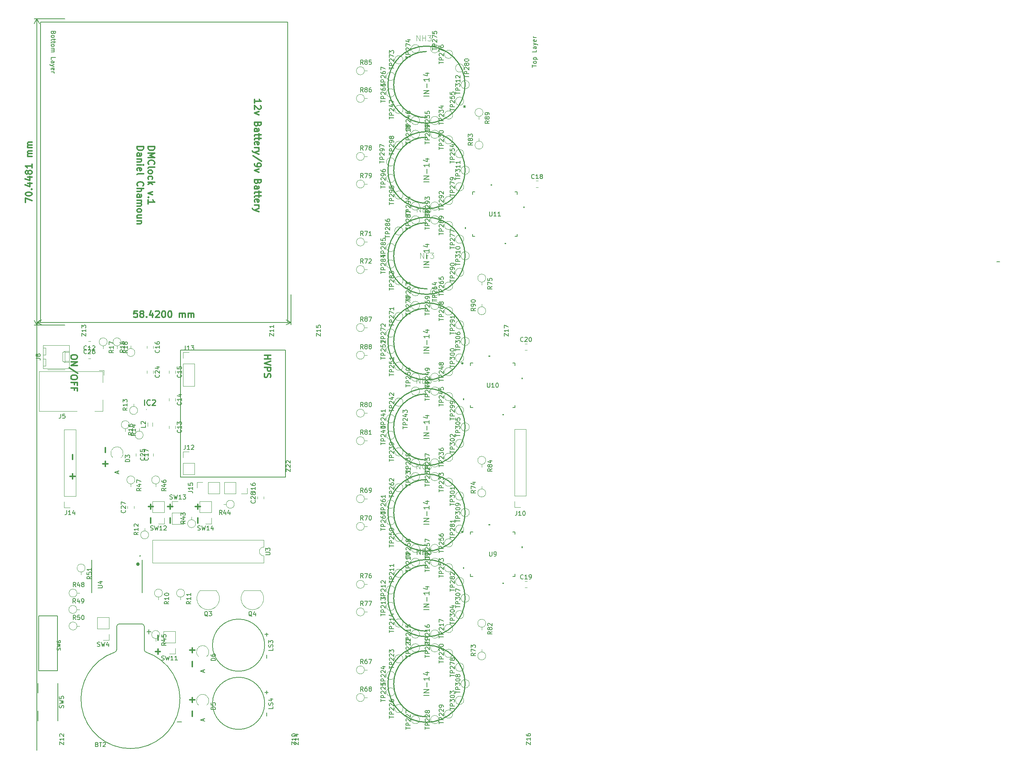
<source format=gto>
G04 #@! TF.GenerationSoftware,KiCad,Pcbnew,7.0.10*
G04 #@! TF.CreationDate,2024-06-25T19:11:58-05:00*
G04 #@! TF.ProjectId,DMClockPanel,444d436c-6f63-46b5-9061-6e656c2e6b69,rev?*
G04 #@! TF.SameCoordinates,Original*
G04 #@! TF.FileFunction,Legend,Top*
G04 #@! TF.FilePolarity,Positive*
%FSLAX46Y46*%
G04 Gerber Fmt 4.6, Leading zero omitted, Abs format (unit mm)*
G04 Created by KiCad (PCBNEW 7.0.10) date 2024-06-25 19:11:58*
%MOMM*%
%LPD*%
G01*
G04 APERTURE LIST*
%ADD10C,0.200000*%
%ADD11C,0.150000*%
%ADD12C,0.300000*%
%ADD13C,0.101600*%
%ADD14C,0.254000*%
%ADD15C,0.120000*%
%ADD16C,0.127000*%
%ADD17C,0.152400*%
%ADD18C,0.100000*%
%ADD19C,0.400000*%
G04 APERTURE END LIST*
D10*
X115200000Y-88590000D02*
X139330000Y-88590000D01*
X139330000Y-117800000D01*
X115200000Y-117800000D01*
X115200000Y-88590000D01*
D11*
X302813632Y-68283167D02*
X303448632Y-68283167D01*
D10*
X82180000Y-12390000D02*
X82180000Y-180665000D01*
X83009598Y-13193815D02*
X139798426Y-13193815D01*
X139798426Y-82240000D01*
X83009598Y-82240000D01*
X83009598Y-13193815D01*
D12*
X112795600Y-124069510D02*
X112795600Y-125212368D01*
X112224171Y-124640939D02*
X113367028Y-124640939D01*
X119145600Y-124069510D02*
X119145600Y-125212368D01*
X118574171Y-124640939D02*
X119717028Y-124640939D01*
X108350600Y-127244510D02*
X108350600Y-128387368D01*
X132208388Y-31841470D02*
X132208388Y-30984327D01*
X132208388Y-31412898D02*
X133708388Y-31412898D01*
X133708388Y-31412898D02*
X133494102Y-31270041D01*
X133494102Y-31270041D02*
X133351245Y-31127184D01*
X133351245Y-31127184D02*
X133279817Y-30984327D01*
X133565531Y-32412898D02*
X133636959Y-32484326D01*
X133636959Y-32484326D02*
X133708388Y-32627184D01*
X133708388Y-32627184D02*
X133708388Y-32984326D01*
X133708388Y-32984326D02*
X133636959Y-33127184D01*
X133636959Y-33127184D02*
X133565531Y-33198612D01*
X133565531Y-33198612D02*
X133422674Y-33270041D01*
X133422674Y-33270041D02*
X133279817Y-33270041D01*
X133279817Y-33270041D02*
X133065531Y-33198612D01*
X133065531Y-33198612D02*
X132208388Y-32341469D01*
X132208388Y-32341469D02*
X132208388Y-33270041D01*
X133208388Y-33770040D02*
X132208388Y-34127183D01*
X132208388Y-34127183D02*
X133208388Y-34484326D01*
X132994102Y-36698611D02*
X132922674Y-36912897D01*
X132922674Y-36912897D02*
X132851245Y-36984326D01*
X132851245Y-36984326D02*
X132708388Y-37055754D01*
X132708388Y-37055754D02*
X132494102Y-37055754D01*
X132494102Y-37055754D02*
X132351245Y-36984326D01*
X132351245Y-36984326D02*
X132279817Y-36912897D01*
X132279817Y-36912897D02*
X132208388Y-36770040D01*
X132208388Y-36770040D02*
X132208388Y-36198611D01*
X132208388Y-36198611D02*
X133708388Y-36198611D01*
X133708388Y-36198611D02*
X133708388Y-36698611D01*
X133708388Y-36698611D02*
X133636959Y-36841469D01*
X133636959Y-36841469D02*
X133565531Y-36912897D01*
X133565531Y-36912897D02*
X133422674Y-36984326D01*
X133422674Y-36984326D02*
X133279817Y-36984326D01*
X133279817Y-36984326D02*
X133136959Y-36912897D01*
X133136959Y-36912897D02*
X133065531Y-36841469D01*
X133065531Y-36841469D02*
X132994102Y-36698611D01*
X132994102Y-36698611D02*
X132994102Y-36198611D01*
X132208388Y-38341469D02*
X132994102Y-38341469D01*
X132994102Y-38341469D02*
X133136959Y-38270040D01*
X133136959Y-38270040D02*
X133208388Y-38127183D01*
X133208388Y-38127183D02*
X133208388Y-37841469D01*
X133208388Y-37841469D02*
X133136959Y-37698611D01*
X132279817Y-38341469D02*
X132208388Y-38198611D01*
X132208388Y-38198611D02*
X132208388Y-37841469D01*
X132208388Y-37841469D02*
X132279817Y-37698611D01*
X132279817Y-37698611D02*
X132422674Y-37627183D01*
X132422674Y-37627183D02*
X132565531Y-37627183D01*
X132565531Y-37627183D02*
X132708388Y-37698611D01*
X132708388Y-37698611D02*
X132779817Y-37841469D01*
X132779817Y-37841469D02*
X132779817Y-38198611D01*
X132779817Y-38198611D02*
X132851245Y-38341469D01*
X133208388Y-38841469D02*
X133208388Y-39412897D01*
X133708388Y-39055754D02*
X132422674Y-39055754D01*
X132422674Y-39055754D02*
X132279817Y-39127183D01*
X132279817Y-39127183D02*
X132208388Y-39270040D01*
X132208388Y-39270040D02*
X132208388Y-39412897D01*
X133208388Y-39698612D02*
X133208388Y-40270040D01*
X133708388Y-39912897D02*
X132422674Y-39912897D01*
X132422674Y-39912897D02*
X132279817Y-39984326D01*
X132279817Y-39984326D02*
X132208388Y-40127183D01*
X132208388Y-40127183D02*
X132208388Y-40270040D01*
X132279817Y-41341469D02*
X132208388Y-41198612D01*
X132208388Y-41198612D02*
X132208388Y-40912898D01*
X132208388Y-40912898D02*
X132279817Y-40770040D01*
X132279817Y-40770040D02*
X132422674Y-40698612D01*
X132422674Y-40698612D02*
X132994102Y-40698612D01*
X132994102Y-40698612D02*
X133136959Y-40770040D01*
X133136959Y-40770040D02*
X133208388Y-40912898D01*
X133208388Y-40912898D02*
X133208388Y-41198612D01*
X133208388Y-41198612D02*
X133136959Y-41341469D01*
X133136959Y-41341469D02*
X132994102Y-41412898D01*
X132994102Y-41412898D02*
X132851245Y-41412898D01*
X132851245Y-41412898D02*
X132708388Y-40698612D01*
X132208388Y-42055754D02*
X133208388Y-42055754D01*
X132922674Y-42055754D02*
X133065531Y-42127183D01*
X133065531Y-42127183D02*
X133136959Y-42198612D01*
X133136959Y-42198612D02*
X133208388Y-42341469D01*
X133208388Y-42341469D02*
X133208388Y-42484326D01*
X133208388Y-42841468D02*
X132208388Y-43198611D01*
X133208388Y-43555754D02*
X132208388Y-43198611D01*
X132208388Y-43198611D02*
X131851245Y-43055754D01*
X131851245Y-43055754D02*
X131779817Y-42984325D01*
X131779817Y-42984325D02*
X131708388Y-42841468D01*
X133779817Y-45198611D02*
X131851245Y-43912897D01*
X132208388Y-45770040D02*
X132208388Y-46055754D01*
X132208388Y-46055754D02*
X132279817Y-46198611D01*
X132279817Y-46198611D02*
X132351245Y-46270040D01*
X132351245Y-46270040D02*
X132565531Y-46412897D01*
X132565531Y-46412897D02*
X132851245Y-46484326D01*
X132851245Y-46484326D02*
X133422674Y-46484326D01*
X133422674Y-46484326D02*
X133565531Y-46412897D01*
X133565531Y-46412897D02*
X133636959Y-46341469D01*
X133636959Y-46341469D02*
X133708388Y-46198611D01*
X133708388Y-46198611D02*
X133708388Y-45912897D01*
X133708388Y-45912897D02*
X133636959Y-45770040D01*
X133636959Y-45770040D02*
X133565531Y-45698611D01*
X133565531Y-45698611D02*
X133422674Y-45627183D01*
X133422674Y-45627183D02*
X133065531Y-45627183D01*
X133065531Y-45627183D02*
X132922674Y-45698611D01*
X132922674Y-45698611D02*
X132851245Y-45770040D01*
X132851245Y-45770040D02*
X132779817Y-45912897D01*
X132779817Y-45912897D02*
X132779817Y-46198611D01*
X132779817Y-46198611D02*
X132851245Y-46341469D01*
X132851245Y-46341469D02*
X132922674Y-46412897D01*
X132922674Y-46412897D02*
X133065531Y-46484326D01*
X133208388Y-46984325D02*
X132208388Y-47341468D01*
X132208388Y-47341468D02*
X133208388Y-47698611D01*
X132994102Y-49912896D02*
X132922674Y-50127182D01*
X132922674Y-50127182D02*
X132851245Y-50198611D01*
X132851245Y-50198611D02*
X132708388Y-50270039D01*
X132708388Y-50270039D02*
X132494102Y-50270039D01*
X132494102Y-50270039D02*
X132351245Y-50198611D01*
X132351245Y-50198611D02*
X132279817Y-50127182D01*
X132279817Y-50127182D02*
X132208388Y-49984325D01*
X132208388Y-49984325D02*
X132208388Y-49412896D01*
X132208388Y-49412896D02*
X133708388Y-49412896D01*
X133708388Y-49412896D02*
X133708388Y-49912896D01*
X133708388Y-49912896D02*
X133636959Y-50055754D01*
X133636959Y-50055754D02*
X133565531Y-50127182D01*
X133565531Y-50127182D02*
X133422674Y-50198611D01*
X133422674Y-50198611D02*
X133279817Y-50198611D01*
X133279817Y-50198611D02*
X133136959Y-50127182D01*
X133136959Y-50127182D02*
X133065531Y-50055754D01*
X133065531Y-50055754D02*
X132994102Y-49912896D01*
X132994102Y-49912896D02*
X132994102Y-49412896D01*
X132208388Y-51555754D02*
X132994102Y-51555754D01*
X132994102Y-51555754D02*
X133136959Y-51484325D01*
X133136959Y-51484325D02*
X133208388Y-51341468D01*
X133208388Y-51341468D02*
X133208388Y-51055754D01*
X133208388Y-51055754D02*
X133136959Y-50912896D01*
X132279817Y-51555754D02*
X132208388Y-51412896D01*
X132208388Y-51412896D02*
X132208388Y-51055754D01*
X132208388Y-51055754D02*
X132279817Y-50912896D01*
X132279817Y-50912896D02*
X132422674Y-50841468D01*
X132422674Y-50841468D02*
X132565531Y-50841468D01*
X132565531Y-50841468D02*
X132708388Y-50912896D01*
X132708388Y-50912896D02*
X132779817Y-51055754D01*
X132779817Y-51055754D02*
X132779817Y-51412896D01*
X132779817Y-51412896D02*
X132851245Y-51555754D01*
X133208388Y-52055754D02*
X133208388Y-52627182D01*
X133708388Y-52270039D02*
X132422674Y-52270039D01*
X132422674Y-52270039D02*
X132279817Y-52341468D01*
X132279817Y-52341468D02*
X132208388Y-52484325D01*
X132208388Y-52484325D02*
X132208388Y-52627182D01*
X133208388Y-52912897D02*
X133208388Y-53484325D01*
X133708388Y-53127182D02*
X132422674Y-53127182D01*
X132422674Y-53127182D02*
X132279817Y-53198611D01*
X132279817Y-53198611D02*
X132208388Y-53341468D01*
X132208388Y-53341468D02*
X132208388Y-53484325D01*
X132279817Y-54555754D02*
X132208388Y-54412897D01*
X132208388Y-54412897D02*
X132208388Y-54127183D01*
X132208388Y-54127183D02*
X132279817Y-53984325D01*
X132279817Y-53984325D02*
X132422674Y-53912897D01*
X132422674Y-53912897D02*
X132994102Y-53912897D01*
X132994102Y-53912897D02*
X133136959Y-53984325D01*
X133136959Y-53984325D02*
X133208388Y-54127183D01*
X133208388Y-54127183D02*
X133208388Y-54412897D01*
X133208388Y-54412897D02*
X133136959Y-54555754D01*
X133136959Y-54555754D02*
X132994102Y-54627183D01*
X132994102Y-54627183D02*
X132851245Y-54627183D01*
X132851245Y-54627183D02*
X132708388Y-53912897D01*
X132208388Y-55270039D02*
X133208388Y-55270039D01*
X132922674Y-55270039D02*
X133065531Y-55341468D01*
X133065531Y-55341468D02*
X133136959Y-55412897D01*
X133136959Y-55412897D02*
X133208388Y-55555754D01*
X133208388Y-55555754D02*
X133208388Y-55698611D01*
X133208388Y-56055753D02*
X132208388Y-56412896D01*
X133208388Y-56770039D02*
X132208388Y-56412896D01*
X132208388Y-56412896D02*
X131851245Y-56270039D01*
X131851245Y-56270039D02*
X131779817Y-56198610D01*
X131779817Y-56198610D02*
X131708388Y-56055753D01*
D11*
X196000624Y-23563876D02*
X196000624Y-22992448D01*
X197000624Y-23278162D02*
X196000624Y-23278162D01*
X197000624Y-22516257D02*
X196953005Y-22611495D01*
X196953005Y-22611495D02*
X196905385Y-22659114D01*
X196905385Y-22659114D02*
X196810147Y-22706733D01*
X196810147Y-22706733D02*
X196524433Y-22706733D01*
X196524433Y-22706733D02*
X196429195Y-22659114D01*
X196429195Y-22659114D02*
X196381576Y-22611495D01*
X196381576Y-22611495D02*
X196333957Y-22516257D01*
X196333957Y-22516257D02*
X196333957Y-22373400D01*
X196333957Y-22373400D02*
X196381576Y-22278162D01*
X196381576Y-22278162D02*
X196429195Y-22230543D01*
X196429195Y-22230543D02*
X196524433Y-22182924D01*
X196524433Y-22182924D02*
X196810147Y-22182924D01*
X196810147Y-22182924D02*
X196905385Y-22230543D01*
X196905385Y-22230543D02*
X196953005Y-22278162D01*
X196953005Y-22278162D02*
X197000624Y-22373400D01*
X197000624Y-22373400D02*
X197000624Y-22516257D01*
X196333957Y-21754352D02*
X197333957Y-21754352D01*
X196381576Y-21754352D02*
X196333957Y-21659114D01*
X196333957Y-21659114D02*
X196333957Y-21468638D01*
X196333957Y-21468638D02*
X196381576Y-21373400D01*
X196381576Y-21373400D02*
X196429195Y-21325781D01*
X196429195Y-21325781D02*
X196524433Y-21278162D01*
X196524433Y-21278162D02*
X196810147Y-21278162D01*
X196810147Y-21278162D02*
X196905385Y-21325781D01*
X196905385Y-21325781D02*
X196953005Y-21373400D01*
X196953005Y-21373400D02*
X197000624Y-21468638D01*
X197000624Y-21468638D02*
X197000624Y-21659114D01*
X197000624Y-21659114D02*
X196953005Y-21754352D01*
X197000624Y-19611495D02*
X197000624Y-20087685D01*
X197000624Y-20087685D02*
X196000624Y-20087685D01*
X197000624Y-18849590D02*
X196476814Y-18849590D01*
X196476814Y-18849590D02*
X196381576Y-18897209D01*
X196381576Y-18897209D02*
X196333957Y-18992447D01*
X196333957Y-18992447D02*
X196333957Y-19182923D01*
X196333957Y-19182923D02*
X196381576Y-19278161D01*
X196953005Y-18849590D02*
X197000624Y-18944828D01*
X197000624Y-18944828D02*
X197000624Y-19182923D01*
X197000624Y-19182923D02*
X196953005Y-19278161D01*
X196953005Y-19278161D02*
X196857766Y-19325780D01*
X196857766Y-19325780D02*
X196762528Y-19325780D01*
X196762528Y-19325780D02*
X196667290Y-19278161D01*
X196667290Y-19278161D02*
X196619671Y-19182923D01*
X196619671Y-19182923D02*
X196619671Y-18944828D01*
X196619671Y-18944828D02*
X196572052Y-18849590D01*
X196333957Y-18468637D02*
X197000624Y-18230542D01*
X196333957Y-17992447D02*
X197000624Y-18230542D01*
X197000624Y-18230542D02*
X197238719Y-18325780D01*
X197238719Y-18325780D02*
X197286338Y-18373399D01*
X197286338Y-18373399D02*
X197333957Y-18468637D01*
X196953005Y-17230542D02*
X197000624Y-17325780D01*
X197000624Y-17325780D02*
X197000624Y-17516256D01*
X197000624Y-17516256D02*
X196953005Y-17611494D01*
X196953005Y-17611494D02*
X196857766Y-17659113D01*
X196857766Y-17659113D02*
X196476814Y-17659113D01*
X196476814Y-17659113D02*
X196381576Y-17611494D01*
X196381576Y-17611494D02*
X196333957Y-17516256D01*
X196333957Y-17516256D02*
X196333957Y-17325780D01*
X196333957Y-17325780D02*
X196381576Y-17230542D01*
X196381576Y-17230542D02*
X196476814Y-17182923D01*
X196476814Y-17182923D02*
X196572052Y-17182923D01*
X196572052Y-17182923D02*
X196667290Y-17659113D01*
X197000624Y-16754351D02*
X196333957Y-16754351D01*
X196524433Y-16754351D02*
X196429195Y-16706732D01*
X196429195Y-16706732D02*
X196381576Y-16659113D01*
X196381576Y-16659113D02*
X196333957Y-16563875D01*
X196333957Y-16563875D02*
X196333957Y-16468637D01*
D12*
X117875600Y-157089510D02*
X117875600Y-158232368D01*
X117304171Y-157660939D02*
X118447028Y-157660939D01*
X91499171Y-90065225D02*
X91499171Y-90350939D01*
X91499171Y-90350939D02*
X91427742Y-90493796D01*
X91427742Y-90493796D02*
X91284885Y-90636653D01*
X91284885Y-90636653D02*
X90999171Y-90708082D01*
X90999171Y-90708082D02*
X90499171Y-90708082D01*
X90499171Y-90708082D02*
X90213457Y-90636653D01*
X90213457Y-90636653D02*
X90070600Y-90493796D01*
X90070600Y-90493796D02*
X89999171Y-90350939D01*
X89999171Y-90350939D02*
X89999171Y-90065225D01*
X89999171Y-90065225D02*
X90070600Y-89922368D01*
X90070600Y-89922368D02*
X90213457Y-89779510D01*
X90213457Y-89779510D02*
X90499171Y-89708082D01*
X90499171Y-89708082D02*
X90999171Y-89708082D01*
X90999171Y-89708082D02*
X91284885Y-89779510D01*
X91284885Y-89779510D02*
X91427742Y-89922368D01*
X91427742Y-89922368D02*
X91499171Y-90065225D01*
X89999171Y-91350939D02*
X91499171Y-91350939D01*
X91499171Y-91350939D02*
X89999171Y-92208082D01*
X89999171Y-92208082D02*
X91499171Y-92208082D01*
X91570600Y-93993797D02*
X89642028Y-92708083D01*
X91499171Y-94779512D02*
X91499171Y-95065226D01*
X91499171Y-95065226D02*
X91427742Y-95208083D01*
X91427742Y-95208083D02*
X91284885Y-95350940D01*
X91284885Y-95350940D02*
X90999171Y-95422369D01*
X90999171Y-95422369D02*
X90499171Y-95422369D01*
X90499171Y-95422369D02*
X90213457Y-95350940D01*
X90213457Y-95350940D02*
X90070600Y-95208083D01*
X90070600Y-95208083D02*
X89999171Y-95065226D01*
X89999171Y-95065226D02*
X89999171Y-94779512D01*
X89999171Y-94779512D02*
X90070600Y-94636655D01*
X90070600Y-94636655D02*
X90213457Y-94493797D01*
X90213457Y-94493797D02*
X90499171Y-94422369D01*
X90499171Y-94422369D02*
X90999171Y-94422369D01*
X90999171Y-94422369D02*
X91284885Y-94493797D01*
X91284885Y-94493797D02*
X91427742Y-94636655D01*
X91427742Y-94636655D02*
X91499171Y-94779512D01*
X90784885Y-96565226D02*
X90784885Y-96065226D01*
X89999171Y-96065226D02*
X91499171Y-96065226D01*
X91499171Y-96065226D02*
X91499171Y-96779512D01*
X90784885Y-97850940D02*
X90784885Y-97350940D01*
X89999171Y-97350940D02*
X91499171Y-97350940D01*
X91499171Y-97350940D02*
X91499171Y-98065226D01*
X90385600Y-117084510D02*
X90385600Y-118227368D01*
X89814171Y-117655939D02*
X90957028Y-117655939D01*
X109984400Y-158520489D02*
X109984400Y-157377632D01*
X110555828Y-157949060D02*
X109412971Y-157949060D01*
X107747142Y-41837010D02*
X109247142Y-41837010D01*
X109247142Y-41837010D02*
X109247142Y-42194153D01*
X109247142Y-42194153D02*
X109175713Y-42408439D01*
X109175713Y-42408439D02*
X109032856Y-42551296D01*
X109032856Y-42551296D02*
X108889999Y-42622725D01*
X108889999Y-42622725D02*
X108604285Y-42694153D01*
X108604285Y-42694153D02*
X108389999Y-42694153D01*
X108389999Y-42694153D02*
X108104285Y-42622725D01*
X108104285Y-42622725D02*
X107961428Y-42551296D01*
X107961428Y-42551296D02*
X107818571Y-42408439D01*
X107818571Y-42408439D02*
X107747142Y-42194153D01*
X107747142Y-42194153D02*
X107747142Y-41837010D01*
X107747142Y-43337010D02*
X109247142Y-43337010D01*
X109247142Y-43337010D02*
X108175713Y-43837010D01*
X108175713Y-43837010D02*
X109247142Y-44337010D01*
X109247142Y-44337010D02*
X107747142Y-44337010D01*
X107889999Y-45908439D02*
X107818571Y-45837011D01*
X107818571Y-45837011D02*
X107747142Y-45622725D01*
X107747142Y-45622725D02*
X107747142Y-45479868D01*
X107747142Y-45479868D02*
X107818571Y-45265582D01*
X107818571Y-45265582D02*
X107961428Y-45122725D01*
X107961428Y-45122725D02*
X108104285Y-45051296D01*
X108104285Y-45051296D02*
X108389999Y-44979868D01*
X108389999Y-44979868D02*
X108604285Y-44979868D01*
X108604285Y-44979868D02*
X108889999Y-45051296D01*
X108889999Y-45051296D02*
X109032856Y-45122725D01*
X109032856Y-45122725D02*
X109175713Y-45265582D01*
X109175713Y-45265582D02*
X109247142Y-45479868D01*
X109247142Y-45479868D02*
X109247142Y-45622725D01*
X109247142Y-45622725D02*
X109175713Y-45837011D01*
X109175713Y-45837011D02*
X109104285Y-45908439D01*
X107747142Y-46765582D02*
X107818571Y-46622725D01*
X107818571Y-46622725D02*
X107961428Y-46551296D01*
X107961428Y-46551296D02*
X109247142Y-46551296D01*
X107747142Y-47551296D02*
X107818571Y-47408439D01*
X107818571Y-47408439D02*
X107889999Y-47337010D01*
X107889999Y-47337010D02*
X108032856Y-47265582D01*
X108032856Y-47265582D02*
X108461428Y-47265582D01*
X108461428Y-47265582D02*
X108604285Y-47337010D01*
X108604285Y-47337010D02*
X108675713Y-47408439D01*
X108675713Y-47408439D02*
X108747142Y-47551296D01*
X108747142Y-47551296D02*
X108747142Y-47765582D01*
X108747142Y-47765582D02*
X108675713Y-47908439D01*
X108675713Y-47908439D02*
X108604285Y-47979868D01*
X108604285Y-47979868D02*
X108461428Y-48051296D01*
X108461428Y-48051296D02*
X108032856Y-48051296D01*
X108032856Y-48051296D02*
X107889999Y-47979868D01*
X107889999Y-47979868D02*
X107818571Y-47908439D01*
X107818571Y-47908439D02*
X107747142Y-47765582D01*
X107747142Y-47765582D02*
X107747142Y-47551296D01*
X107818571Y-49337011D02*
X107747142Y-49194153D01*
X107747142Y-49194153D02*
X107747142Y-48908439D01*
X107747142Y-48908439D02*
X107818571Y-48765582D01*
X107818571Y-48765582D02*
X107889999Y-48694153D01*
X107889999Y-48694153D02*
X108032856Y-48622725D01*
X108032856Y-48622725D02*
X108461428Y-48622725D01*
X108461428Y-48622725D02*
X108604285Y-48694153D01*
X108604285Y-48694153D02*
X108675713Y-48765582D01*
X108675713Y-48765582D02*
X108747142Y-48908439D01*
X108747142Y-48908439D02*
X108747142Y-49194153D01*
X108747142Y-49194153D02*
X108675713Y-49337011D01*
X107747142Y-49979867D02*
X109247142Y-49979867D01*
X108318571Y-50122725D02*
X107747142Y-50551296D01*
X108747142Y-50551296D02*
X108175713Y-49979867D01*
X108747142Y-52194153D02*
X107747142Y-52551296D01*
X107747142Y-52551296D02*
X108747142Y-52908439D01*
X107889999Y-53479867D02*
X107818571Y-53551296D01*
X107818571Y-53551296D02*
X107747142Y-53479867D01*
X107747142Y-53479867D02*
X107818571Y-53408439D01*
X107818571Y-53408439D02*
X107889999Y-53479867D01*
X107889999Y-53479867D02*
X107747142Y-53479867D01*
X107747142Y-54979868D02*
X107747142Y-54122725D01*
X107747142Y-54551296D02*
X109247142Y-54551296D01*
X109247142Y-54551296D02*
X109032856Y-54408439D01*
X109032856Y-54408439D02*
X108889999Y-54265582D01*
X108889999Y-54265582D02*
X108818571Y-54122725D01*
X109984400Y-155345489D02*
X109984400Y-154202632D01*
X119145600Y-127244510D02*
X119145600Y-128387368D01*
X117875600Y-160264510D02*
X117875600Y-161407368D01*
X112795600Y-127244510D02*
X112795600Y-128387368D01*
X105207142Y-41837010D02*
X106707142Y-41837010D01*
X106707142Y-41837010D02*
X106707142Y-42194153D01*
X106707142Y-42194153D02*
X106635713Y-42408439D01*
X106635713Y-42408439D02*
X106492856Y-42551296D01*
X106492856Y-42551296D02*
X106349999Y-42622725D01*
X106349999Y-42622725D02*
X106064285Y-42694153D01*
X106064285Y-42694153D02*
X105849999Y-42694153D01*
X105849999Y-42694153D02*
X105564285Y-42622725D01*
X105564285Y-42622725D02*
X105421428Y-42551296D01*
X105421428Y-42551296D02*
X105278571Y-42408439D01*
X105278571Y-42408439D02*
X105207142Y-42194153D01*
X105207142Y-42194153D02*
X105207142Y-41837010D01*
X105207142Y-43979868D02*
X105992856Y-43979868D01*
X105992856Y-43979868D02*
X106135713Y-43908439D01*
X106135713Y-43908439D02*
X106207142Y-43765582D01*
X106207142Y-43765582D02*
X106207142Y-43479868D01*
X106207142Y-43479868D02*
X106135713Y-43337010D01*
X105278571Y-43979868D02*
X105207142Y-43837010D01*
X105207142Y-43837010D02*
X105207142Y-43479868D01*
X105207142Y-43479868D02*
X105278571Y-43337010D01*
X105278571Y-43337010D02*
X105421428Y-43265582D01*
X105421428Y-43265582D02*
X105564285Y-43265582D01*
X105564285Y-43265582D02*
X105707142Y-43337010D01*
X105707142Y-43337010D02*
X105778571Y-43479868D01*
X105778571Y-43479868D02*
X105778571Y-43837010D01*
X105778571Y-43837010D02*
X105849999Y-43979868D01*
X106207142Y-44694153D02*
X105207142Y-44694153D01*
X106064285Y-44694153D02*
X106135713Y-44765582D01*
X106135713Y-44765582D02*
X106207142Y-44908439D01*
X106207142Y-44908439D02*
X106207142Y-45122725D01*
X106207142Y-45122725D02*
X106135713Y-45265582D01*
X106135713Y-45265582D02*
X105992856Y-45337011D01*
X105992856Y-45337011D02*
X105207142Y-45337011D01*
X105207142Y-46051296D02*
X106207142Y-46051296D01*
X106707142Y-46051296D02*
X106635713Y-45979868D01*
X106635713Y-45979868D02*
X106564285Y-46051296D01*
X106564285Y-46051296D02*
X106635713Y-46122725D01*
X106635713Y-46122725D02*
X106707142Y-46051296D01*
X106707142Y-46051296D02*
X106564285Y-46051296D01*
X105278571Y-47337011D02*
X105207142Y-47194154D01*
X105207142Y-47194154D02*
X105207142Y-46908440D01*
X105207142Y-46908440D02*
X105278571Y-46765582D01*
X105278571Y-46765582D02*
X105421428Y-46694154D01*
X105421428Y-46694154D02*
X105992856Y-46694154D01*
X105992856Y-46694154D02*
X106135713Y-46765582D01*
X106135713Y-46765582D02*
X106207142Y-46908440D01*
X106207142Y-46908440D02*
X106207142Y-47194154D01*
X106207142Y-47194154D02*
X106135713Y-47337011D01*
X106135713Y-47337011D02*
X105992856Y-47408440D01*
X105992856Y-47408440D02*
X105849999Y-47408440D01*
X105849999Y-47408440D02*
X105707142Y-46694154D01*
X105207142Y-48265582D02*
X105278571Y-48122725D01*
X105278571Y-48122725D02*
X105421428Y-48051296D01*
X105421428Y-48051296D02*
X106707142Y-48051296D01*
X105349999Y-50837010D02*
X105278571Y-50765582D01*
X105278571Y-50765582D02*
X105207142Y-50551296D01*
X105207142Y-50551296D02*
X105207142Y-50408439D01*
X105207142Y-50408439D02*
X105278571Y-50194153D01*
X105278571Y-50194153D02*
X105421428Y-50051296D01*
X105421428Y-50051296D02*
X105564285Y-49979867D01*
X105564285Y-49979867D02*
X105849999Y-49908439D01*
X105849999Y-49908439D02*
X106064285Y-49908439D01*
X106064285Y-49908439D02*
X106349999Y-49979867D01*
X106349999Y-49979867D02*
X106492856Y-50051296D01*
X106492856Y-50051296D02*
X106635713Y-50194153D01*
X106635713Y-50194153D02*
X106707142Y-50408439D01*
X106707142Y-50408439D02*
X106707142Y-50551296D01*
X106707142Y-50551296D02*
X106635713Y-50765582D01*
X106635713Y-50765582D02*
X106564285Y-50837010D01*
X105207142Y-51479867D02*
X106707142Y-51479867D01*
X105207142Y-52122725D02*
X105992856Y-52122725D01*
X105992856Y-52122725D02*
X106135713Y-52051296D01*
X106135713Y-52051296D02*
X106207142Y-51908439D01*
X106207142Y-51908439D02*
X106207142Y-51694153D01*
X106207142Y-51694153D02*
X106135713Y-51551296D01*
X106135713Y-51551296D02*
X106064285Y-51479867D01*
X105207142Y-53479868D02*
X105992856Y-53479868D01*
X105992856Y-53479868D02*
X106135713Y-53408439D01*
X106135713Y-53408439D02*
X106207142Y-53265582D01*
X106207142Y-53265582D02*
X106207142Y-52979868D01*
X106207142Y-52979868D02*
X106135713Y-52837010D01*
X105278571Y-53479868D02*
X105207142Y-53337010D01*
X105207142Y-53337010D02*
X105207142Y-52979868D01*
X105207142Y-52979868D02*
X105278571Y-52837010D01*
X105278571Y-52837010D02*
X105421428Y-52765582D01*
X105421428Y-52765582D02*
X105564285Y-52765582D01*
X105564285Y-52765582D02*
X105707142Y-52837010D01*
X105707142Y-52837010D02*
X105778571Y-52979868D01*
X105778571Y-52979868D02*
X105778571Y-53337010D01*
X105778571Y-53337010D02*
X105849999Y-53479868D01*
X105207142Y-54194153D02*
X106207142Y-54194153D01*
X106064285Y-54194153D02*
X106135713Y-54265582D01*
X106135713Y-54265582D02*
X106207142Y-54408439D01*
X106207142Y-54408439D02*
X106207142Y-54622725D01*
X106207142Y-54622725D02*
X106135713Y-54765582D01*
X106135713Y-54765582D02*
X105992856Y-54837011D01*
X105992856Y-54837011D02*
X105207142Y-54837011D01*
X105992856Y-54837011D02*
X106135713Y-54908439D01*
X106135713Y-54908439D02*
X106207142Y-55051296D01*
X106207142Y-55051296D02*
X106207142Y-55265582D01*
X106207142Y-55265582D02*
X106135713Y-55408439D01*
X106135713Y-55408439D02*
X105992856Y-55479868D01*
X105992856Y-55479868D02*
X105207142Y-55479868D01*
X105207142Y-56408439D02*
X105278571Y-56265582D01*
X105278571Y-56265582D02*
X105349999Y-56194153D01*
X105349999Y-56194153D02*
X105492856Y-56122725D01*
X105492856Y-56122725D02*
X105921428Y-56122725D01*
X105921428Y-56122725D02*
X106064285Y-56194153D01*
X106064285Y-56194153D02*
X106135713Y-56265582D01*
X106135713Y-56265582D02*
X106207142Y-56408439D01*
X106207142Y-56408439D02*
X106207142Y-56622725D01*
X106207142Y-56622725D02*
X106135713Y-56765582D01*
X106135713Y-56765582D02*
X106064285Y-56837011D01*
X106064285Y-56837011D02*
X105921428Y-56908439D01*
X105921428Y-56908439D02*
X105492856Y-56908439D01*
X105492856Y-56908439D02*
X105349999Y-56837011D01*
X105349999Y-56837011D02*
X105278571Y-56765582D01*
X105278571Y-56765582D02*
X105207142Y-56622725D01*
X105207142Y-56622725D02*
X105207142Y-56408439D01*
X106207142Y-58194154D02*
X105207142Y-58194154D01*
X106207142Y-57551296D02*
X105421428Y-57551296D01*
X105421428Y-57551296D02*
X105278571Y-57622725D01*
X105278571Y-57622725D02*
X105207142Y-57765582D01*
X105207142Y-57765582D02*
X105207142Y-57979868D01*
X105207142Y-57979868D02*
X105278571Y-58122725D01*
X105278571Y-58122725D02*
X105349999Y-58194154D01*
X106207142Y-58908439D02*
X105207142Y-58908439D01*
X106064285Y-58908439D02*
X106135713Y-58979868D01*
X106135713Y-58979868D02*
X106207142Y-59122725D01*
X106207142Y-59122725D02*
X106207142Y-59337011D01*
X106207142Y-59337011D02*
X106135713Y-59479868D01*
X106135713Y-59479868D02*
X105992856Y-59551297D01*
X105992856Y-59551297D02*
X105207142Y-59551297D01*
X117875600Y-171694510D02*
X117875600Y-172837368D01*
X90385600Y-112639510D02*
X90385600Y-113782368D01*
D11*
X86008990Y-15600112D02*
X85961371Y-15742969D01*
X85961371Y-15742969D02*
X85913752Y-15790588D01*
X85913752Y-15790588D02*
X85818514Y-15838207D01*
X85818514Y-15838207D02*
X85675657Y-15838207D01*
X85675657Y-15838207D02*
X85580419Y-15790588D01*
X85580419Y-15790588D02*
X85532800Y-15742969D01*
X85532800Y-15742969D02*
X85485180Y-15647731D01*
X85485180Y-15647731D02*
X85485180Y-15266779D01*
X85485180Y-15266779D02*
X86485180Y-15266779D01*
X86485180Y-15266779D02*
X86485180Y-15600112D01*
X86485180Y-15600112D02*
X86437561Y-15695350D01*
X86437561Y-15695350D02*
X86389942Y-15742969D01*
X86389942Y-15742969D02*
X86294704Y-15790588D01*
X86294704Y-15790588D02*
X86199466Y-15790588D01*
X86199466Y-15790588D02*
X86104228Y-15742969D01*
X86104228Y-15742969D02*
X86056609Y-15695350D01*
X86056609Y-15695350D02*
X86008990Y-15600112D01*
X86008990Y-15600112D02*
X86008990Y-15266779D01*
X85485180Y-16409636D02*
X85532800Y-16314398D01*
X85532800Y-16314398D02*
X85580419Y-16266779D01*
X85580419Y-16266779D02*
X85675657Y-16219160D01*
X85675657Y-16219160D02*
X85961371Y-16219160D01*
X85961371Y-16219160D02*
X86056609Y-16266779D01*
X86056609Y-16266779D02*
X86104228Y-16314398D01*
X86104228Y-16314398D02*
X86151847Y-16409636D01*
X86151847Y-16409636D02*
X86151847Y-16552493D01*
X86151847Y-16552493D02*
X86104228Y-16647731D01*
X86104228Y-16647731D02*
X86056609Y-16695350D01*
X86056609Y-16695350D02*
X85961371Y-16742969D01*
X85961371Y-16742969D02*
X85675657Y-16742969D01*
X85675657Y-16742969D02*
X85580419Y-16695350D01*
X85580419Y-16695350D02*
X85532800Y-16647731D01*
X85532800Y-16647731D02*
X85485180Y-16552493D01*
X85485180Y-16552493D02*
X85485180Y-16409636D01*
X86151847Y-17028684D02*
X86151847Y-17409636D01*
X86485180Y-17171541D02*
X85628038Y-17171541D01*
X85628038Y-17171541D02*
X85532800Y-17219160D01*
X85532800Y-17219160D02*
X85485180Y-17314398D01*
X85485180Y-17314398D02*
X85485180Y-17409636D01*
X86151847Y-17600113D02*
X86151847Y-17981065D01*
X86485180Y-17742970D02*
X85628038Y-17742970D01*
X85628038Y-17742970D02*
X85532800Y-17790589D01*
X85532800Y-17790589D02*
X85485180Y-17885827D01*
X85485180Y-17885827D02*
X85485180Y-17981065D01*
X85485180Y-18457256D02*
X85532800Y-18362018D01*
X85532800Y-18362018D02*
X85580419Y-18314399D01*
X85580419Y-18314399D02*
X85675657Y-18266780D01*
X85675657Y-18266780D02*
X85961371Y-18266780D01*
X85961371Y-18266780D02*
X86056609Y-18314399D01*
X86056609Y-18314399D02*
X86104228Y-18362018D01*
X86104228Y-18362018D02*
X86151847Y-18457256D01*
X86151847Y-18457256D02*
X86151847Y-18600113D01*
X86151847Y-18600113D02*
X86104228Y-18695351D01*
X86104228Y-18695351D02*
X86056609Y-18742970D01*
X86056609Y-18742970D02*
X85961371Y-18790589D01*
X85961371Y-18790589D02*
X85675657Y-18790589D01*
X85675657Y-18790589D02*
X85580419Y-18742970D01*
X85580419Y-18742970D02*
X85532800Y-18695351D01*
X85532800Y-18695351D02*
X85485180Y-18600113D01*
X85485180Y-18600113D02*
X85485180Y-18457256D01*
X85485180Y-19219161D02*
X86151847Y-19219161D01*
X86056609Y-19219161D02*
X86104228Y-19266780D01*
X86104228Y-19266780D02*
X86151847Y-19362018D01*
X86151847Y-19362018D02*
X86151847Y-19504875D01*
X86151847Y-19504875D02*
X86104228Y-19600113D01*
X86104228Y-19600113D02*
X86008990Y-19647732D01*
X86008990Y-19647732D02*
X85485180Y-19647732D01*
X86008990Y-19647732D02*
X86104228Y-19695351D01*
X86104228Y-19695351D02*
X86151847Y-19790589D01*
X86151847Y-19790589D02*
X86151847Y-19933446D01*
X86151847Y-19933446D02*
X86104228Y-20028685D01*
X86104228Y-20028685D02*
X86008990Y-20076304D01*
X86008990Y-20076304D02*
X85485180Y-20076304D01*
X85485180Y-21790589D02*
X85485180Y-21314399D01*
X85485180Y-21314399D02*
X86485180Y-21314399D01*
X85485180Y-22552494D02*
X86008990Y-22552494D01*
X86008990Y-22552494D02*
X86104228Y-22504875D01*
X86104228Y-22504875D02*
X86151847Y-22409637D01*
X86151847Y-22409637D02*
X86151847Y-22219161D01*
X86151847Y-22219161D02*
X86104228Y-22123923D01*
X85532800Y-22552494D02*
X85485180Y-22457256D01*
X85485180Y-22457256D02*
X85485180Y-22219161D01*
X85485180Y-22219161D02*
X85532800Y-22123923D01*
X85532800Y-22123923D02*
X85628038Y-22076304D01*
X85628038Y-22076304D02*
X85723276Y-22076304D01*
X85723276Y-22076304D02*
X85818514Y-22123923D01*
X85818514Y-22123923D02*
X85866133Y-22219161D01*
X85866133Y-22219161D02*
X85866133Y-22457256D01*
X85866133Y-22457256D02*
X85913752Y-22552494D01*
X86151847Y-22933447D02*
X85485180Y-23171542D01*
X86151847Y-23409637D02*
X85485180Y-23171542D01*
X85485180Y-23171542D02*
X85247085Y-23076304D01*
X85247085Y-23076304D02*
X85199466Y-23028685D01*
X85199466Y-23028685D02*
X85151847Y-22933447D01*
X85532800Y-24171542D02*
X85485180Y-24076304D01*
X85485180Y-24076304D02*
X85485180Y-23885828D01*
X85485180Y-23885828D02*
X85532800Y-23790590D01*
X85532800Y-23790590D02*
X85628038Y-23742971D01*
X85628038Y-23742971D02*
X86008990Y-23742971D01*
X86008990Y-23742971D02*
X86104228Y-23790590D01*
X86104228Y-23790590D02*
X86151847Y-23885828D01*
X86151847Y-23885828D02*
X86151847Y-24076304D01*
X86151847Y-24076304D02*
X86104228Y-24171542D01*
X86104228Y-24171542D02*
X86008990Y-24219161D01*
X86008990Y-24219161D02*
X85913752Y-24219161D01*
X85913752Y-24219161D02*
X85818514Y-23742971D01*
X85485180Y-24647733D02*
X86151847Y-24647733D01*
X85961371Y-24647733D02*
X86056609Y-24695352D01*
X86056609Y-24695352D02*
X86104228Y-24742971D01*
X86104228Y-24742971D02*
X86151847Y-24838209D01*
X86151847Y-24838209D02*
X86151847Y-24933447D01*
D12*
X134449171Y-89779510D02*
X135949171Y-89779510D01*
X135234885Y-89779510D02*
X135234885Y-90636653D01*
X134449171Y-90636653D02*
X135949171Y-90636653D01*
X135949171Y-91136654D02*
X134449171Y-91636654D01*
X134449171Y-91636654D02*
X135949171Y-92136654D01*
X134449171Y-92636653D02*
X135949171Y-92636653D01*
X135949171Y-92636653D02*
X135949171Y-93208082D01*
X135949171Y-93208082D02*
X135877742Y-93350939D01*
X135877742Y-93350939D02*
X135806314Y-93422368D01*
X135806314Y-93422368D02*
X135663457Y-93493796D01*
X135663457Y-93493796D02*
X135449171Y-93493796D01*
X135449171Y-93493796D02*
X135306314Y-93422368D01*
X135306314Y-93422368D02*
X135234885Y-93350939D01*
X135234885Y-93350939D02*
X135163457Y-93208082D01*
X135163457Y-93208082D02*
X135163457Y-92636653D01*
X134520600Y-94065225D02*
X134449171Y-94279511D01*
X134449171Y-94279511D02*
X134449171Y-94636653D01*
X134449171Y-94636653D02*
X134520600Y-94779511D01*
X134520600Y-94779511D02*
X134592028Y-94850939D01*
X134592028Y-94850939D02*
X134734885Y-94922368D01*
X134734885Y-94922368D02*
X134877742Y-94922368D01*
X134877742Y-94922368D02*
X135020600Y-94850939D01*
X135020600Y-94850939D02*
X135092028Y-94779511D01*
X135092028Y-94779511D02*
X135163457Y-94636653D01*
X135163457Y-94636653D02*
X135234885Y-94350939D01*
X135234885Y-94350939D02*
X135306314Y-94208082D01*
X135306314Y-94208082D02*
X135377742Y-94136653D01*
X135377742Y-94136653D02*
X135520600Y-94065225D01*
X135520600Y-94065225D02*
X135663457Y-94065225D01*
X135663457Y-94065225D02*
X135806314Y-94136653D01*
X135806314Y-94136653D02*
X135877742Y-94208082D01*
X135877742Y-94208082D02*
X135949171Y-94350939D01*
X135949171Y-94350939D02*
X135949171Y-94708082D01*
X135949171Y-94708082D02*
X135877742Y-94922368D01*
X97919400Y-112165489D02*
X97919400Y-111022632D01*
X97919400Y-115340489D02*
X97919400Y-114197632D01*
X98490828Y-114769060D02*
X97347971Y-114769060D01*
X108350600Y-124069510D02*
X108350600Y-125212368D01*
X107779171Y-124640939D02*
X108922028Y-124640939D01*
X117875600Y-168519510D02*
X117875600Y-169662368D01*
X117304171Y-169090939D02*
X118447028Y-169090939D01*
X105247144Y-79618328D02*
X104532858Y-79618328D01*
X104532858Y-79618328D02*
X104461430Y-80332614D01*
X104461430Y-80332614D02*
X104532858Y-80261185D01*
X104532858Y-80261185D02*
X104675716Y-80189757D01*
X104675716Y-80189757D02*
X105032858Y-80189757D01*
X105032858Y-80189757D02*
X105175716Y-80261185D01*
X105175716Y-80261185D02*
X105247144Y-80332614D01*
X105247144Y-80332614D02*
X105318573Y-80475471D01*
X105318573Y-80475471D02*
X105318573Y-80832614D01*
X105318573Y-80832614D02*
X105247144Y-80975471D01*
X105247144Y-80975471D02*
X105175716Y-81046900D01*
X105175716Y-81046900D02*
X105032858Y-81118328D01*
X105032858Y-81118328D02*
X104675716Y-81118328D01*
X104675716Y-81118328D02*
X104532858Y-81046900D01*
X104532858Y-81046900D02*
X104461430Y-80975471D01*
X106175715Y-80261185D02*
X106032858Y-80189757D01*
X106032858Y-80189757D02*
X105961429Y-80118328D01*
X105961429Y-80118328D02*
X105890001Y-79975471D01*
X105890001Y-79975471D02*
X105890001Y-79904042D01*
X105890001Y-79904042D02*
X105961429Y-79761185D01*
X105961429Y-79761185D02*
X106032858Y-79689757D01*
X106032858Y-79689757D02*
X106175715Y-79618328D01*
X106175715Y-79618328D02*
X106461429Y-79618328D01*
X106461429Y-79618328D02*
X106604287Y-79689757D01*
X106604287Y-79689757D02*
X106675715Y-79761185D01*
X106675715Y-79761185D02*
X106747144Y-79904042D01*
X106747144Y-79904042D02*
X106747144Y-79975471D01*
X106747144Y-79975471D02*
X106675715Y-80118328D01*
X106675715Y-80118328D02*
X106604287Y-80189757D01*
X106604287Y-80189757D02*
X106461429Y-80261185D01*
X106461429Y-80261185D02*
X106175715Y-80261185D01*
X106175715Y-80261185D02*
X106032858Y-80332614D01*
X106032858Y-80332614D02*
X105961429Y-80404042D01*
X105961429Y-80404042D02*
X105890001Y-80546900D01*
X105890001Y-80546900D02*
X105890001Y-80832614D01*
X105890001Y-80832614D02*
X105961429Y-80975471D01*
X105961429Y-80975471D02*
X106032858Y-81046900D01*
X106032858Y-81046900D02*
X106175715Y-81118328D01*
X106175715Y-81118328D02*
X106461429Y-81118328D01*
X106461429Y-81118328D02*
X106604287Y-81046900D01*
X106604287Y-81046900D02*
X106675715Y-80975471D01*
X106675715Y-80975471D02*
X106747144Y-80832614D01*
X106747144Y-80832614D02*
X106747144Y-80546900D01*
X106747144Y-80546900D02*
X106675715Y-80404042D01*
X106675715Y-80404042D02*
X106604287Y-80332614D01*
X106604287Y-80332614D02*
X106461429Y-80261185D01*
X107390000Y-80975471D02*
X107461429Y-81046900D01*
X107461429Y-81046900D02*
X107390000Y-81118328D01*
X107390000Y-81118328D02*
X107318572Y-81046900D01*
X107318572Y-81046900D02*
X107390000Y-80975471D01*
X107390000Y-80975471D02*
X107390000Y-81118328D01*
X108747144Y-80118328D02*
X108747144Y-81118328D01*
X108390001Y-79546900D02*
X108032858Y-80618328D01*
X108032858Y-80618328D02*
X108961429Y-80618328D01*
X109461429Y-79761185D02*
X109532857Y-79689757D01*
X109532857Y-79689757D02*
X109675715Y-79618328D01*
X109675715Y-79618328D02*
X110032857Y-79618328D01*
X110032857Y-79618328D02*
X110175715Y-79689757D01*
X110175715Y-79689757D02*
X110247143Y-79761185D01*
X110247143Y-79761185D02*
X110318572Y-79904042D01*
X110318572Y-79904042D02*
X110318572Y-80046900D01*
X110318572Y-80046900D02*
X110247143Y-80261185D01*
X110247143Y-80261185D02*
X109390000Y-81118328D01*
X109390000Y-81118328D02*
X110318572Y-81118328D01*
X111247143Y-79618328D02*
X111390000Y-79618328D01*
X111390000Y-79618328D02*
X111532857Y-79689757D01*
X111532857Y-79689757D02*
X111604286Y-79761185D01*
X111604286Y-79761185D02*
X111675714Y-79904042D01*
X111675714Y-79904042D02*
X111747143Y-80189757D01*
X111747143Y-80189757D02*
X111747143Y-80546900D01*
X111747143Y-80546900D02*
X111675714Y-80832614D01*
X111675714Y-80832614D02*
X111604286Y-80975471D01*
X111604286Y-80975471D02*
X111532857Y-81046900D01*
X111532857Y-81046900D02*
X111390000Y-81118328D01*
X111390000Y-81118328D02*
X111247143Y-81118328D01*
X111247143Y-81118328D02*
X111104286Y-81046900D01*
X111104286Y-81046900D02*
X111032857Y-80975471D01*
X111032857Y-80975471D02*
X110961428Y-80832614D01*
X110961428Y-80832614D02*
X110890000Y-80546900D01*
X110890000Y-80546900D02*
X110890000Y-80189757D01*
X110890000Y-80189757D02*
X110961428Y-79904042D01*
X110961428Y-79904042D02*
X111032857Y-79761185D01*
X111032857Y-79761185D02*
X111104286Y-79689757D01*
X111104286Y-79689757D02*
X111247143Y-79618328D01*
X112675714Y-79618328D02*
X112818571Y-79618328D01*
X112818571Y-79618328D02*
X112961428Y-79689757D01*
X112961428Y-79689757D02*
X113032857Y-79761185D01*
X113032857Y-79761185D02*
X113104285Y-79904042D01*
X113104285Y-79904042D02*
X113175714Y-80189757D01*
X113175714Y-80189757D02*
X113175714Y-80546900D01*
X113175714Y-80546900D02*
X113104285Y-80832614D01*
X113104285Y-80832614D02*
X113032857Y-80975471D01*
X113032857Y-80975471D02*
X112961428Y-81046900D01*
X112961428Y-81046900D02*
X112818571Y-81118328D01*
X112818571Y-81118328D02*
X112675714Y-81118328D01*
X112675714Y-81118328D02*
X112532857Y-81046900D01*
X112532857Y-81046900D02*
X112461428Y-80975471D01*
X112461428Y-80975471D02*
X112389999Y-80832614D01*
X112389999Y-80832614D02*
X112318571Y-80546900D01*
X112318571Y-80546900D02*
X112318571Y-80189757D01*
X112318571Y-80189757D02*
X112389999Y-79904042D01*
X112389999Y-79904042D02*
X112461428Y-79761185D01*
X112461428Y-79761185D02*
X112532857Y-79689757D01*
X112532857Y-79689757D02*
X112675714Y-79618328D01*
X114961427Y-81118328D02*
X114961427Y-80118328D01*
X114961427Y-80261185D02*
X115032856Y-80189757D01*
X115032856Y-80189757D02*
X115175713Y-80118328D01*
X115175713Y-80118328D02*
X115389999Y-80118328D01*
X115389999Y-80118328D02*
X115532856Y-80189757D01*
X115532856Y-80189757D02*
X115604285Y-80332614D01*
X115604285Y-80332614D02*
X115604285Y-81118328D01*
X115604285Y-80332614D02*
X115675713Y-80189757D01*
X115675713Y-80189757D02*
X115818570Y-80118328D01*
X115818570Y-80118328D02*
X116032856Y-80118328D01*
X116032856Y-80118328D02*
X116175713Y-80189757D01*
X116175713Y-80189757D02*
X116247142Y-80332614D01*
X116247142Y-80332614D02*
X116247142Y-81118328D01*
X116961427Y-81118328D02*
X116961427Y-80118328D01*
X116961427Y-80261185D02*
X117032856Y-80189757D01*
X117032856Y-80189757D02*
X117175713Y-80118328D01*
X117175713Y-80118328D02*
X117389999Y-80118328D01*
X117389999Y-80118328D02*
X117532856Y-80189757D01*
X117532856Y-80189757D02*
X117604285Y-80332614D01*
X117604285Y-80332614D02*
X117604285Y-81118328D01*
X117604285Y-80332614D02*
X117675713Y-80189757D01*
X117675713Y-80189757D02*
X117818570Y-80118328D01*
X117818570Y-80118328D02*
X118032856Y-80118328D01*
X118032856Y-80118328D02*
X118175713Y-80189757D01*
X118175713Y-80189757D02*
X118247142Y-80332614D01*
X118247142Y-80332614D02*
X118247142Y-81118328D01*
D10*
X82180000Y-75820404D02*
X82180000Y-82826420D01*
X140600000Y-75820404D02*
X140600000Y-82826420D01*
X82180000Y-82240000D02*
X140600000Y-82240000D01*
X82180000Y-82240000D02*
X140600000Y-82240000D01*
X82180000Y-82240000D02*
X83306504Y-81653579D01*
X82180000Y-82240000D02*
X83306504Y-82826421D01*
X140600000Y-82240000D02*
X139473496Y-82826421D01*
X140600000Y-82240000D02*
X139473496Y-81653579D01*
D12*
X79526299Y-54650952D02*
X79526299Y-53650952D01*
X79526299Y-53650952D02*
X81026299Y-54293809D01*
X79526299Y-52793809D02*
X79526299Y-52650952D01*
X79526299Y-52650952D02*
X79597728Y-52508095D01*
X79597728Y-52508095D02*
X79669156Y-52436667D01*
X79669156Y-52436667D02*
X79812013Y-52365238D01*
X79812013Y-52365238D02*
X80097728Y-52293809D01*
X80097728Y-52293809D02*
X80454871Y-52293809D01*
X80454871Y-52293809D02*
X80740585Y-52365238D01*
X80740585Y-52365238D02*
X80883442Y-52436667D01*
X80883442Y-52436667D02*
X80954871Y-52508095D01*
X80954871Y-52508095D02*
X81026299Y-52650952D01*
X81026299Y-52650952D02*
X81026299Y-52793809D01*
X81026299Y-52793809D02*
X80954871Y-52936667D01*
X80954871Y-52936667D02*
X80883442Y-53008095D01*
X80883442Y-53008095D02*
X80740585Y-53079524D01*
X80740585Y-53079524D02*
X80454871Y-53150952D01*
X80454871Y-53150952D02*
X80097728Y-53150952D01*
X80097728Y-53150952D02*
X79812013Y-53079524D01*
X79812013Y-53079524D02*
X79669156Y-53008095D01*
X79669156Y-53008095D02*
X79597728Y-52936667D01*
X79597728Y-52936667D02*
X79526299Y-52793809D01*
X80883442Y-51650953D02*
X80954871Y-51579524D01*
X80954871Y-51579524D02*
X81026299Y-51650953D01*
X81026299Y-51650953D02*
X80954871Y-51722381D01*
X80954871Y-51722381D02*
X80883442Y-51650953D01*
X80883442Y-51650953D02*
X81026299Y-51650953D01*
X80026299Y-50293810D02*
X81026299Y-50293810D01*
X79454871Y-50650952D02*
X80526299Y-51008095D01*
X80526299Y-51008095D02*
X80526299Y-50079524D01*
X80026299Y-48865239D02*
X81026299Y-48865239D01*
X79454871Y-49222381D02*
X80526299Y-49579524D01*
X80526299Y-49579524D02*
X80526299Y-48650953D01*
X80169156Y-47865239D02*
X80097728Y-48008096D01*
X80097728Y-48008096D02*
X80026299Y-48079525D01*
X80026299Y-48079525D02*
X79883442Y-48150953D01*
X79883442Y-48150953D02*
X79812013Y-48150953D01*
X79812013Y-48150953D02*
X79669156Y-48079525D01*
X79669156Y-48079525D02*
X79597728Y-48008096D01*
X79597728Y-48008096D02*
X79526299Y-47865239D01*
X79526299Y-47865239D02*
X79526299Y-47579525D01*
X79526299Y-47579525D02*
X79597728Y-47436668D01*
X79597728Y-47436668D02*
X79669156Y-47365239D01*
X79669156Y-47365239D02*
X79812013Y-47293810D01*
X79812013Y-47293810D02*
X79883442Y-47293810D01*
X79883442Y-47293810D02*
X80026299Y-47365239D01*
X80026299Y-47365239D02*
X80097728Y-47436668D01*
X80097728Y-47436668D02*
X80169156Y-47579525D01*
X80169156Y-47579525D02*
X80169156Y-47865239D01*
X80169156Y-47865239D02*
X80240585Y-48008096D01*
X80240585Y-48008096D02*
X80312013Y-48079525D01*
X80312013Y-48079525D02*
X80454871Y-48150953D01*
X80454871Y-48150953D02*
X80740585Y-48150953D01*
X80740585Y-48150953D02*
X80883442Y-48079525D01*
X80883442Y-48079525D02*
X80954871Y-48008096D01*
X80954871Y-48008096D02*
X81026299Y-47865239D01*
X81026299Y-47865239D02*
X81026299Y-47579525D01*
X81026299Y-47579525D02*
X80954871Y-47436668D01*
X80954871Y-47436668D02*
X80883442Y-47365239D01*
X80883442Y-47365239D02*
X80740585Y-47293810D01*
X80740585Y-47293810D02*
X80454871Y-47293810D01*
X80454871Y-47293810D02*
X80312013Y-47365239D01*
X80312013Y-47365239D02*
X80240585Y-47436668D01*
X80240585Y-47436668D02*
X80169156Y-47579525D01*
X81026299Y-45865239D02*
X81026299Y-46722382D01*
X81026299Y-46293811D02*
X79526299Y-46293811D01*
X79526299Y-46293811D02*
X79740585Y-46436668D01*
X79740585Y-46436668D02*
X79883442Y-46579525D01*
X79883442Y-46579525D02*
X79954871Y-46722382D01*
X81026299Y-44079526D02*
X80026299Y-44079526D01*
X80169156Y-44079526D02*
X80097728Y-44008097D01*
X80097728Y-44008097D02*
X80026299Y-43865240D01*
X80026299Y-43865240D02*
X80026299Y-43650954D01*
X80026299Y-43650954D02*
X80097728Y-43508097D01*
X80097728Y-43508097D02*
X80240585Y-43436669D01*
X80240585Y-43436669D02*
X81026299Y-43436669D01*
X80240585Y-43436669D02*
X80097728Y-43365240D01*
X80097728Y-43365240D02*
X80026299Y-43222383D01*
X80026299Y-43222383D02*
X80026299Y-43008097D01*
X80026299Y-43008097D02*
X80097728Y-42865240D01*
X80097728Y-42865240D02*
X80240585Y-42793811D01*
X80240585Y-42793811D02*
X81026299Y-42793811D01*
X81026299Y-42079526D02*
X80026299Y-42079526D01*
X80169156Y-42079526D02*
X80097728Y-42008097D01*
X80097728Y-42008097D02*
X80026299Y-41865240D01*
X80026299Y-41865240D02*
X80026299Y-41650954D01*
X80026299Y-41650954D02*
X80097728Y-41508097D01*
X80097728Y-41508097D02*
X80240585Y-41436669D01*
X80240585Y-41436669D02*
X81026299Y-41436669D01*
X80240585Y-41436669D02*
X80097728Y-41365240D01*
X80097728Y-41365240D02*
X80026299Y-41222383D01*
X80026299Y-41222383D02*
X80026299Y-41008097D01*
X80026299Y-41008097D02*
X80097728Y-40865240D01*
X80097728Y-40865240D02*
X80240585Y-40793811D01*
X80240585Y-40793811D02*
X81026299Y-40793811D01*
D10*
X88578078Y-12426908D02*
X81561551Y-12426908D01*
X88578078Y-82875000D02*
X81561551Y-82875000D01*
X82147971Y-12426908D02*
X82147971Y-82875000D01*
X82147971Y-12426908D02*
X82147971Y-82875000D01*
X82147971Y-12426908D02*
X82734392Y-13553412D01*
X82147971Y-12426908D02*
X81561550Y-13553412D01*
X82147971Y-82875000D02*
X81561550Y-81748496D01*
X82147971Y-82875000D02*
X82734392Y-81748496D01*
D11*
X111859819Y-120397857D02*
X111383628Y-120731190D01*
X111859819Y-120969285D02*
X110859819Y-120969285D01*
X110859819Y-120969285D02*
X110859819Y-120588333D01*
X110859819Y-120588333D02*
X110907438Y-120493095D01*
X110907438Y-120493095D02*
X110955057Y-120445476D01*
X110955057Y-120445476D02*
X111050295Y-120397857D01*
X111050295Y-120397857D02*
X111193152Y-120397857D01*
X111193152Y-120397857D02*
X111288390Y-120445476D01*
X111288390Y-120445476D02*
X111336009Y-120493095D01*
X111336009Y-120493095D02*
X111383628Y-120588333D01*
X111383628Y-120588333D02*
X111383628Y-120969285D01*
X111193152Y-119540714D02*
X111859819Y-119540714D01*
X110812200Y-119778809D02*
X111526485Y-120016904D01*
X111526485Y-120016904D02*
X111526485Y-119397857D01*
X110859819Y-118588333D02*
X110859819Y-118778809D01*
X110859819Y-118778809D02*
X110907438Y-118874047D01*
X110907438Y-118874047D02*
X110955057Y-118921666D01*
X110955057Y-118921666D02*
X111097914Y-119016904D01*
X111097914Y-119016904D02*
X111288390Y-119064523D01*
X111288390Y-119064523D02*
X111669342Y-119064523D01*
X111669342Y-119064523D02*
X111764580Y-119016904D01*
X111764580Y-119016904D02*
X111812200Y-118969285D01*
X111812200Y-118969285D02*
X111859819Y-118874047D01*
X111859819Y-118874047D02*
X111859819Y-118683571D01*
X111859819Y-118683571D02*
X111812200Y-118588333D01*
X111812200Y-118588333D02*
X111764580Y-118540714D01*
X111764580Y-118540714D02*
X111669342Y-118493095D01*
X111669342Y-118493095D02*
X111431247Y-118493095D01*
X111431247Y-118493095D02*
X111336009Y-118540714D01*
X111336009Y-118540714D02*
X111288390Y-118588333D01*
X111288390Y-118588333D02*
X111240771Y-118683571D01*
X111240771Y-118683571D02*
X111240771Y-118874047D01*
X111240771Y-118874047D02*
X111288390Y-118969285D01*
X111288390Y-118969285D02*
X111336009Y-119016904D01*
X111336009Y-119016904D02*
X111431247Y-119064523D01*
X157167947Y-88332618D02*
X156834614Y-87856427D01*
X156596519Y-88332618D02*
X156596519Y-87332618D01*
X156596519Y-87332618D02*
X156977471Y-87332618D01*
X156977471Y-87332618D02*
X157072709Y-87380237D01*
X157072709Y-87380237D02*
X157120328Y-87427856D01*
X157120328Y-87427856D02*
X157167947Y-87523094D01*
X157167947Y-87523094D02*
X157167947Y-87665951D01*
X157167947Y-87665951D02*
X157120328Y-87761189D01*
X157120328Y-87761189D02*
X157072709Y-87808808D01*
X157072709Y-87808808D02*
X156977471Y-87856427D01*
X156977471Y-87856427D02*
X156596519Y-87856427D01*
X157739376Y-87761189D02*
X157644138Y-87713570D01*
X157644138Y-87713570D02*
X157596519Y-87665951D01*
X157596519Y-87665951D02*
X157548900Y-87570713D01*
X157548900Y-87570713D02*
X157548900Y-87523094D01*
X157548900Y-87523094D02*
X157596519Y-87427856D01*
X157596519Y-87427856D02*
X157644138Y-87380237D01*
X157644138Y-87380237D02*
X157739376Y-87332618D01*
X157739376Y-87332618D02*
X157929852Y-87332618D01*
X157929852Y-87332618D02*
X158025090Y-87380237D01*
X158025090Y-87380237D02*
X158072709Y-87427856D01*
X158072709Y-87427856D02*
X158120328Y-87523094D01*
X158120328Y-87523094D02*
X158120328Y-87570713D01*
X158120328Y-87570713D02*
X158072709Y-87665951D01*
X158072709Y-87665951D02*
X158025090Y-87713570D01*
X158025090Y-87713570D02*
X157929852Y-87761189D01*
X157929852Y-87761189D02*
X157739376Y-87761189D01*
X157739376Y-87761189D02*
X157644138Y-87808808D01*
X157644138Y-87808808D02*
X157596519Y-87856427D01*
X157596519Y-87856427D02*
X157548900Y-87951665D01*
X157548900Y-87951665D02*
X157548900Y-88142141D01*
X157548900Y-88142141D02*
X157596519Y-88237379D01*
X157596519Y-88237379D02*
X157644138Y-88284999D01*
X157644138Y-88284999D02*
X157739376Y-88332618D01*
X157739376Y-88332618D02*
X157929852Y-88332618D01*
X157929852Y-88332618D02*
X158025090Y-88284999D01*
X158025090Y-88284999D02*
X158072709Y-88237379D01*
X158072709Y-88237379D02*
X158120328Y-88142141D01*
X158120328Y-88142141D02*
X158120328Y-87951665D01*
X158120328Y-87951665D02*
X158072709Y-87856427D01*
X158072709Y-87856427D02*
X158025090Y-87808808D01*
X158025090Y-87808808D02*
X157929852Y-87761189D01*
X158691757Y-87761189D02*
X158596519Y-87713570D01*
X158596519Y-87713570D02*
X158548900Y-87665951D01*
X158548900Y-87665951D02*
X158501281Y-87570713D01*
X158501281Y-87570713D02*
X158501281Y-87523094D01*
X158501281Y-87523094D02*
X158548900Y-87427856D01*
X158548900Y-87427856D02*
X158596519Y-87380237D01*
X158596519Y-87380237D02*
X158691757Y-87332618D01*
X158691757Y-87332618D02*
X158882233Y-87332618D01*
X158882233Y-87332618D02*
X158977471Y-87380237D01*
X158977471Y-87380237D02*
X159025090Y-87427856D01*
X159025090Y-87427856D02*
X159072709Y-87523094D01*
X159072709Y-87523094D02*
X159072709Y-87570713D01*
X159072709Y-87570713D02*
X159025090Y-87665951D01*
X159025090Y-87665951D02*
X158977471Y-87713570D01*
X158977471Y-87713570D02*
X158882233Y-87761189D01*
X158882233Y-87761189D02*
X158691757Y-87761189D01*
X158691757Y-87761189D02*
X158596519Y-87808808D01*
X158596519Y-87808808D02*
X158548900Y-87856427D01*
X158548900Y-87856427D02*
X158501281Y-87951665D01*
X158501281Y-87951665D02*
X158501281Y-88142141D01*
X158501281Y-88142141D02*
X158548900Y-88237379D01*
X158548900Y-88237379D02*
X158596519Y-88284999D01*
X158596519Y-88284999D02*
X158691757Y-88332618D01*
X158691757Y-88332618D02*
X158882233Y-88332618D01*
X158882233Y-88332618D02*
X158977471Y-88284999D01*
X158977471Y-88284999D02*
X159025090Y-88237379D01*
X159025090Y-88237379D02*
X159072709Y-88142141D01*
X159072709Y-88142141D02*
X159072709Y-87951665D01*
X159072709Y-87951665D02*
X159025090Y-87856427D01*
X159025090Y-87856427D02*
X158977471Y-87808808D01*
X158977471Y-87808808D02*
X158882233Y-87761189D01*
X104874819Y-107697857D02*
X104398628Y-108031190D01*
X104874819Y-108269285D02*
X103874819Y-108269285D01*
X103874819Y-108269285D02*
X103874819Y-107888333D01*
X103874819Y-107888333D02*
X103922438Y-107793095D01*
X103922438Y-107793095D02*
X103970057Y-107745476D01*
X103970057Y-107745476D02*
X104065295Y-107697857D01*
X104065295Y-107697857D02*
X104208152Y-107697857D01*
X104208152Y-107697857D02*
X104303390Y-107745476D01*
X104303390Y-107745476D02*
X104351009Y-107793095D01*
X104351009Y-107793095D02*
X104398628Y-107888333D01*
X104398628Y-107888333D02*
X104398628Y-108269285D01*
X104874819Y-106745476D02*
X104874819Y-107316904D01*
X104874819Y-107031190D02*
X103874819Y-107031190D01*
X103874819Y-107031190D02*
X104017676Y-107126428D01*
X104017676Y-107126428D02*
X104112914Y-107221666D01*
X104112914Y-107221666D02*
X104160533Y-107316904D01*
X104208152Y-105888333D02*
X104874819Y-105888333D01*
X103827200Y-106126428D02*
X104541485Y-106364523D01*
X104541485Y-106364523D02*
X104541485Y-105745476D01*
X171442624Y-38037084D02*
X171442624Y-37465656D01*
X172442624Y-37751370D02*
X171442624Y-37751370D01*
X172442624Y-37132322D02*
X171442624Y-37132322D01*
X171442624Y-37132322D02*
X171442624Y-36751370D01*
X171442624Y-36751370D02*
X171490243Y-36656132D01*
X171490243Y-36656132D02*
X171537862Y-36608513D01*
X171537862Y-36608513D02*
X171633100Y-36560894D01*
X171633100Y-36560894D02*
X171775957Y-36560894D01*
X171775957Y-36560894D02*
X171871195Y-36608513D01*
X171871195Y-36608513D02*
X171918814Y-36656132D01*
X171918814Y-36656132D02*
X171966433Y-36751370D01*
X171966433Y-36751370D02*
X171966433Y-37132322D01*
X171537862Y-36179941D02*
X171490243Y-36132322D01*
X171490243Y-36132322D02*
X171442624Y-36037084D01*
X171442624Y-36037084D02*
X171442624Y-35798989D01*
X171442624Y-35798989D02*
X171490243Y-35703751D01*
X171490243Y-35703751D02*
X171537862Y-35656132D01*
X171537862Y-35656132D02*
X171633100Y-35608513D01*
X171633100Y-35608513D02*
X171728338Y-35608513D01*
X171728338Y-35608513D02*
X171871195Y-35656132D01*
X171871195Y-35656132D02*
X172442624Y-36227560D01*
X172442624Y-36227560D02*
X172442624Y-35608513D01*
X171442624Y-35275179D02*
X171442624Y-34656132D01*
X171442624Y-34656132D02*
X171823576Y-34989465D01*
X171823576Y-34989465D02*
X171823576Y-34846608D01*
X171823576Y-34846608D02*
X171871195Y-34751370D01*
X171871195Y-34751370D02*
X171918814Y-34703751D01*
X171918814Y-34703751D02*
X172014052Y-34656132D01*
X172014052Y-34656132D02*
X172252147Y-34656132D01*
X172252147Y-34656132D02*
X172347385Y-34703751D01*
X172347385Y-34703751D02*
X172395005Y-34751370D01*
X172395005Y-34751370D02*
X172442624Y-34846608D01*
X172442624Y-34846608D02*
X172442624Y-35132322D01*
X172442624Y-35132322D02*
X172395005Y-35227560D01*
X172395005Y-35227560D02*
X172347385Y-35275179D01*
X171442624Y-33751370D02*
X171442624Y-34227560D01*
X171442624Y-34227560D02*
X171918814Y-34275179D01*
X171918814Y-34275179D02*
X171871195Y-34227560D01*
X171871195Y-34227560D02*
X171823576Y-34132322D01*
X171823576Y-34132322D02*
X171823576Y-33894227D01*
X171823576Y-33894227D02*
X171871195Y-33798989D01*
X171871195Y-33798989D02*
X171918814Y-33751370D01*
X171918814Y-33751370D02*
X172014052Y-33703751D01*
X172014052Y-33703751D02*
X172252147Y-33703751D01*
X172252147Y-33703751D02*
X172347385Y-33751370D01*
X172347385Y-33751370D02*
X172395005Y-33798989D01*
X172395005Y-33798989D02*
X172442624Y-33894227D01*
X172442624Y-33894227D02*
X172442624Y-34132322D01*
X172442624Y-34132322D02*
X172395005Y-34227560D01*
X172395005Y-34227560D02*
X172347385Y-34275179D01*
X171442624Y-136462084D02*
X171442624Y-135890656D01*
X172442624Y-136176370D02*
X171442624Y-136176370D01*
X172442624Y-135557322D02*
X171442624Y-135557322D01*
X171442624Y-135557322D02*
X171442624Y-135176370D01*
X171442624Y-135176370D02*
X171490243Y-135081132D01*
X171490243Y-135081132D02*
X171537862Y-135033513D01*
X171537862Y-135033513D02*
X171633100Y-134985894D01*
X171633100Y-134985894D02*
X171775957Y-134985894D01*
X171775957Y-134985894D02*
X171871195Y-135033513D01*
X171871195Y-135033513D02*
X171918814Y-135081132D01*
X171918814Y-135081132D02*
X171966433Y-135176370D01*
X171966433Y-135176370D02*
X171966433Y-135557322D01*
X171537862Y-134604941D02*
X171490243Y-134557322D01*
X171490243Y-134557322D02*
X171442624Y-134462084D01*
X171442624Y-134462084D02*
X171442624Y-134223989D01*
X171442624Y-134223989D02*
X171490243Y-134128751D01*
X171490243Y-134128751D02*
X171537862Y-134081132D01*
X171537862Y-134081132D02*
X171633100Y-134033513D01*
X171633100Y-134033513D02*
X171728338Y-134033513D01*
X171728338Y-134033513D02*
X171871195Y-134081132D01*
X171871195Y-134081132D02*
X172442624Y-134652560D01*
X172442624Y-134652560D02*
X172442624Y-134033513D01*
X171442624Y-133128751D02*
X171442624Y-133604941D01*
X171442624Y-133604941D02*
X171918814Y-133652560D01*
X171918814Y-133652560D02*
X171871195Y-133604941D01*
X171871195Y-133604941D02*
X171823576Y-133509703D01*
X171823576Y-133509703D02*
X171823576Y-133271608D01*
X171823576Y-133271608D02*
X171871195Y-133176370D01*
X171871195Y-133176370D02*
X171918814Y-133128751D01*
X171918814Y-133128751D02*
X172014052Y-133081132D01*
X172014052Y-133081132D02*
X172252147Y-133081132D01*
X172252147Y-133081132D02*
X172347385Y-133128751D01*
X172347385Y-133128751D02*
X172395005Y-133176370D01*
X172395005Y-133176370D02*
X172442624Y-133271608D01*
X172442624Y-133271608D02*
X172442624Y-133509703D01*
X172442624Y-133509703D02*
X172395005Y-133604941D01*
X172395005Y-133604941D02*
X172347385Y-133652560D01*
X171442624Y-132747798D02*
X171442624Y-132081132D01*
X171442624Y-132081132D02*
X172442624Y-132509703D01*
X177157624Y-65342084D02*
X177157624Y-64770656D01*
X178157624Y-65056370D02*
X177157624Y-65056370D01*
X178157624Y-64437322D02*
X177157624Y-64437322D01*
X177157624Y-64437322D02*
X177157624Y-64056370D01*
X177157624Y-64056370D02*
X177205243Y-63961132D01*
X177205243Y-63961132D02*
X177252862Y-63913513D01*
X177252862Y-63913513D02*
X177348100Y-63865894D01*
X177348100Y-63865894D02*
X177490957Y-63865894D01*
X177490957Y-63865894D02*
X177586195Y-63913513D01*
X177586195Y-63913513D02*
X177633814Y-63961132D01*
X177633814Y-63961132D02*
X177681433Y-64056370D01*
X177681433Y-64056370D02*
X177681433Y-64437322D01*
X177252862Y-63484941D02*
X177205243Y-63437322D01*
X177205243Y-63437322D02*
X177157624Y-63342084D01*
X177157624Y-63342084D02*
X177157624Y-63103989D01*
X177157624Y-63103989D02*
X177205243Y-63008751D01*
X177205243Y-63008751D02*
X177252862Y-62961132D01*
X177252862Y-62961132D02*
X177348100Y-62913513D01*
X177348100Y-62913513D02*
X177443338Y-62913513D01*
X177443338Y-62913513D02*
X177586195Y-62961132D01*
X177586195Y-62961132D02*
X178157624Y-63532560D01*
X178157624Y-63532560D02*
X178157624Y-62913513D01*
X177157624Y-62580179D02*
X177157624Y-61913513D01*
X177157624Y-61913513D02*
X178157624Y-62342084D01*
X177157624Y-61627798D02*
X177157624Y-60961132D01*
X177157624Y-60961132D02*
X178157624Y-61389703D01*
X136435290Y-170588837D02*
X136435290Y-171065661D01*
X136435290Y-171065661D02*
X135433959Y-171065661D01*
X136387608Y-170302743D02*
X136435290Y-170159696D01*
X136435290Y-170159696D02*
X136435290Y-169921283D01*
X136435290Y-169921283D02*
X136387608Y-169825919D01*
X136387608Y-169825919D02*
X136339925Y-169778236D01*
X136339925Y-169778236D02*
X136244560Y-169730554D01*
X136244560Y-169730554D02*
X136149195Y-169730554D01*
X136149195Y-169730554D02*
X136053831Y-169778236D01*
X136053831Y-169778236D02*
X136006148Y-169825919D01*
X136006148Y-169825919D02*
X135958466Y-169921283D01*
X135958466Y-169921283D02*
X135910783Y-170112013D01*
X135910783Y-170112013D02*
X135863101Y-170207378D01*
X135863101Y-170207378D02*
X135815418Y-170255060D01*
X135815418Y-170255060D02*
X135720054Y-170302743D01*
X135720054Y-170302743D02*
X135624689Y-170302743D01*
X135624689Y-170302743D02*
X135529324Y-170255060D01*
X135529324Y-170255060D02*
X135481641Y-170207378D01*
X135481641Y-170207378D02*
X135433959Y-170112013D01*
X135433959Y-170112013D02*
X135433959Y-169873601D01*
X135433959Y-169873601D02*
X135481641Y-169730554D01*
X135767736Y-168872270D02*
X136435290Y-168872270D01*
X135386277Y-169110682D02*
X136101513Y-169349094D01*
X136101513Y-169349094D02*
X136101513Y-168729222D01*
X134959060Y-172791852D02*
X134959060Y-172028148D01*
X134959133Y-167712193D02*
X134959133Y-166947805D01*
X135341327Y-167329999D02*
X134576938Y-167329999D01*
X186805624Y-73980656D02*
X186329433Y-74313989D01*
X186805624Y-74552084D02*
X185805624Y-74552084D01*
X185805624Y-74552084D02*
X185805624Y-74171132D01*
X185805624Y-74171132D02*
X185853243Y-74075894D01*
X185853243Y-74075894D02*
X185900862Y-74028275D01*
X185900862Y-74028275D02*
X185996100Y-73980656D01*
X185996100Y-73980656D02*
X186138957Y-73980656D01*
X186138957Y-73980656D02*
X186234195Y-74028275D01*
X186234195Y-74028275D02*
X186281814Y-74075894D01*
X186281814Y-74075894D02*
X186329433Y-74171132D01*
X186329433Y-74171132D02*
X186329433Y-74552084D01*
X185805624Y-73647322D02*
X185805624Y-72980656D01*
X185805624Y-72980656D02*
X186805624Y-73409227D01*
X185805624Y-72123513D02*
X185805624Y-72599703D01*
X185805624Y-72599703D02*
X186281814Y-72647322D01*
X186281814Y-72647322D02*
X186234195Y-72599703D01*
X186234195Y-72599703D02*
X186186576Y-72504465D01*
X186186576Y-72504465D02*
X186186576Y-72266370D01*
X186186576Y-72266370D02*
X186234195Y-72171132D01*
X186234195Y-72171132D02*
X186281814Y-72123513D01*
X186281814Y-72123513D02*
X186377052Y-72075894D01*
X186377052Y-72075894D02*
X186615147Y-72075894D01*
X186615147Y-72075894D02*
X186710385Y-72123513D01*
X186710385Y-72123513D02*
X186758005Y-72171132D01*
X186758005Y-72171132D02*
X186805624Y-72266370D01*
X186805624Y-72266370D02*
X186805624Y-72504465D01*
X186805624Y-72504465D02*
X186758005Y-72599703D01*
X186758005Y-72599703D02*
X186710385Y-72647322D01*
X173090624Y-77407084D02*
X173090624Y-76835656D01*
X174090624Y-77121370D02*
X173090624Y-77121370D01*
X174090624Y-76502322D02*
X173090624Y-76502322D01*
X173090624Y-76502322D02*
X173090624Y-76121370D01*
X173090624Y-76121370D02*
X173138243Y-76026132D01*
X173138243Y-76026132D02*
X173185862Y-75978513D01*
X173185862Y-75978513D02*
X173281100Y-75930894D01*
X173281100Y-75930894D02*
X173423957Y-75930894D01*
X173423957Y-75930894D02*
X173519195Y-75978513D01*
X173519195Y-75978513D02*
X173566814Y-76026132D01*
X173566814Y-76026132D02*
X173614433Y-76121370D01*
X173614433Y-76121370D02*
X173614433Y-76502322D01*
X173185862Y-75549941D02*
X173138243Y-75502322D01*
X173138243Y-75502322D02*
X173090624Y-75407084D01*
X173090624Y-75407084D02*
X173090624Y-75168989D01*
X173090624Y-75168989D02*
X173138243Y-75073751D01*
X173138243Y-75073751D02*
X173185862Y-75026132D01*
X173185862Y-75026132D02*
X173281100Y-74978513D01*
X173281100Y-74978513D02*
X173376338Y-74978513D01*
X173376338Y-74978513D02*
X173519195Y-75026132D01*
X173519195Y-75026132D02*
X174090624Y-75597560D01*
X174090624Y-75597560D02*
X174090624Y-74978513D01*
X173090624Y-74121370D02*
X173090624Y-74311846D01*
X173090624Y-74311846D02*
X173138243Y-74407084D01*
X173138243Y-74407084D02*
X173185862Y-74454703D01*
X173185862Y-74454703D02*
X173328719Y-74549941D01*
X173328719Y-74549941D02*
X173519195Y-74597560D01*
X173519195Y-74597560D02*
X173900147Y-74597560D01*
X173900147Y-74597560D02*
X173995385Y-74549941D01*
X173995385Y-74549941D02*
X174043005Y-74502322D01*
X174043005Y-74502322D02*
X174090624Y-74407084D01*
X174090624Y-74407084D02*
X174090624Y-74216608D01*
X174090624Y-74216608D02*
X174043005Y-74121370D01*
X174043005Y-74121370D02*
X173995385Y-74073751D01*
X173995385Y-74073751D02*
X173900147Y-74026132D01*
X173900147Y-74026132D02*
X173662052Y-74026132D01*
X173662052Y-74026132D02*
X173566814Y-74073751D01*
X173566814Y-74073751D02*
X173519195Y-74121370D01*
X173519195Y-74121370D02*
X173471576Y-74216608D01*
X173471576Y-74216608D02*
X173471576Y-74407084D01*
X173471576Y-74407084D02*
X173519195Y-74502322D01*
X173519195Y-74502322D02*
X173566814Y-74549941D01*
X173566814Y-74549941D02*
X173662052Y-74597560D01*
X173423957Y-73168989D02*
X174090624Y-73168989D01*
X173043005Y-73407084D02*
X173757290Y-73645179D01*
X173757290Y-73645179D02*
X173757290Y-73026132D01*
X88990476Y-125489819D02*
X88990476Y-126204104D01*
X88990476Y-126204104D02*
X88942857Y-126346961D01*
X88942857Y-126346961D02*
X88847619Y-126442200D01*
X88847619Y-126442200D02*
X88704762Y-126489819D01*
X88704762Y-126489819D02*
X88609524Y-126489819D01*
X89990476Y-126489819D02*
X89419048Y-126489819D01*
X89704762Y-126489819D02*
X89704762Y-125489819D01*
X89704762Y-125489819D02*
X89609524Y-125632676D01*
X89609524Y-125632676D02*
X89514286Y-125727914D01*
X89514286Y-125727914D02*
X89419048Y-125775533D01*
X90847619Y-125823152D02*
X90847619Y-126489819D01*
X90609524Y-125442200D02*
X90371429Y-126156485D01*
X90371429Y-126156485D02*
X90990476Y-126156485D01*
X116274820Y-127917857D02*
X115798629Y-128251190D01*
X116274820Y-128489285D02*
X115274820Y-128489285D01*
X115274820Y-128489285D02*
X115274820Y-128108333D01*
X115274820Y-128108333D02*
X115322439Y-128013095D01*
X115322439Y-128013095D02*
X115370058Y-127965476D01*
X115370058Y-127965476D02*
X115465296Y-127917857D01*
X115465296Y-127917857D02*
X115608153Y-127917857D01*
X115608153Y-127917857D02*
X115703391Y-127965476D01*
X115703391Y-127965476D02*
X115751010Y-128013095D01*
X115751010Y-128013095D02*
X115798629Y-128108333D01*
X115798629Y-128108333D02*
X115798629Y-128489285D01*
X115608153Y-127060714D02*
X116274820Y-127060714D01*
X115227201Y-127298809D02*
X115941486Y-127536904D01*
X115941486Y-127536904D02*
X115941486Y-126917857D01*
X115274820Y-126632142D02*
X115274820Y-126013095D01*
X115274820Y-126013095D02*
X115655772Y-126346428D01*
X115655772Y-126346428D02*
X115655772Y-126203571D01*
X115655772Y-126203571D02*
X115703391Y-126108333D01*
X115703391Y-126108333D02*
X115751010Y-126060714D01*
X115751010Y-126060714D02*
X115846248Y-126013095D01*
X115846248Y-126013095D02*
X116084343Y-126013095D01*
X116084343Y-126013095D02*
X116179581Y-126060714D01*
X116179581Y-126060714D02*
X116227201Y-126108333D01*
X116227201Y-126108333D02*
X116274820Y-126203571D01*
X116274820Y-126203571D02*
X116274820Y-126489285D01*
X116274820Y-126489285D02*
X116227201Y-126584523D01*
X116227201Y-126584523D02*
X116179581Y-126632142D01*
X157167947Y-167072618D02*
X156834614Y-166596427D01*
X156596519Y-167072618D02*
X156596519Y-166072618D01*
X156596519Y-166072618D02*
X156977471Y-166072618D01*
X156977471Y-166072618D02*
X157072709Y-166120237D01*
X157072709Y-166120237D02*
X157120328Y-166167856D01*
X157120328Y-166167856D02*
X157167947Y-166263094D01*
X157167947Y-166263094D02*
X157167947Y-166405951D01*
X157167947Y-166405951D02*
X157120328Y-166501189D01*
X157120328Y-166501189D02*
X157072709Y-166548808D01*
X157072709Y-166548808D02*
X156977471Y-166596427D01*
X156977471Y-166596427D02*
X156596519Y-166596427D01*
X158025090Y-166072618D02*
X157834614Y-166072618D01*
X157834614Y-166072618D02*
X157739376Y-166120237D01*
X157739376Y-166120237D02*
X157691757Y-166167856D01*
X157691757Y-166167856D02*
X157596519Y-166310713D01*
X157596519Y-166310713D02*
X157548900Y-166501189D01*
X157548900Y-166501189D02*
X157548900Y-166882141D01*
X157548900Y-166882141D02*
X157596519Y-166977379D01*
X157596519Y-166977379D02*
X157644138Y-167024999D01*
X157644138Y-167024999D02*
X157739376Y-167072618D01*
X157739376Y-167072618D02*
X157929852Y-167072618D01*
X157929852Y-167072618D02*
X158025090Y-167024999D01*
X158025090Y-167024999D02*
X158072709Y-166977379D01*
X158072709Y-166977379D02*
X158120328Y-166882141D01*
X158120328Y-166882141D02*
X158120328Y-166644046D01*
X158120328Y-166644046D02*
X158072709Y-166548808D01*
X158072709Y-166548808D02*
X158025090Y-166501189D01*
X158025090Y-166501189D02*
X157929852Y-166453570D01*
X157929852Y-166453570D02*
X157739376Y-166453570D01*
X157739376Y-166453570D02*
X157644138Y-166501189D01*
X157644138Y-166501189D02*
X157596519Y-166548808D01*
X157596519Y-166548808D02*
X157548900Y-166644046D01*
X158691757Y-166501189D02*
X158596519Y-166453570D01*
X158596519Y-166453570D02*
X158548900Y-166405951D01*
X158548900Y-166405951D02*
X158501281Y-166310713D01*
X158501281Y-166310713D02*
X158501281Y-166263094D01*
X158501281Y-166263094D02*
X158548900Y-166167856D01*
X158548900Y-166167856D02*
X158596519Y-166120237D01*
X158596519Y-166120237D02*
X158691757Y-166072618D01*
X158691757Y-166072618D02*
X158882233Y-166072618D01*
X158882233Y-166072618D02*
X158977471Y-166120237D01*
X158977471Y-166120237D02*
X159025090Y-166167856D01*
X159025090Y-166167856D02*
X159072709Y-166263094D01*
X159072709Y-166263094D02*
X159072709Y-166310713D01*
X159072709Y-166310713D02*
X159025090Y-166405951D01*
X159025090Y-166405951D02*
X158977471Y-166453570D01*
X158977471Y-166453570D02*
X158882233Y-166501189D01*
X158882233Y-166501189D02*
X158691757Y-166501189D01*
X158691757Y-166501189D02*
X158596519Y-166548808D01*
X158596519Y-166548808D02*
X158548900Y-166596427D01*
X158548900Y-166596427D02*
X158501281Y-166691665D01*
X158501281Y-166691665D02*
X158501281Y-166882141D01*
X158501281Y-166882141D02*
X158548900Y-166977379D01*
X158548900Y-166977379D02*
X158596519Y-167024999D01*
X158596519Y-167024999D02*
X158691757Y-167072618D01*
X158691757Y-167072618D02*
X158882233Y-167072618D01*
X158882233Y-167072618D02*
X158977471Y-167024999D01*
X158977471Y-167024999D02*
X159025090Y-166977379D01*
X159025090Y-166977379D02*
X159072709Y-166882141D01*
X159072709Y-166882141D02*
X159072709Y-166691665D01*
X159072709Y-166691665D02*
X159025090Y-166596427D01*
X159025090Y-166596427D02*
X158977471Y-166548808D01*
X158977471Y-166548808D02*
X158882233Y-166501189D01*
X161282624Y-106617084D02*
X161282624Y-106045656D01*
X162282624Y-106331370D02*
X161282624Y-106331370D01*
X162282624Y-105712322D02*
X161282624Y-105712322D01*
X161282624Y-105712322D02*
X161282624Y-105331370D01*
X161282624Y-105331370D02*
X161330243Y-105236132D01*
X161330243Y-105236132D02*
X161377862Y-105188513D01*
X161377862Y-105188513D02*
X161473100Y-105140894D01*
X161473100Y-105140894D02*
X161615957Y-105140894D01*
X161615957Y-105140894D02*
X161711195Y-105188513D01*
X161711195Y-105188513D02*
X161758814Y-105236132D01*
X161758814Y-105236132D02*
X161806433Y-105331370D01*
X161806433Y-105331370D02*
X161806433Y-105712322D01*
X161377862Y-104759941D02*
X161330243Y-104712322D01*
X161330243Y-104712322D02*
X161282624Y-104617084D01*
X161282624Y-104617084D02*
X161282624Y-104378989D01*
X161282624Y-104378989D02*
X161330243Y-104283751D01*
X161330243Y-104283751D02*
X161377862Y-104236132D01*
X161377862Y-104236132D02*
X161473100Y-104188513D01*
X161473100Y-104188513D02*
X161568338Y-104188513D01*
X161568338Y-104188513D02*
X161711195Y-104236132D01*
X161711195Y-104236132D02*
X162282624Y-104807560D01*
X162282624Y-104807560D02*
X162282624Y-104188513D01*
X161615957Y-103331370D02*
X162282624Y-103331370D01*
X161235005Y-103569465D02*
X161949290Y-103807560D01*
X161949290Y-103807560D02*
X161949290Y-103188513D01*
X162282624Y-102283751D02*
X162282624Y-102855179D01*
X162282624Y-102569465D02*
X161282624Y-102569465D01*
X161282624Y-102569465D02*
X161425481Y-102664703D01*
X161425481Y-102664703D02*
X161520719Y-102759941D01*
X161520719Y-102759941D02*
X161568338Y-102855179D01*
X157167947Y-121352618D02*
X156834614Y-120876427D01*
X156596519Y-121352618D02*
X156596519Y-120352618D01*
X156596519Y-120352618D02*
X156977471Y-120352618D01*
X156977471Y-120352618D02*
X157072709Y-120400237D01*
X157072709Y-120400237D02*
X157120328Y-120447856D01*
X157120328Y-120447856D02*
X157167947Y-120543094D01*
X157167947Y-120543094D02*
X157167947Y-120685951D01*
X157167947Y-120685951D02*
X157120328Y-120781189D01*
X157120328Y-120781189D02*
X157072709Y-120828808D01*
X157072709Y-120828808D02*
X156977471Y-120876427D01*
X156977471Y-120876427D02*
X156596519Y-120876427D01*
X158025090Y-120352618D02*
X157834614Y-120352618D01*
X157834614Y-120352618D02*
X157739376Y-120400237D01*
X157739376Y-120400237D02*
X157691757Y-120447856D01*
X157691757Y-120447856D02*
X157596519Y-120590713D01*
X157596519Y-120590713D02*
X157548900Y-120781189D01*
X157548900Y-120781189D02*
X157548900Y-121162141D01*
X157548900Y-121162141D02*
X157596519Y-121257379D01*
X157596519Y-121257379D02*
X157644138Y-121304999D01*
X157644138Y-121304999D02*
X157739376Y-121352618D01*
X157739376Y-121352618D02*
X157929852Y-121352618D01*
X157929852Y-121352618D02*
X158025090Y-121304999D01*
X158025090Y-121304999D02*
X158072709Y-121257379D01*
X158072709Y-121257379D02*
X158120328Y-121162141D01*
X158120328Y-121162141D02*
X158120328Y-120924046D01*
X158120328Y-120924046D02*
X158072709Y-120828808D01*
X158072709Y-120828808D02*
X158025090Y-120781189D01*
X158025090Y-120781189D02*
X157929852Y-120733570D01*
X157929852Y-120733570D02*
X157739376Y-120733570D01*
X157739376Y-120733570D02*
X157644138Y-120781189D01*
X157644138Y-120781189D02*
X157596519Y-120828808D01*
X157596519Y-120828808D02*
X157548900Y-120924046D01*
X158596519Y-121352618D02*
X158786995Y-121352618D01*
X158786995Y-121352618D02*
X158882233Y-121304999D01*
X158882233Y-121304999D02*
X158929852Y-121257379D01*
X158929852Y-121257379D02*
X159025090Y-121114522D01*
X159025090Y-121114522D02*
X159072709Y-120924046D01*
X159072709Y-120924046D02*
X159072709Y-120543094D01*
X159072709Y-120543094D02*
X159025090Y-120447856D01*
X159025090Y-120447856D02*
X158977471Y-120400237D01*
X158977471Y-120400237D02*
X158882233Y-120352618D01*
X158882233Y-120352618D02*
X158691757Y-120352618D01*
X158691757Y-120352618D02*
X158596519Y-120400237D01*
X158596519Y-120400237D02*
X158548900Y-120447856D01*
X158548900Y-120447856D02*
X158501281Y-120543094D01*
X158501281Y-120543094D02*
X158501281Y-120781189D01*
X158501281Y-120781189D02*
X158548900Y-120876427D01*
X158548900Y-120876427D02*
X158596519Y-120924046D01*
X158596519Y-120924046D02*
X158691757Y-120971665D01*
X158691757Y-120971665D02*
X158882233Y-120971665D01*
X158882233Y-120971665D02*
X158977471Y-120924046D01*
X158977471Y-120924046D02*
X159025090Y-120876427D01*
X159025090Y-120876427D02*
X159072709Y-120781189D01*
X166997624Y-77407084D02*
X166997624Y-76835656D01*
X167997624Y-77121370D02*
X166997624Y-77121370D01*
X167997624Y-76502322D02*
X166997624Y-76502322D01*
X166997624Y-76502322D02*
X166997624Y-76121370D01*
X166997624Y-76121370D02*
X167045243Y-76026132D01*
X167045243Y-76026132D02*
X167092862Y-75978513D01*
X167092862Y-75978513D02*
X167188100Y-75930894D01*
X167188100Y-75930894D02*
X167330957Y-75930894D01*
X167330957Y-75930894D02*
X167426195Y-75978513D01*
X167426195Y-75978513D02*
X167473814Y-76026132D01*
X167473814Y-76026132D02*
X167521433Y-76121370D01*
X167521433Y-76121370D02*
X167521433Y-76502322D01*
X167092862Y-75549941D02*
X167045243Y-75502322D01*
X167045243Y-75502322D02*
X166997624Y-75407084D01*
X166997624Y-75407084D02*
X166997624Y-75168989D01*
X166997624Y-75168989D02*
X167045243Y-75073751D01*
X167045243Y-75073751D02*
X167092862Y-75026132D01*
X167092862Y-75026132D02*
X167188100Y-74978513D01*
X167188100Y-74978513D02*
X167283338Y-74978513D01*
X167283338Y-74978513D02*
X167426195Y-75026132D01*
X167426195Y-75026132D02*
X167997624Y-75597560D01*
X167997624Y-75597560D02*
X167997624Y-74978513D01*
X166997624Y-74121370D02*
X166997624Y-74311846D01*
X166997624Y-74311846D02*
X167045243Y-74407084D01*
X167045243Y-74407084D02*
X167092862Y-74454703D01*
X167092862Y-74454703D02*
X167235719Y-74549941D01*
X167235719Y-74549941D02*
X167426195Y-74597560D01*
X167426195Y-74597560D02*
X167807147Y-74597560D01*
X167807147Y-74597560D02*
X167902385Y-74549941D01*
X167902385Y-74549941D02*
X167950005Y-74502322D01*
X167950005Y-74502322D02*
X167997624Y-74407084D01*
X167997624Y-74407084D02*
X167997624Y-74216608D01*
X167997624Y-74216608D02*
X167950005Y-74121370D01*
X167950005Y-74121370D02*
X167902385Y-74073751D01*
X167902385Y-74073751D02*
X167807147Y-74026132D01*
X167807147Y-74026132D02*
X167569052Y-74026132D01*
X167569052Y-74026132D02*
X167473814Y-74073751D01*
X167473814Y-74073751D02*
X167426195Y-74121370D01*
X167426195Y-74121370D02*
X167378576Y-74216608D01*
X167378576Y-74216608D02*
X167378576Y-74407084D01*
X167378576Y-74407084D02*
X167426195Y-74502322D01*
X167426195Y-74502322D02*
X167473814Y-74549941D01*
X167473814Y-74549941D02*
X167569052Y-74597560D01*
X166997624Y-73692798D02*
X166997624Y-73073751D01*
X166997624Y-73073751D02*
X167378576Y-73407084D01*
X167378576Y-73407084D02*
X167378576Y-73264227D01*
X167378576Y-73264227D02*
X167426195Y-73168989D01*
X167426195Y-73168989D02*
X167473814Y-73121370D01*
X167473814Y-73121370D02*
X167569052Y-73073751D01*
X167569052Y-73073751D02*
X167807147Y-73073751D01*
X167807147Y-73073751D02*
X167902385Y-73121370D01*
X167902385Y-73121370D02*
X167950005Y-73168989D01*
X167950005Y-73168989D02*
X167997624Y-73264227D01*
X167997624Y-73264227D02*
X167997624Y-73549941D01*
X167997624Y-73549941D02*
X167950005Y-73645179D01*
X167950005Y-73645179D02*
X167902385Y-73692798D01*
X92454819Y-85430713D02*
X92454819Y-84764047D01*
X92454819Y-84764047D02*
X93454819Y-85430713D01*
X93454819Y-85430713D02*
X93454819Y-84764047D01*
X93454819Y-83859285D02*
X93454819Y-84430713D01*
X93454819Y-84144999D02*
X92454819Y-84144999D01*
X92454819Y-84144999D02*
X92597676Y-84240237D01*
X92597676Y-84240237D02*
X92692914Y-84335475D01*
X92692914Y-84335475D02*
X92740533Y-84430713D01*
X92454819Y-83525951D02*
X92454819Y-82906904D01*
X92454819Y-82906904D02*
X92835771Y-83240237D01*
X92835771Y-83240237D02*
X92835771Y-83097380D01*
X92835771Y-83097380D02*
X92883390Y-83002142D01*
X92883390Y-83002142D02*
X92931009Y-82954523D01*
X92931009Y-82954523D02*
X93026247Y-82906904D01*
X93026247Y-82906904D02*
X93264342Y-82906904D01*
X93264342Y-82906904D02*
X93359580Y-82954523D01*
X93359580Y-82954523D02*
X93407200Y-83002142D01*
X93407200Y-83002142D02*
X93454819Y-83097380D01*
X93454819Y-83097380D02*
X93454819Y-83383094D01*
X93454819Y-83383094D02*
X93407200Y-83478332D01*
X93407200Y-83478332D02*
X93359580Y-83525951D01*
X112755478Y-122857200D02*
X112898335Y-122904819D01*
X112898335Y-122904819D02*
X113136430Y-122904819D01*
X113136430Y-122904819D02*
X113231668Y-122857200D01*
X113231668Y-122857200D02*
X113279287Y-122809580D01*
X113279287Y-122809580D02*
X113326906Y-122714342D01*
X113326906Y-122714342D02*
X113326906Y-122619104D01*
X113326906Y-122619104D02*
X113279287Y-122523866D01*
X113279287Y-122523866D02*
X113231668Y-122476247D01*
X113231668Y-122476247D02*
X113136430Y-122428628D01*
X113136430Y-122428628D02*
X112945954Y-122381009D01*
X112945954Y-122381009D02*
X112850716Y-122333390D01*
X112850716Y-122333390D02*
X112803097Y-122285771D01*
X112803097Y-122285771D02*
X112755478Y-122190533D01*
X112755478Y-122190533D02*
X112755478Y-122095295D01*
X112755478Y-122095295D02*
X112803097Y-122000057D01*
X112803097Y-122000057D02*
X112850716Y-121952438D01*
X112850716Y-121952438D02*
X112945954Y-121904819D01*
X112945954Y-121904819D02*
X113184049Y-121904819D01*
X113184049Y-121904819D02*
X113326906Y-121952438D01*
X113660240Y-121904819D02*
X113898335Y-122904819D01*
X113898335Y-122904819D02*
X114088811Y-122190533D01*
X114088811Y-122190533D02*
X114279287Y-122904819D01*
X114279287Y-122904819D02*
X114517383Y-121904819D01*
X115422144Y-122904819D02*
X114850716Y-122904819D01*
X115136430Y-122904819D02*
X115136430Y-121904819D01*
X115136430Y-121904819D02*
X115041192Y-122047676D01*
X115041192Y-122047676D02*
X114945954Y-122142914D01*
X114945954Y-122142914D02*
X114850716Y-122190533D01*
X115755478Y-121904819D02*
X116374525Y-121904819D01*
X116374525Y-121904819D02*
X116041192Y-122285771D01*
X116041192Y-122285771D02*
X116184049Y-122285771D01*
X116184049Y-122285771D02*
X116279287Y-122333390D01*
X116279287Y-122333390D02*
X116326906Y-122381009D01*
X116326906Y-122381009D02*
X116374525Y-122476247D01*
X116374525Y-122476247D02*
X116374525Y-122714342D01*
X116374525Y-122714342D02*
X116326906Y-122809580D01*
X116326906Y-122809580D02*
X116279287Y-122857200D01*
X116279287Y-122857200D02*
X116184049Y-122904819D01*
X116184049Y-122904819D02*
X115898335Y-122904819D01*
X115898335Y-122904819D02*
X115803097Y-122857200D01*
X115803097Y-122857200D02*
X115755478Y-122809580D01*
X102304819Y-88547857D02*
X101828628Y-88881190D01*
X102304819Y-89119285D02*
X101304819Y-89119285D01*
X101304819Y-89119285D02*
X101304819Y-88738333D01*
X101304819Y-88738333D02*
X101352438Y-88643095D01*
X101352438Y-88643095D02*
X101400057Y-88595476D01*
X101400057Y-88595476D02*
X101495295Y-88547857D01*
X101495295Y-88547857D02*
X101638152Y-88547857D01*
X101638152Y-88547857D02*
X101733390Y-88595476D01*
X101733390Y-88595476D02*
X101781009Y-88643095D01*
X101781009Y-88643095D02*
X101828628Y-88738333D01*
X101828628Y-88738333D02*
X101828628Y-89119285D01*
X102304819Y-87595476D02*
X102304819Y-88166904D01*
X102304819Y-87881190D02*
X101304819Y-87881190D01*
X101304819Y-87881190D02*
X101447676Y-87976428D01*
X101447676Y-87976428D02*
X101542914Y-88071666D01*
X101542914Y-88071666D02*
X101590533Y-88166904D01*
X101304819Y-86738333D02*
X101304819Y-86928809D01*
X101304819Y-86928809D02*
X101352438Y-87024047D01*
X101352438Y-87024047D02*
X101400057Y-87071666D01*
X101400057Y-87071666D02*
X101542914Y-87166904D01*
X101542914Y-87166904D02*
X101733390Y-87214523D01*
X101733390Y-87214523D02*
X102114342Y-87214523D01*
X102114342Y-87214523D02*
X102209580Y-87166904D01*
X102209580Y-87166904D02*
X102257200Y-87119285D01*
X102257200Y-87119285D02*
X102304819Y-87024047D01*
X102304819Y-87024047D02*
X102304819Y-86833571D01*
X102304819Y-86833571D02*
X102257200Y-86738333D01*
X102257200Y-86738333D02*
X102209580Y-86690714D01*
X102209580Y-86690714D02*
X102114342Y-86643095D01*
X102114342Y-86643095D02*
X101876247Y-86643095D01*
X101876247Y-86643095D02*
X101781009Y-86690714D01*
X101781009Y-86690714D02*
X101733390Y-86738333D01*
X101733390Y-86738333D02*
X101685771Y-86833571D01*
X101685771Y-86833571D02*
X101685771Y-87024047D01*
X101685771Y-87024047D02*
X101733390Y-87119285D01*
X101733390Y-87119285D02*
X101781009Y-87166904D01*
X101781009Y-87166904D02*
X101876247Y-87214523D01*
X166997624Y-139637084D02*
X166997624Y-139065656D01*
X167997624Y-139351370D02*
X166997624Y-139351370D01*
X167997624Y-138732322D02*
X166997624Y-138732322D01*
X166997624Y-138732322D02*
X166997624Y-138351370D01*
X166997624Y-138351370D02*
X167045243Y-138256132D01*
X167045243Y-138256132D02*
X167092862Y-138208513D01*
X167092862Y-138208513D02*
X167188100Y-138160894D01*
X167188100Y-138160894D02*
X167330957Y-138160894D01*
X167330957Y-138160894D02*
X167426195Y-138208513D01*
X167426195Y-138208513D02*
X167473814Y-138256132D01*
X167473814Y-138256132D02*
X167521433Y-138351370D01*
X167521433Y-138351370D02*
X167521433Y-138732322D01*
X167092862Y-137779941D02*
X167045243Y-137732322D01*
X167045243Y-137732322D02*
X166997624Y-137637084D01*
X166997624Y-137637084D02*
X166997624Y-137398989D01*
X166997624Y-137398989D02*
X167045243Y-137303751D01*
X167045243Y-137303751D02*
X167092862Y-137256132D01*
X167092862Y-137256132D02*
X167188100Y-137208513D01*
X167188100Y-137208513D02*
X167283338Y-137208513D01*
X167283338Y-137208513D02*
X167426195Y-137256132D01*
X167426195Y-137256132D02*
X167997624Y-137827560D01*
X167997624Y-137827560D02*
X167997624Y-137208513D01*
X167997624Y-136256132D02*
X167997624Y-136827560D01*
X167997624Y-136541846D02*
X166997624Y-136541846D01*
X166997624Y-136541846D02*
X167140481Y-136637084D01*
X167140481Y-136637084D02*
X167235719Y-136732322D01*
X167235719Y-136732322D02*
X167283338Y-136827560D01*
X166997624Y-135637084D02*
X166997624Y-135541846D01*
X166997624Y-135541846D02*
X167045243Y-135446608D01*
X167045243Y-135446608D02*
X167092862Y-135398989D01*
X167092862Y-135398989D02*
X167188100Y-135351370D01*
X167188100Y-135351370D02*
X167378576Y-135303751D01*
X167378576Y-135303751D02*
X167616671Y-135303751D01*
X167616671Y-135303751D02*
X167807147Y-135351370D01*
X167807147Y-135351370D02*
X167902385Y-135398989D01*
X167902385Y-135398989D02*
X167950005Y-135446608D01*
X167950005Y-135446608D02*
X167997624Y-135541846D01*
X167997624Y-135541846D02*
X167997624Y-135637084D01*
X167997624Y-135637084D02*
X167950005Y-135732322D01*
X167950005Y-135732322D02*
X167902385Y-135779941D01*
X167902385Y-135779941D02*
X167807147Y-135827560D01*
X167807147Y-135827560D02*
X167616671Y-135875179D01*
X167616671Y-135875179D02*
X167378576Y-135875179D01*
X167378576Y-135875179D02*
X167188100Y-135827560D01*
X167188100Y-135827560D02*
X167092862Y-135779941D01*
X167092862Y-135779941D02*
X167045243Y-135732322D01*
X167045243Y-135732322D02*
X166997624Y-135637084D01*
X174617624Y-62167084D02*
X174617624Y-61595656D01*
X175617624Y-61881370D02*
X174617624Y-61881370D01*
X175617624Y-61262322D02*
X174617624Y-61262322D01*
X174617624Y-61262322D02*
X174617624Y-60881370D01*
X174617624Y-60881370D02*
X174665243Y-60786132D01*
X174665243Y-60786132D02*
X174712862Y-60738513D01*
X174712862Y-60738513D02*
X174808100Y-60690894D01*
X174808100Y-60690894D02*
X174950957Y-60690894D01*
X174950957Y-60690894D02*
X175046195Y-60738513D01*
X175046195Y-60738513D02*
X175093814Y-60786132D01*
X175093814Y-60786132D02*
X175141433Y-60881370D01*
X175141433Y-60881370D02*
X175141433Y-61262322D01*
X174712862Y-60309941D02*
X174665243Y-60262322D01*
X174665243Y-60262322D02*
X174617624Y-60167084D01*
X174617624Y-60167084D02*
X174617624Y-59928989D01*
X174617624Y-59928989D02*
X174665243Y-59833751D01*
X174665243Y-59833751D02*
X174712862Y-59786132D01*
X174712862Y-59786132D02*
X174808100Y-59738513D01*
X174808100Y-59738513D02*
X174903338Y-59738513D01*
X174903338Y-59738513D02*
X175046195Y-59786132D01*
X175046195Y-59786132D02*
X175617624Y-60357560D01*
X175617624Y-60357560D02*
X175617624Y-59738513D01*
X175046195Y-59167084D02*
X174998576Y-59262322D01*
X174998576Y-59262322D02*
X174950957Y-59309941D01*
X174950957Y-59309941D02*
X174855719Y-59357560D01*
X174855719Y-59357560D02*
X174808100Y-59357560D01*
X174808100Y-59357560D02*
X174712862Y-59309941D01*
X174712862Y-59309941D02*
X174665243Y-59262322D01*
X174665243Y-59262322D02*
X174617624Y-59167084D01*
X174617624Y-59167084D02*
X174617624Y-58976608D01*
X174617624Y-58976608D02*
X174665243Y-58881370D01*
X174665243Y-58881370D02*
X174712862Y-58833751D01*
X174712862Y-58833751D02*
X174808100Y-58786132D01*
X174808100Y-58786132D02*
X174855719Y-58786132D01*
X174855719Y-58786132D02*
X174950957Y-58833751D01*
X174950957Y-58833751D02*
X174998576Y-58881370D01*
X174998576Y-58881370D02*
X175046195Y-58976608D01*
X175046195Y-58976608D02*
X175046195Y-59167084D01*
X175046195Y-59167084D02*
X175093814Y-59262322D01*
X175093814Y-59262322D02*
X175141433Y-59309941D01*
X175141433Y-59309941D02*
X175236671Y-59357560D01*
X175236671Y-59357560D02*
X175427147Y-59357560D01*
X175427147Y-59357560D02*
X175522385Y-59309941D01*
X175522385Y-59309941D02*
X175570005Y-59262322D01*
X175570005Y-59262322D02*
X175617624Y-59167084D01*
X175617624Y-59167084D02*
X175617624Y-58976608D01*
X175617624Y-58976608D02*
X175570005Y-58881370D01*
X175570005Y-58881370D02*
X175522385Y-58833751D01*
X175522385Y-58833751D02*
X175427147Y-58786132D01*
X175427147Y-58786132D02*
X175236671Y-58786132D01*
X175236671Y-58786132D02*
X175141433Y-58833751D01*
X175141433Y-58833751D02*
X175093814Y-58881370D01*
X175093814Y-58881370D02*
X175046195Y-58976608D01*
X175617624Y-58309941D02*
X175617624Y-58119465D01*
X175617624Y-58119465D02*
X175570005Y-58024227D01*
X175570005Y-58024227D02*
X175522385Y-57976608D01*
X175522385Y-57976608D02*
X175379528Y-57881370D01*
X175379528Y-57881370D02*
X175189052Y-57833751D01*
X175189052Y-57833751D02*
X174808100Y-57833751D01*
X174808100Y-57833751D02*
X174712862Y-57881370D01*
X174712862Y-57881370D02*
X174665243Y-57928989D01*
X174665243Y-57928989D02*
X174617624Y-58024227D01*
X174617624Y-58024227D02*
X174617624Y-58214703D01*
X174617624Y-58214703D02*
X174665243Y-58309941D01*
X174665243Y-58309941D02*
X174712862Y-58357560D01*
X174712862Y-58357560D02*
X174808100Y-58405179D01*
X174808100Y-58405179D02*
X175046195Y-58405179D01*
X175046195Y-58405179D02*
X175141433Y-58357560D01*
X175141433Y-58357560D02*
X175189052Y-58309941D01*
X175189052Y-58309941D02*
X175236671Y-58214703D01*
X175236671Y-58214703D02*
X175236671Y-58024227D01*
X175236671Y-58024227D02*
X175189052Y-57928989D01*
X175189052Y-57928989D02*
X175141433Y-57881370D01*
X175141433Y-57881370D02*
X175046195Y-57833751D01*
X178427624Y-49467084D02*
X178427624Y-48895656D01*
X179427624Y-49181370D02*
X178427624Y-49181370D01*
X179427624Y-48562322D02*
X178427624Y-48562322D01*
X178427624Y-48562322D02*
X178427624Y-48181370D01*
X178427624Y-48181370D02*
X178475243Y-48086132D01*
X178475243Y-48086132D02*
X178522862Y-48038513D01*
X178522862Y-48038513D02*
X178618100Y-47990894D01*
X178618100Y-47990894D02*
X178760957Y-47990894D01*
X178760957Y-47990894D02*
X178856195Y-48038513D01*
X178856195Y-48038513D02*
X178903814Y-48086132D01*
X178903814Y-48086132D02*
X178951433Y-48181370D01*
X178951433Y-48181370D02*
X178951433Y-48562322D01*
X178427624Y-47657560D02*
X178427624Y-47038513D01*
X178427624Y-47038513D02*
X178808576Y-47371846D01*
X178808576Y-47371846D02*
X178808576Y-47228989D01*
X178808576Y-47228989D02*
X178856195Y-47133751D01*
X178856195Y-47133751D02*
X178903814Y-47086132D01*
X178903814Y-47086132D02*
X178999052Y-47038513D01*
X178999052Y-47038513D02*
X179237147Y-47038513D01*
X179237147Y-47038513D02*
X179332385Y-47086132D01*
X179332385Y-47086132D02*
X179380005Y-47133751D01*
X179380005Y-47133751D02*
X179427624Y-47228989D01*
X179427624Y-47228989D02*
X179427624Y-47514703D01*
X179427624Y-47514703D02*
X179380005Y-47609941D01*
X179380005Y-47609941D02*
X179332385Y-47657560D01*
X179427624Y-46086132D02*
X179427624Y-46657560D01*
X179427624Y-46371846D02*
X178427624Y-46371846D01*
X178427624Y-46371846D02*
X178570481Y-46467084D01*
X178570481Y-46467084D02*
X178665719Y-46562322D01*
X178665719Y-46562322D02*
X178713338Y-46657560D01*
X179427624Y-45133751D02*
X179427624Y-45705179D01*
X179427624Y-45419465D02*
X178427624Y-45419465D01*
X178427624Y-45419465D02*
X178570481Y-45514703D01*
X178570481Y-45514703D02*
X178665719Y-45609941D01*
X178665719Y-45609941D02*
X178713338Y-45705179D01*
X182330624Y-40860656D02*
X181854433Y-41193989D01*
X182330624Y-41432084D02*
X181330624Y-41432084D01*
X181330624Y-41432084D02*
X181330624Y-41051132D01*
X181330624Y-41051132D02*
X181378243Y-40955894D01*
X181378243Y-40955894D02*
X181425862Y-40908275D01*
X181425862Y-40908275D02*
X181521100Y-40860656D01*
X181521100Y-40860656D02*
X181663957Y-40860656D01*
X181663957Y-40860656D02*
X181759195Y-40908275D01*
X181759195Y-40908275D02*
X181806814Y-40955894D01*
X181806814Y-40955894D02*
X181854433Y-41051132D01*
X181854433Y-41051132D02*
X181854433Y-41432084D01*
X181759195Y-40289227D02*
X181711576Y-40384465D01*
X181711576Y-40384465D02*
X181663957Y-40432084D01*
X181663957Y-40432084D02*
X181568719Y-40479703D01*
X181568719Y-40479703D02*
X181521100Y-40479703D01*
X181521100Y-40479703D02*
X181425862Y-40432084D01*
X181425862Y-40432084D02*
X181378243Y-40384465D01*
X181378243Y-40384465D02*
X181330624Y-40289227D01*
X181330624Y-40289227D02*
X181330624Y-40098751D01*
X181330624Y-40098751D02*
X181378243Y-40003513D01*
X181378243Y-40003513D02*
X181425862Y-39955894D01*
X181425862Y-39955894D02*
X181521100Y-39908275D01*
X181521100Y-39908275D02*
X181568719Y-39908275D01*
X181568719Y-39908275D02*
X181663957Y-39955894D01*
X181663957Y-39955894D02*
X181711576Y-40003513D01*
X181711576Y-40003513D02*
X181759195Y-40098751D01*
X181759195Y-40098751D02*
X181759195Y-40289227D01*
X181759195Y-40289227D02*
X181806814Y-40384465D01*
X181806814Y-40384465D02*
X181854433Y-40432084D01*
X181854433Y-40432084D02*
X181949671Y-40479703D01*
X181949671Y-40479703D02*
X182140147Y-40479703D01*
X182140147Y-40479703D02*
X182235385Y-40432084D01*
X182235385Y-40432084D02*
X182283005Y-40384465D01*
X182283005Y-40384465D02*
X182330624Y-40289227D01*
X182330624Y-40289227D02*
X182330624Y-40098751D01*
X182330624Y-40098751D02*
X182283005Y-40003513D01*
X182283005Y-40003513D02*
X182235385Y-39955894D01*
X182235385Y-39955894D02*
X182140147Y-39908275D01*
X182140147Y-39908275D02*
X181949671Y-39908275D01*
X181949671Y-39908275D02*
X181854433Y-39955894D01*
X181854433Y-39955894D02*
X181806814Y-40003513D01*
X181806814Y-40003513D02*
X181759195Y-40098751D01*
X181330624Y-39574941D02*
X181330624Y-38955894D01*
X181330624Y-38955894D02*
X181711576Y-39289227D01*
X181711576Y-39289227D02*
X181711576Y-39146370D01*
X181711576Y-39146370D02*
X181759195Y-39051132D01*
X181759195Y-39051132D02*
X181806814Y-39003513D01*
X181806814Y-39003513D02*
X181902052Y-38955894D01*
X181902052Y-38955894D02*
X182140147Y-38955894D01*
X182140147Y-38955894D02*
X182235385Y-39003513D01*
X182235385Y-39003513D02*
X182283005Y-39051132D01*
X182283005Y-39051132D02*
X182330624Y-39146370D01*
X182330624Y-39146370D02*
X182330624Y-39432084D01*
X182330624Y-39432084D02*
X182283005Y-39527322D01*
X182283005Y-39527322D02*
X182235385Y-39574941D01*
X177157624Y-112332084D02*
X177157624Y-111760656D01*
X178157624Y-112046370D02*
X177157624Y-112046370D01*
X178157624Y-111427322D02*
X177157624Y-111427322D01*
X177157624Y-111427322D02*
X177157624Y-111046370D01*
X177157624Y-111046370D02*
X177205243Y-110951132D01*
X177205243Y-110951132D02*
X177252862Y-110903513D01*
X177252862Y-110903513D02*
X177348100Y-110855894D01*
X177348100Y-110855894D02*
X177490957Y-110855894D01*
X177490957Y-110855894D02*
X177586195Y-110903513D01*
X177586195Y-110903513D02*
X177633814Y-110951132D01*
X177633814Y-110951132D02*
X177681433Y-111046370D01*
X177681433Y-111046370D02*
X177681433Y-111427322D01*
X177157624Y-110522560D02*
X177157624Y-109903513D01*
X177157624Y-109903513D02*
X177538576Y-110236846D01*
X177538576Y-110236846D02*
X177538576Y-110093989D01*
X177538576Y-110093989D02*
X177586195Y-109998751D01*
X177586195Y-109998751D02*
X177633814Y-109951132D01*
X177633814Y-109951132D02*
X177729052Y-109903513D01*
X177729052Y-109903513D02*
X177967147Y-109903513D01*
X177967147Y-109903513D02*
X178062385Y-109951132D01*
X178062385Y-109951132D02*
X178110005Y-109998751D01*
X178110005Y-109998751D02*
X178157624Y-110093989D01*
X178157624Y-110093989D02*
X178157624Y-110379703D01*
X178157624Y-110379703D02*
X178110005Y-110474941D01*
X178110005Y-110474941D02*
X178062385Y-110522560D01*
X177157624Y-109284465D02*
X177157624Y-109189227D01*
X177157624Y-109189227D02*
X177205243Y-109093989D01*
X177205243Y-109093989D02*
X177252862Y-109046370D01*
X177252862Y-109046370D02*
X177348100Y-108998751D01*
X177348100Y-108998751D02*
X177538576Y-108951132D01*
X177538576Y-108951132D02*
X177776671Y-108951132D01*
X177776671Y-108951132D02*
X177967147Y-108998751D01*
X177967147Y-108998751D02*
X178062385Y-109046370D01*
X178062385Y-109046370D02*
X178110005Y-109093989D01*
X178110005Y-109093989D02*
X178157624Y-109189227D01*
X178157624Y-109189227D02*
X178157624Y-109284465D01*
X178157624Y-109284465D02*
X178110005Y-109379703D01*
X178110005Y-109379703D02*
X178062385Y-109427322D01*
X178062385Y-109427322D02*
X177967147Y-109474941D01*
X177967147Y-109474941D02*
X177776671Y-109522560D01*
X177776671Y-109522560D02*
X177538576Y-109522560D01*
X177538576Y-109522560D02*
X177348100Y-109474941D01*
X177348100Y-109474941D02*
X177252862Y-109427322D01*
X177252862Y-109427322D02*
X177205243Y-109379703D01*
X177205243Y-109379703D02*
X177157624Y-109284465D01*
X177252862Y-108570179D02*
X177205243Y-108522560D01*
X177205243Y-108522560D02*
X177157624Y-108427322D01*
X177157624Y-108427322D02*
X177157624Y-108189227D01*
X177157624Y-108189227D02*
X177205243Y-108093989D01*
X177205243Y-108093989D02*
X177252862Y-108046370D01*
X177252862Y-108046370D02*
X177348100Y-107998751D01*
X177348100Y-107998751D02*
X177443338Y-107998751D01*
X177443338Y-107998751D02*
X177586195Y-108046370D01*
X177586195Y-108046370D02*
X178157624Y-108617798D01*
X178157624Y-108617798D02*
X178157624Y-107998751D01*
X87651666Y-103319819D02*
X87651666Y-104034104D01*
X87651666Y-104034104D02*
X87604047Y-104176961D01*
X87604047Y-104176961D02*
X87508809Y-104272200D01*
X87508809Y-104272200D02*
X87365952Y-104319819D01*
X87365952Y-104319819D02*
X87270714Y-104319819D01*
X88604047Y-103319819D02*
X88127857Y-103319819D01*
X88127857Y-103319819D02*
X88080238Y-103796009D01*
X88080238Y-103796009D02*
X88127857Y-103748390D01*
X88127857Y-103748390D02*
X88223095Y-103700771D01*
X88223095Y-103700771D02*
X88461190Y-103700771D01*
X88461190Y-103700771D02*
X88556428Y-103748390D01*
X88556428Y-103748390D02*
X88604047Y-103796009D01*
X88604047Y-103796009D02*
X88651666Y-103891247D01*
X88651666Y-103891247D02*
X88651666Y-104129342D01*
X88651666Y-104129342D02*
X88604047Y-104224580D01*
X88604047Y-104224580D02*
X88556428Y-104272200D01*
X88556428Y-104272200D02*
X88461190Y-104319819D01*
X88461190Y-104319819D02*
X88223095Y-104319819D01*
X88223095Y-104319819D02*
X88127857Y-104272200D01*
X88127857Y-104272200D02*
X88080238Y-104224580D01*
X178427624Y-147892084D02*
X178427624Y-147320656D01*
X179427624Y-147606370D02*
X178427624Y-147606370D01*
X179427624Y-146987322D02*
X178427624Y-146987322D01*
X178427624Y-146987322D02*
X178427624Y-146606370D01*
X178427624Y-146606370D02*
X178475243Y-146511132D01*
X178475243Y-146511132D02*
X178522862Y-146463513D01*
X178522862Y-146463513D02*
X178618100Y-146415894D01*
X178618100Y-146415894D02*
X178760957Y-146415894D01*
X178760957Y-146415894D02*
X178856195Y-146463513D01*
X178856195Y-146463513D02*
X178903814Y-146511132D01*
X178903814Y-146511132D02*
X178951433Y-146606370D01*
X178951433Y-146606370D02*
X178951433Y-146987322D01*
X178427624Y-146082560D02*
X178427624Y-145463513D01*
X178427624Y-145463513D02*
X178808576Y-145796846D01*
X178808576Y-145796846D02*
X178808576Y-145653989D01*
X178808576Y-145653989D02*
X178856195Y-145558751D01*
X178856195Y-145558751D02*
X178903814Y-145511132D01*
X178903814Y-145511132D02*
X178999052Y-145463513D01*
X178999052Y-145463513D02*
X179237147Y-145463513D01*
X179237147Y-145463513D02*
X179332385Y-145511132D01*
X179332385Y-145511132D02*
X179380005Y-145558751D01*
X179380005Y-145558751D02*
X179427624Y-145653989D01*
X179427624Y-145653989D02*
X179427624Y-145939703D01*
X179427624Y-145939703D02*
X179380005Y-146034941D01*
X179380005Y-146034941D02*
X179332385Y-146082560D01*
X178427624Y-144844465D02*
X178427624Y-144749227D01*
X178427624Y-144749227D02*
X178475243Y-144653989D01*
X178475243Y-144653989D02*
X178522862Y-144606370D01*
X178522862Y-144606370D02*
X178618100Y-144558751D01*
X178618100Y-144558751D02*
X178808576Y-144511132D01*
X178808576Y-144511132D02*
X179046671Y-144511132D01*
X179046671Y-144511132D02*
X179237147Y-144558751D01*
X179237147Y-144558751D02*
X179332385Y-144606370D01*
X179332385Y-144606370D02*
X179380005Y-144653989D01*
X179380005Y-144653989D02*
X179427624Y-144749227D01*
X179427624Y-144749227D02*
X179427624Y-144844465D01*
X179427624Y-144844465D02*
X179380005Y-144939703D01*
X179380005Y-144939703D02*
X179332385Y-144987322D01*
X179332385Y-144987322D02*
X179237147Y-145034941D01*
X179237147Y-145034941D02*
X179046671Y-145082560D01*
X179046671Y-145082560D02*
X178808576Y-145082560D01*
X178808576Y-145082560D02*
X178618100Y-145034941D01*
X178618100Y-145034941D02*
X178522862Y-144987322D01*
X178522862Y-144987322D02*
X178475243Y-144939703D01*
X178475243Y-144939703D02*
X178427624Y-144844465D01*
X178427624Y-144177798D02*
X178427624Y-143511132D01*
X178427624Y-143511132D02*
X179427624Y-143939703D01*
X166997624Y-175832084D02*
X166997624Y-175260656D01*
X167997624Y-175546370D02*
X166997624Y-175546370D01*
X167997624Y-174927322D02*
X166997624Y-174927322D01*
X166997624Y-174927322D02*
X166997624Y-174546370D01*
X166997624Y-174546370D02*
X167045243Y-174451132D01*
X167045243Y-174451132D02*
X167092862Y-174403513D01*
X167092862Y-174403513D02*
X167188100Y-174355894D01*
X167188100Y-174355894D02*
X167330957Y-174355894D01*
X167330957Y-174355894D02*
X167426195Y-174403513D01*
X167426195Y-174403513D02*
X167473814Y-174451132D01*
X167473814Y-174451132D02*
X167521433Y-174546370D01*
X167521433Y-174546370D02*
X167521433Y-174927322D01*
X167092862Y-173974941D02*
X167045243Y-173927322D01*
X167045243Y-173927322D02*
X166997624Y-173832084D01*
X166997624Y-173832084D02*
X166997624Y-173593989D01*
X166997624Y-173593989D02*
X167045243Y-173498751D01*
X167045243Y-173498751D02*
X167092862Y-173451132D01*
X167092862Y-173451132D02*
X167188100Y-173403513D01*
X167188100Y-173403513D02*
X167283338Y-173403513D01*
X167283338Y-173403513D02*
X167426195Y-173451132D01*
X167426195Y-173451132D02*
X167997624Y-174022560D01*
X167997624Y-174022560D02*
X167997624Y-173403513D01*
X167092862Y-173022560D02*
X167045243Y-172974941D01*
X167045243Y-172974941D02*
X166997624Y-172879703D01*
X166997624Y-172879703D02*
X166997624Y-172641608D01*
X166997624Y-172641608D02*
X167045243Y-172546370D01*
X167045243Y-172546370D02*
X167092862Y-172498751D01*
X167092862Y-172498751D02*
X167188100Y-172451132D01*
X167188100Y-172451132D02*
X167283338Y-172451132D01*
X167283338Y-172451132D02*
X167426195Y-172498751D01*
X167426195Y-172498751D02*
X167997624Y-173070179D01*
X167997624Y-173070179D02*
X167997624Y-172451132D01*
X166997624Y-172117798D02*
X166997624Y-171451132D01*
X166997624Y-171451132D02*
X167997624Y-171879703D01*
X93602142Y-89359580D02*
X93554523Y-89407200D01*
X93554523Y-89407200D02*
X93411666Y-89454819D01*
X93411666Y-89454819D02*
X93316428Y-89454819D01*
X93316428Y-89454819D02*
X93173571Y-89407200D01*
X93173571Y-89407200D02*
X93078333Y-89311961D01*
X93078333Y-89311961D02*
X93030714Y-89216723D01*
X93030714Y-89216723D02*
X92983095Y-89026247D01*
X92983095Y-89026247D02*
X92983095Y-88883390D01*
X92983095Y-88883390D02*
X93030714Y-88692914D01*
X93030714Y-88692914D02*
X93078333Y-88597676D01*
X93078333Y-88597676D02*
X93173571Y-88502438D01*
X93173571Y-88502438D02*
X93316428Y-88454819D01*
X93316428Y-88454819D02*
X93411666Y-88454819D01*
X93411666Y-88454819D02*
X93554523Y-88502438D01*
X93554523Y-88502438D02*
X93602142Y-88550057D01*
X93983095Y-88550057D02*
X94030714Y-88502438D01*
X94030714Y-88502438D02*
X94125952Y-88454819D01*
X94125952Y-88454819D02*
X94364047Y-88454819D01*
X94364047Y-88454819D02*
X94459285Y-88502438D01*
X94459285Y-88502438D02*
X94506904Y-88550057D01*
X94506904Y-88550057D02*
X94554523Y-88645295D01*
X94554523Y-88645295D02*
X94554523Y-88740533D01*
X94554523Y-88740533D02*
X94506904Y-88883390D01*
X94506904Y-88883390D02*
X93935476Y-89454819D01*
X93935476Y-89454819D02*
X94554523Y-89454819D01*
X95411666Y-88454819D02*
X95221190Y-88454819D01*
X95221190Y-88454819D02*
X95125952Y-88502438D01*
X95125952Y-88502438D02*
X95078333Y-88550057D01*
X95078333Y-88550057D02*
X94983095Y-88692914D01*
X94983095Y-88692914D02*
X94935476Y-88883390D01*
X94935476Y-88883390D02*
X94935476Y-89264342D01*
X94935476Y-89264342D02*
X94983095Y-89359580D01*
X94983095Y-89359580D02*
X95030714Y-89407200D01*
X95030714Y-89407200D02*
X95125952Y-89454819D01*
X95125952Y-89454819D02*
X95316428Y-89454819D01*
X95316428Y-89454819D02*
X95411666Y-89407200D01*
X95411666Y-89407200D02*
X95459285Y-89359580D01*
X95459285Y-89359580D02*
X95506904Y-89264342D01*
X95506904Y-89264342D02*
X95506904Y-89026247D01*
X95506904Y-89026247D02*
X95459285Y-88931009D01*
X95459285Y-88931009D02*
X95411666Y-88883390D01*
X95411666Y-88883390D02*
X95316428Y-88835771D01*
X95316428Y-88835771D02*
X95125952Y-88835771D01*
X95125952Y-88835771D02*
X95030714Y-88883390D01*
X95030714Y-88883390D02*
X94983095Y-88931009D01*
X94983095Y-88931009D02*
X94935476Y-89026247D01*
X110254580Y-88597857D02*
X110302200Y-88645476D01*
X110302200Y-88645476D02*
X110349819Y-88788333D01*
X110349819Y-88788333D02*
X110349819Y-88883571D01*
X110349819Y-88883571D02*
X110302200Y-89026428D01*
X110302200Y-89026428D02*
X110206961Y-89121666D01*
X110206961Y-89121666D02*
X110111723Y-89169285D01*
X110111723Y-89169285D02*
X109921247Y-89216904D01*
X109921247Y-89216904D02*
X109778390Y-89216904D01*
X109778390Y-89216904D02*
X109587914Y-89169285D01*
X109587914Y-89169285D02*
X109492676Y-89121666D01*
X109492676Y-89121666D02*
X109397438Y-89026428D01*
X109397438Y-89026428D02*
X109349819Y-88883571D01*
X109349819Y-88883571D02*
X109349819Y-88788333D01*
X109349819Y-88788333D02*
X109397438Y-88645476D01*
X109397438Y-88645476D02*
X109445057Y-88597857D01*
X110349819Y-87645476D02*
X110349819Y-88216904D01*
X110349819Y-87931190D02*
X109349819Y-87931190D01*
X109349819Y-87931190D02*
X109492676Y-88026428D01*
X109492676Y-88026428D02*
X109587914Y-88121666D01*
X109587914Y-88121666D02*
X109635533Y-88216904D01*
X109349819Y-86788333D02*
X109349819Y-86978809D01*
X109349819Y-86978809D02*
X109397438Y-87074047D01*
X109397438Y-87074047D02*
X109445057Y-87121666D01*
X109445057Y-87121666D02*
X109587914Y-87216904D01*
X109587914Y-87216904D02*
X109778390Y-87264523D01*
X109778390Y-87264523D02*
X110159342Y-87264523D01*
X110159342Y-87264523D02*
X110254580Y-87216904D01*
X110254580Y-87216904D02*
X110302200Y-87169285D01*
X110302200Y-87169285D02*
X110349819Y-87074047D01*
X110349819Y-87074047D02*
X110349819Y-86883571D01*
X110349819Y-86883571D02*
X110302200Y-86788333D01*
X110302200Y-86788333D02*
X110254580Y-86740714D01*
X110254580Y-86740714D02*
X110159342Y-86693095D01*
X110159342Y-86693095D02*
X109921247Y-86693095D01*
X109921247Y-86693095D02*
X109826009Y-86740714D01*
X109826009Y-86740714D02*
X109778390Y-86788333D01*
X109778390Y-86788333D02*
X109730771Y-86883571D01*
X109730771Y-86883571D02*
X109730771Y-87074047D01*
X109730771Y-87074047D02*
X109778390Y-87169285D01*
X109778390Y-87169285D02*
X109826009Y-87216904D01*
X109826009Y-87216904D02*
X109921247Y-87264523D01*
X166997624Y-159322084D02*
X166997624Y-158750656D01*
X167997624Y-159036370D02*
X166997624Y-159036370D01*
X167997624Y-158417322D02*
X166997624Y-158417322D01*
X166997624Y-158417322D02*
X166997624Y-158036370D01*
X166997624Y-158036370D02*
X167045243Y-157941132D01*
X167045243Y-157941132D02*
X167092862Y-157893513D01*
X167092862Y-157893513D02*
X167188100Y-157845894D01*
X167188100Y-157845894D02*
X167330957Y-157845894D01*
X167330957Y-157845894D02*
X167426195Y-157893513D01*
X167426195Y-157893513D02*
X167473814Y-157941132D01*
X167473814Y-157941132D02*
X167521433Y-158036370D01*
X167521433Y-158036370D02*
X167521433Y-158417322D01*
X167092862Y-157464941D02*
X167045243Y-157417322D01*
X167045243Y-157417322D02*
X166997624Y-157322084D01*
X166997624Y-157322084D02*
X166997624Y-157083989D01*
X166997624Y-157083989D02*
X167045243Y-156988751D01*
X167045243Y-156988751D02*
X167092862Y-156941132D01*
X167092862Y-156941132D02*
X167188100Y-156893513D01*
X167188100Y-156893513D02*
X167283338Y-156893513D01*
X167283338Y-156893513D02*
X167426195Y-156941132D01*
X167426195Y-156941132D02*
X167997624Y-157512560D01*
X167997624Y-157512560D02*
X167997624Y-156893513D01*
X167092862Y-156512560D02*
X167045243Y-156464941D01*
X167045243Y-156464941D02*
X166997624Y-156369703D01*
X166997624Y-156369703D02*
X166997624Y-156131608D01*
X166997624Y-156131608D02*
X167045243Y-156036370D01*
X167045243Y-156036370D02*
X167092862Y-155988751D01*
X167092862Y-155988751D02*
X167188100Y-155941132D01*
X167188100Y-155941132D02*
X167283338Y-155941132D01*
X167283338Y-155941132D02*
X167426195Y-155988751D01*
X167426195Y-155988751D02*
X167997624Y-156560179D01*
X167997624Y-156560179D02*
X167997624Y-155941132D01*
X167092862Y-155560179D02*
X167045243Y-155512560D01*
X167045243Y-155512560D02*
X166997624Y-155417322D01*
X166997624Y-155417322D02*
X166997624Y-155179227D01*
X166997624Y-155179227D02*
X167045243Y-155083989D01*
X167045243Y-155083989D02*
X167092862Y-155036370D01*
X167092862Y-155036370D02*
X167188100Y-154988751D01*
X167188100Y-154988751D02*
X167283338Y-154988751D01*
X167283338Y-154988751D02*
X167426195Y-155036370D01*
X167426195Y-155036370D02*
X167997624Y-155607798D01*
X167997624Y-155607798D02*
X167997624Y-154988751D01*
X166997624Y-57722084D02*
X166997624Y-57150656D01*
X167997624Y-57436370D02*
X166997624Y-57436370D01*
X167997624Y-56817322D02*
X166997624Y-56817322D01*
X166997624Y-56817322D02*
X166997624Y-56436370D01*
X166997624Y-56436370D02*
X167045243Y-56341132D01*
X167045243Y-56341132D02*
X167092862Y-56293513D01*
X167092862Y-56293513D02*
X167188100Y-56245894D01*
X167188100Y-56245894D02*
X167330957Y-56245894D01*
X167330957Y-56245894D02*
X167426195Y-56293513D01*
X167426195Y-56293513D02*
X167473814Y-56341132D01*
X167473814Y-56341132D02*
X167521433Y-56436370D01*
X167521433Y-56436370D02*
X167521433Y-56817322D01*
X167092862Y-55864941D02*
X167045243Y-55817322D01*
X167045243Y-55817322D02*
X166997624Y-55722084D01*
X166997624Y-55722084D02*
X166997624Y-55483989D01*
X166997624Y-55483989D02*
X167045243Y-55388751D01*
X167045243Y-55388751D02*
X167092862Y-55341132D01*
X167092862Y-55341132D02*
X167188100Y-55293513D01*
X167188100Y-55293513D02*
X167283338Y-55293513D01*
X167283338Y-55293513D02*
X167426195Y-55341132D01*
X167426195Y-55341132D02*
X167997624Y-55912560D01*
X167997624Y-55912560D02*
X167997624Y-55293513D01*
X167997624Y-54817322D02*
X167997624Y-54626846D01*
X167997624Y-54626846D02*
X167950005Y-54531608D01*
X167950005Y-54531608D02*
X167902385Y-54483989D01*
X167902385Y-54483989D02*
X167759528Y-54388751D01*
X167759528Y-54388751D02*
X167569052Y-54341132D01*
X167569052Y-54341132D02*
X167188100Y-54341132D01*
X167188100Y-54341132D02*
X167092862Y-54388751D01*
X167092862Y-54388751D02*
X167045243Y-54436370D01*
X167045243Y-54436370D02*
X166997624Y-54531608D01*
X166997624Y-54531608D02*
X166997624Y-54722084D01*
X166997624Y-54722084D02*
X167045243Y-54817322D01*
X167045243Y-54817322D02*
X167092862Y-54864941D01*
X167092862Y-54864941D02*
X167188100Y-54912560D01*
X167188100Y-54912560D02*
X167426195Y-54912560D01*
X167426195Y-54912560D02*
X167521433Y-54864941D01*
X167521433Y-54864941D02*
X167569052Y-54817322D01*
X167569052Y-54817322D02*
X167616671Y-54722084D01*
X167616671Y-54722084D02*
X167616671Y-54531608D01*
X167616671Y-54531608D02*
X167569052Y-54436370D01*
X167569052Y-54436370D02*
X167521433Y-54388751D01*
X167521433Y-54388751D02*
X167426195Y-54341132D01*
X167330957Y-53483989D02*
X167997624Y-53483989D01*
X166950005Y-53722084D02*
X167664290Y-53960179D01*
X167664290Y-53960179D02*
X167664290Y-53341132D01*
X163187624Y-74867084D02*
X163187624Y-74295656D01*
X164187624Y-74581370D02*
X163187624Y-74581370D01*
X164187624Y-73962322D02*
X163187624Y-73962322D01*
X163187624Y-73962322D02*
X163187624Y-73581370D01*
X163187624Y-73581370D02*
X163235243Y-73486132D01*
X163235243Y-73486132D02*
X163282862Y-73438513D01*
X163282862Y-73438513D02*
X163378100Y-73390894D01*
X163378100Y-73390894D02*
X163520957Y-73390894D01*
X163520957Y-73390894D02*
X163616195Y-73438513D01*
X163616195Y-73438513D02*
X163663814Y-73486132D01*
X163663814Y-73486132D02*
X163711433Y-73581370D01*
X163711433Y-73581370D02*
X163711433Y-73962322D01*
X163282862Y-73009941D02*
X163235243Y-72962322D01*
X163235243Y-72962322D02*
X163187624Y-72867084D01*
X163187624Y-72867084D02*
X163187624Y-72628989D01*
X163187624Y-72628989D02*
X163235243Y-72533751D01*
X163235243Y-72533751D02*
X163282862Y-72486132D01*
X163282862Y-72486132D02*
X163378100Y-72438513D01*
X163378100Y-72438513D02*
X163473338Y-72438513D01*
X163473338Y-72438513D02*
X163616195Y-72486132D01*
X163616195Y-72486132D02*
X164187624Y-73057560D01*
X164187624Y-73057560D02*
X164187624Y-72438513D01*
X163616195Y-71867084D02*
X163568576Y-71962322D01*
X163568576Y-71962322D02*
X163520957Y-72009941D01*
X163520957Y-72009941D02*
X163425719Y-72057560D01*
X163425719Y-72057560D02*
X163378100Y-72057560D01*
X163378100Y-72057560D02*
X163282862Y-72009941D01*
X163282862Y-72009941D02*
X163235243Y-71962322D01*
X163235243Y-71962322D02*
X163187624Y-71867084D01*
X163187624Y-71867084D02*
X163187624Y-71676608D01*
X163187624Y-71676608D02*
X163235243Y-71581370D01*
X163235243Y-71581370D02*
X163282862Y-71533751D01*
X163282862Y-71533751D02*
X163378100Y-71486132D01*
X163378100Y-71486132D02*
X163425719Y-71486132D01*
X163425719Y-71486132D02*
X163520957Y-71533751D01*
X163520957Y-71533751D02*
X163568576Y-71581370D01*
X163568576Y-71581370D02*
X163616195Y-71676608D01*
X163616195Y-71676608D02*
X163616195Y-71867084D01*
X163616195Y-71867084D02*
X163663814Y-71962322D01*
X163663814Y-71962322D02*
X163711433Y-72009941D01*
X163711433Y-72009941D02*
X163806671Y-72057560D01*
X163806671Y-72057560D02*
X163997147Y-72057560D01*
X163997147Y-72057560D02*
X164092385Y-72009941D01*
X164092385Y-72009941D02*
X164140005Y-71962322D01*
X164140005Y-71962322D02*
X164187624Y-71867084D01*
X164187624Y-71867084D02*
X164187624Y-71676608D01*
X164187624Y-71676608D02*
X164140005Y-71581370D01*
X164140005Y-71581370D02*
X164092385Y-71533751D01*
X164092385Y-71533751D02*
X163997147Y-71486132D01*
X163997147Y-71486132D02*
X163806671Y-71486132D01*
X163806671Y-71486132D02*
X163711433Y-71533751D01*
X163711433Y-71533751D02*
X163663814Y-71581370D01*
X163663814Y-71581370D02*
X163616195Y-71676608D01*
X163187624Y-71152798D02*
X163187624Y-70533751D01*
X163187624Y-70533751D02*
X163568576Y-70867084D01*
X163568576Y-70867084D02*
X163568576Y-70724227D01*
X163568576Y-70724227D02*
X163616195Y-70628989D01*
X163616195Y-70628989D02*
X163663814Y-70581370D01*
X163663814Y-70581370D02*
X163759052Y-70533751D01*
X163759052Y-70533751D02*
X163997147Y-70533751D01*
X163997147Y-70533751D02*
X164092385Y-70581370D01*
X164092385Y-70581370D02*
X164140005Y-70628989D01*
X164140005Y-70628989D02*
X164187624Y-70724227D01*
X164187624Y-70724227D02*
X164187624Y-71009941D01*
X164187624Y-71009941D02*
X164140005Y-71105179D01*
X164140005Y-71105179D02*
X164092385Y-71152798D01*
X163187624Y-102807084D02*
X163187624Y-102235656D01*
X164187624Y-102521370D02*
X163187624Y-102521370D01*
X164187624Y-101902322D02*
X163187624Y-101902322D01*
X163187624Y-101902322D02*
X163187624Y-101521370D01*
X163187624Y-101521370D02*
X163235243Y-101426132D01*
X163235243Y-101426132D02*
X163282862Y-101378513D01*
X163282862Y-101378513D02*
X163378100Y-101330894D01*
X163378100Y-101330894D02*
X163520957Y-101330894D01*
X163520957Y-101330894D02*
X163616195Y-101378513D01*
X163616195Y-101378513D02*
X163663814Y-101426132D01*
X163663814Y-101426132D02*
X163711433Y-101521370D01*
X163711433Y-101521370D02*
X163711433Y-101902322D01*
X163282862Y-100949941D02*
X163235243Y-100902322D01*
X163235243Y-100902322D02*
X163187624Y-100807084D01*
X163187624Y-100807084D02*
X163187624Y-100568989D01*
X163187624Y-100568989D02*
X163235243Y-100473751D01*
X163235243Y-100473751D02*
X163282862Y-100426132D01*
X163282862Y-100426132D02*
X163378100Y-100378513D01*
X163378100Y-100378513D02*
X163473338Y-100378513D01*
X163473338Y-100378513D02*
X163616195Y-100426132D01*
X163616195Y-100426132D02*
X164187624Y-100997560D01*
X164187624Y-100997560D02*
X164187624Y-100378513D01*
X163520957Y-99521370D02*
X164187624Y-99521370D01*
X163140005Y-99759465D02*
X163854290Y-99997560D01*
X163854290Y-99997560D02*
X163854290Y-99378513D01*
X163282862Y-99045179D02*
X163235243Y-98997560D01*
X163235243Y-98997560D02*
X163187624Y-98902322D01*
X163187624Y-98902322D02*
X163187624Y-98664227D01*
X163187624Y-98664227D02*
X163235243Y-98568989D01*
X163235243Y-98568989D02*
X163282862Y-98521370D01*
X163282862Y-98521370D02*
X163378100Y-98473751D01*
X163378100Y-98473751D02*
X163473338Y-98473751D01*
X163473338Y-98473751D02*
X163616195Y-98521370D01*
X163616195Y-98521370D02*
X164187624Y-99092798D01*
X164187624Y-99092798D02*
X164187624Y-98473751D01*
X162295624Y-62802084D02*
X162295624Y-62230656D01*
X163295624Y-62516370D02*
X162295624Y-62516370D01*
X163295624Y-61897322D02*
X162295624Y-61897322D01*
X162295624Y-61897322D02*
X162295624Y-61516370D01*
X162295624Y-61516370D02*
X162343243Y-61421132D01*
X162343243Y-61421132D02*
X162390862Y-61373513D01*
X162390862Y-61373513D02*
X162486100Y-61325894D01*
X162486100Y-61325894D02*
X162628957Y-61325894D01*
X162628957Y-61325894D02*
X162724195Y-61373513D01*
X162724195Y-61373513D02*
X162771814Y-61421132D01*
X162771814Y-61421132D02*
X162819433Y-61516370D01*
X162819433Y-61516370D02*
X162819433Y-61897322D01*
X162390862Y-60944941D02*
X162343243Y-60897322D01*
X162343243Y-60897322D02*
X162295624Y-60802084D01*
X162295624Y-60802084D02*
X162295624Y-60563989D01*
X162295624Y-60563989D02*
X162343243Y-60468751D01*
X162343243Y-60468751D02*
X162390862Y-60421132D01*
X162390862Y-60421132D02*
X162486100Y-60373513D01*
X162486100Y-60373513D02*
X162581338Y-60373513D01*
X162581338Y-60373513D02*
X162724195Y-60421132D01*
X162724195Y-60421132D02*
X163295624Y-60992560D01*
X163295624Y-60992560D02*
X163295624Y-60373513D01*
X162724195Y-59802084D02*
X162676576Y-59897322D01*
X162676576Y-59897322D02*
X162628957Y-59944941D01*
X162628957Y-59944941D02*
X162533719Y-59992560D01*
X162533719Y-59992560D02*
X162486100Y-59992560D01*
X162486100Y-59992560D02*
X162390862Y-59944941D01*
X162390862Y-59944941D02*
X162343243Y-59897322D01*
X162343243Y-59897322D02*
X162295624Y-59802084D01*
X162295624Y-59802084D02*
X162295624Y-59611608D01*
X162295624Y-59611608D02*
X162343243Y-59516370D01*
X162343243Y-59516370D02*
X162390862Y-59468751D01*
X162390862Y-59468751D02*
X162486100Y-59421132D01*
X162486100Y-59421132D02*
X162533719Y-59421132D01*
X162533719Y-59421132D02*
X162628957Y-59468751D01*
X162628957Y-59468751D02*
X162676576Y-59516370D01*
X162676576Y-59516370D02*
X162724195Y-59611608D01*
X162724195Y-59611608D02*
X162724195Y-59802084D01*
X162724195Y-59802084D02*
X162771814Y-59897322D01*
X162771814Y-59897322D02*
X162819433Y-59944941D01*
X162819433Y-59944941D02*
X162914671Y-59992560D01*
X162914671Y-59992560D02*
X163105147Y-59992560D01*
X163105147Y-59992560D02*
X163200385Y-59944941D01*
X163200385Y-59944941D02*
X163248005Y-59897322D01*
X163248005Y-59897322D02*
X163295624Y-59802084D01*
X163295624Y-59802084D02*
X163295624Y-59611608D01*
X163295624Y-59611608D02*
X163248005Y-59516370D01*
X163248005Y-59516370D02*
X163200385Y-59468751D01*
X163200385Y-59468751D02*
X163105147Y-59421132D01*
X163105147Y-59421132D02*
X162914671Y-59421132D01*
X162914671Y-59421132D02*
X162819433Y-59468751D01*
X162819433Y-59468751D02*
X162771814Y-59516370D01*
X162771814Y-59516370D02*
X162724195Y-59611608D01*
X162295624Y-58563989D02*
X162295624Y-58754465D01*
X162295624Y-58754465D02*
X162343243Y-58849703D01*
X162343243Y-58849703D02*
X162390862Y-58897322D01*
X162390862Y-58897322D02*
X162533719Y-58992560D01*
X162533719Y-58992560D02*
X162724195Y-59040179D01*
X162724195Y-59040179D02*
X163105147Y-59040179D01*
X163105147Y-59040179D02*
X163200385Y-58992560D01*
X163200385Y-58992560D02*
X163248005Y-58944941D01*
X163248005Y-58944941D02*
X163295624Y-58849703D01*
X163295624Y-58849703D02*
X163295624Y-58659227D01*
X163295624Y-58659227D02*
X163248005Y-58563989D01*
X163248005Y-58563989D02*
X163200385Y-58516370D01*
X163200385Y-58516370D02*
X163105147Y-58468751D01*
X163105147Y-58468751D02*
X162867052Y-58468751D01*
X162867052Y-58468751D02*
X162771814Y-58516370D01*
X162771814Y-58516370D02*
X162724195Y-58563989D01*
X162724195Y-58563989D02*
X162676576Y-58659227D01*
X162676576Y-58659227D02*
X162676576Y-58849703D01*
X162676576Y-58849703D02*
X162724195Y-58944941D01*
X162724195Y-58944941D02*
X162771814Y-58992560D01*
X162771814Y-58992560D02*
X162867052Y-59040179D01*
X174617624Y-101537084D02*
X174617624Y-100965656D01*
X175617624Y-101251370D02*
X174617624Y-101251370D01*
X175617624Y-100632322D02*
X174617624Y-100632322D01*
X174617624Y-100632322D02*
X174617624Y-100251370D01*
X174617624Y-100251370D02*
X174665243Y-100156132D01*
X174665243Y-100156132D02*
X174712862Y-100108513D01*
X174712862Y-100108513D02*
X174808100Y-100060894D01*
X174808100Y-100060894D02*
X174950957Y-100060894D01*
X174950957Y-100060894D02*
X175046195Y-100108513D01*
X175046195Y-100108513D02*
X175093814Y-100156132D01*
X175093814Y-100156132D02*
X175141433Y-100251370D01*
X175141433Y-100251370D02*
X175141433Y-100632322D01*
X174712862Y-99679941D02*
X174665243Y-99632322D01*
X174665243Y-99632322D02*
X174617624Y-99537084D01*
X174617624Y-99537084D02*
X174617624Y-99298989D01*
X174617624Y-99298989D02*
X174665243Y-99203751D01*
X174665243Y-99203751D02*
X174712862Y-99156132D01*
X174712862Y-99156132D02*
X174808100Y-99108513D01*
X174808100Y-99108513D02*
X174903338Y-99108513D01*
X174903338Y-99108513D02*
X175046195Y-99156132D01*
X175046195Y-99156132D02*
X175617624Y-99727560D01*
X175617624Y-99727560D02*
X175617624Y-99108513D01*
X174950957Y-98251370D02*
X175617624Y-98251370D01*
X174570005Y-98489465D02*
X175284290Y-98727560D01*
X175284290Y-98727560D02*
X175284290Y-98108513D01*
X174617624Y-97251370D02*
X174617624Y-97727560D01*
X174617624Y-97727560D02*
X175093814Y-97775179D01*
X175093814Y-97775179D02*
X175046195Y-97727560D01*
X175046195Y-97727560D02*
X174998576Y-97632322D01*
X174998576Y-97632322D02*
X174998576Y-97394227D01*
X174998576Y-97394227D02*
X175046195Y-97298989D01*
X175046195Y-97298989D02*
X175093814Y-97251370D01*
X175093814Y-97251370D02*
X175189052Y-97203751D01*
X175189052Y-97203751D02*
X175427147Y-97203751D01*
X175427147Y-97203751D02*
X175522385Y-97251370D01*
X175522385Y-97251370D02*
X175570005Y-97298989D01*
X175570005Y-97298989D02*
X175617624Y-97394227D01*
X175617624Y-97394227D02*
X175617624Y-97632322D01*
X175617624Y-97632322D02*
X175570005Y-97727560D01*
X175570005Y-97727560D02*
X175522385Y-97775179D01*
X106144819Y-120397857D02*
X105668628Y-120731190D01*
X106144819Y-120969285D02*
X105144819Y-120969285D01*
X105144819Y-120969285D02*
X105144819Y-120588333D01*
X105144819Y-120588333D02*
X105192438Y-120493095D01*
X105192438Y-120493095D02*
X105240057Y-120445476D01*
X105240057Y-120445476D02*
X105335295Y-120397857D01*
X105335295Y-120397857D02*
X105478152Y-120397857D01*
X105478152Y-120397857D02*
X105573390Y-120445476D01*
X105573390Y-120445476D02*
X105621009Y-120493095D01*
X105621009Y-120493095D02*
X105668628Y-120588333D01*
X105668628Y-120588333D02*
X105668628Y-120969285D01*
X105478152Y-119540714D02*
X106144819Y-119540714D01*
X105097200Y-119778809D02*
X105811485Y-120016904D01*
X105811485Y-120016904D02*
X105811485Y-119397857D01*
X105144819Y-119112142D02*
X105144819Y-118445476D01*
X105144819Y-118445476D02*
X106144819Y-118874047D01*
X110850476Y-159907200D02*
X110993333Y-159954819D01*
X110993333Y-159954819D02*
X111231428Y-159954819D01*
X111231428Y-159954819D02*
X111326666Y-159907200D01*
X111326666Y-159907200D02*
X111374285Y-159859580D01*
X111374285Y-159859580D02*
X111421904Y-159764342D01*
X111421904Y-159764342D02*
X111421904Y-159669104D01*
X111421904Y-159669104D02*
X111374285Y-159573866D01*
X111374285Y-159573866D02*
X111326666Y-159526247D01*
X111326666Y-159526247D02*
X111231428Y-159478628D01*
X111231428Y-159478628D02*
X111040952Y-159431009D01*
X111040952Y-159431009D02*
X110945714Y-159383390D01*
X110945714Y-159383390D02*
X110898095Y-159335771D01*
X110898095Y-159335771D02*
X110850476Y-159240533D01*
X110850476Y-159240533D02*
X110850476Y-159145295D01*
X110850476Y-159145295D02*
X110898095Y-159050057D01*
X110898095Y-159050057D02*
X110945714Y-159002438D01*
X110945714Y-159002438D02*
X111040952Y-158954819D01*
X111040952Y-158954819D02*
X111279047Y-158954819D01*
X111279047Y-158954819D02*
X111421904Y-159002438D01*
X111755238Y-158954819D02*
X111993333Y-159954819D01*
X111993333Y-159954819D02*
X112183809Y-159240533D01*
X112183809Y-159240533D02*
X112374285Y-159954819D01*
X112374285Y-159954819D02*
X112612381Y-158954819D01*
X113517142Y-159954819D02*
X112945714Y-159954819D01*
X113231428Y-159954819D02*
X113231428Y-158954819D01*
X113231428Y-158954819D02*
X113136190Y-159097676D01*
X113136190Y-159097676D02*
X113040952Y-159192914D01*
X113040952Y-159192914D02*
X112945714Y-159240533D01*
X114469523Y-159954819D02*
X113898095Y-159954819D01*
X114183809Y-159954819D02*
X114183809Y-158954819D01*
X114183809Y-158954819D02*
X114088571Y-159097676D01*
X114088571Y-159097676D02*
X113993333Y-159192914D01*
X113993333Y-159192914D02*
X113898095Y-159240533D01*
X140714819Y-179410713D02*
X140714819Y-178744047D01*
X140714819Y-178744047D02*
X141714819Y-179410713D01*
X141714819Y-179410713D02*
X141714819Y-178744047D01*
X141714819Y-177839285D02*
X141714819Y-178410713D01*
X141714819Y-178124999D02*
X140714819Y-178124999D01*
X140714819Y-178124999D02*
X140857676Y-178220237D01*
X140857676Y-178220237D02*
X140952914Y-178315475D01*
X140952914Y-178315475D02*
X141000533Y-178410713D01*
X140714819Y-177220237D02*
X140714819Y-177124999D01*
X140714819Y-177124999D02*
X140762438Y-177029761D01*
X140762438Y-177029761D02*
X140810057Y-176982142D01*
X140810057Y-176982142D02*
X140905295Y-176934523D01*
X140905295Y-176934523D02*
X141095771Y-176886904D01*
X141095771Y-176886904D02*
X141333866Y-176886904D01*
X141333866Y-176886904D02*
X141524342Y-176934523D01*
X141524342Y-176934523D02*
X141619580Y-176982142D01*
X141619580Y-176982142D02*
X141667200Y-177029761D01*
X141667200Y-177029761D02*
X141714819Y-177124999D01*
X141714819Y-177124999D02*
X141714819Y-177220237D01*
X141714819Y-177220237D02*
X141667200Y-177315475D01*
X141667200Y-177315475D02*
X141619580Y-177363094D01*
X141619580Y-177363094D02*
X141524342Y-177410713D01*
X141524342Y-177410713D02*
X141333866Y-177458332D01*
X141333866Y-177458332D02*
X141095771Y-177458332D01*
X141095771Y-177458332D02*
X140905295Y-177410713D01*
X140905295Y-177410713D02*
X140810057Y-177363094D01*
X140810057Y-177363094D02*
X140762438Y-177315475D01*
X140762438Y-177315475D02*
X140714819Y-177220237D01*
D13*
X169553661Y-56885061D02*
X169553661Y-55615061D01*
X169553661Y-55615061D02*
X170279376Y-56885061D01*
X170279376Y-56885061D02*
X170279376Y-55615061D01*
X170884137Y-56219823D02*
X171307471Y-56219823D01*
X171488899Y-56885061D02*
X170884137Y-56885061D01*
X170884137Y-56885061D02*
X170884137Y-55615061D01*
X170884137Y-55615061D02*
X171488899Y-55615061D01*
X171912233Y-55615061D02*
X172698424Y-55615061D01*
X172698424Y-55615061D02*
X172275090Y-56098870D01*
X172275090Y-56098870D02*
X172456519Y-56098870D01*
X172456519Y-56098870D02*
X172577471Y-56159346D01*
X172577471Y-56159346D02*
X172637947Y-56219823D01*
X172637947Y-56219823D02*
X172698424Y-56340775D01*
X172698424Y-56340775D02*
X172698424Y-56643156D01*
X172698424Y-56643156D02*
X172637947Y-56764108D01*
X172637947Y-56764108D02*
X172577471Y-56824585D01*
X172577471Y-56824585D02*
X172456519Y-56885061D01*
X172456519Y-56885061D02*
X172093662Y-56885061D01*
X172093662Y-56885061D02*
X171972709Y-56824585D01*
X171972709Y-56824585D02*
X171912233Y-56764108D01*
D11*
X172310531Y-89283751D02*
X171040531Y-89283751D01*
X172310531Y-88678989D02*
X171040531Y-88678989D01*
X171040531Y-88678989D02*
X172310531Y-87953274D01*
X172310531Y-87953274D02*
X171040531Y-87953274D01*
X171826721Y-87348513D02*
X171826721Y-86380894D01*
X172310531Y-85110893D02*
X172310531Y-85836608D01*
X172310531Y-85473751D02*
X171040531Y-85473751D01*
X171040531Y-85473751D02*
X171221959Y-85594703D01*
X171221959Y-85594703D02*
X171342912Y-85715655D01*
X171342912Y-85715655D02*
X171403388Y-85836608D01*
X171463864Y-84022322D02*
X172310531Y-84022322D01*
X170980055Y-84324703D02*
X171887197Y-84627084D01*
X171887197Y-84627084D02*
X171887197Y-83840893D01*
X166997624Y-80582084D02*
X166997624Y-80010656D01*
X167997624Y-80296370D02*
X166997624Y-80296370D01*
X167997624Y-79677322D02*
X166997624Y-79677322D01*
X166997624Y-79677322D02*
X166997624Y-79296370D01*
X166997624Y-79296370D02*
X167045243Y-79201132D01*
X167045243Y-79201132D02*
X167092862Y-79153513D01*
X167092862Y-79153513D02*
X167188100Y-79105894D01*
X167188100Y-79105894D02*
X167330957Y-79105894D01*
X167330957Y-79105894D02*
X167426195Y-79153513D01*
X167426195Y-79153513D02*
X167473814Y-79201132D01*
X167473814Y-79201132D02*
X167521433Y-79296370D01*
X167521433Y-79296370D02*
X167521433Y-79677322D01*
X167092862Y-78724941D02*
X167045243Y-78677322D01*
X167045243Y-78677322D02*
X166997624Y-78582084D01*
X166997624Y-78582084D02*
X166997624Y-78343989D01*
X166997624Y-78343989D02*
X167045243Y-78248751D01*
X167045243Y-78248751D02*
X167092862Y-78201132D01*
X167092862Y-78201132D02*
X167188100Y-78153513D01*
X167188100Y-78153513D02*
X167283338Y-78153513D01*
X167283338Y-78153513D02*
X167426195Y-78201132D01*
X167426195Y-78201132D02*
X167997624Y-78772560D01*
X167997624Y-78772560D02*
X167997624Y-78153513D01*
X166997624Y-77820179D02*
X166997624Y-77153513D01*
X166997624Y-77153513D02*
X167997624Y-77582084D01*
X166997624Y-76582084D02*
X166997624Y-76486846D01*
X166997624Y-76486846D02*
X167045243Y-76391608D01*
X167045243Y-76391608D02*
X167092862Y-76343989D01*
X167092862Y-76343989D02*
X167188100Y-76296370D01*
X167188100Y-76296370D02*
X167378576Y-76248751D01*
X167378576Y-76248751D02*
X167616671Y-76248751D01*
X167616671Y-76248751D02*
X167807147Y-76296370D01*
X167807147Y-76296370D02*
X167902385Y-76343989D01*
X167902385Y-76343989D02*
X167950005Y-76391608D01*
X167950005Y-76391608D02*
X167997624Y-76486846D01*
X167997624Y-76486846D02*
X167997624Y-76582084D01*
X167997624Y-76582084D02*
X167950005Y-76677322D01*
X167950005Y-76677322D02*
X167902385Y-76724941D01*
X167902385Y-76724941D02*
X167807147Y-76772560D01*
X167807147Y-76772560D02*
X167616671Y-76820179D01*
X167616671Y-76820179D02*
X167378576Y-76820179D01*
X167378576Y-76820179D02*
X167188100Y-76772560D01*
X167188100Y-76772560D02*
X167092862Y-76724941D01*
X167092862Y-76724941D02*
X167045243Y-76677322D01*
X167045243Y-76677322D02*
X166997624Y-76582084D01*
X108310478Y-130004291D02*
X108453335Y-130051910D01*
X108453335Y-130051910D02*
X108691430Y-130051910D01*
X108691430Y-130051910D02*
X108786668Y-130004291D01*
X108786668Y-130004291D02*
X108834287Y-129956671D01*
X108834287Y-129956671D02*
X108881906Y-129861433D01*
X108881906Y-129861433D02*
X108881906Y-129766195D01*
X108881906Y-129766195D02*
X108834287Y-129670957D01*
X108834287Y-129670957D02*
X108786668Y-129623338D01*
X108786668Y-129623338D02*
X108691430Y-129575719D01*
X108691430Y-129575719D02*
X108500954Y-129528100D01*
X108500954Y-129528100D02*
X108405716Y-129480481D01*
X108405716Y-129480481D02*
X108358097Y-129432862D01*
X108358097Y-129432862D02*
X108310478Y-129337624D01*
X108310478Y-129337624D02*
X108310478Y-129242386D01*
X108310478Y-129242386D02*
X108358097Y-129147148D01*
X108358097Y-129147148D02*
X108405716Y-129099529D01*
X108405716Y-129099529D02*
X108500954Y-129051910D01*
X108500954Y-129051910D02*
X108739049Y-129051910D01*
X108739049Y-129051910D02*
X108881906Y-129099529D01*
X109215240Y-129051910D02*
X109453335Y-130051910D01*
X109453335Y-130051910D02*
X109643811Y-129337624D01*
X109643811Y-129337624D02*
X109834287Y-130051910D01*
X109834287Y-130051910D02*
X110072383Y-129051910D01*
X110977144Y-130051910D02*
X110405716Y-130051910D01*
X110691430Y-130051910D02*
X110691430Y-129051910D01*
X110691430Y-129051910D02*
X110596192Y-129194767D01*
X110596192Y-129194767D02*
X110500954Y-129290005D01*
X110500954Y-129290005D02*
X110405716Y-129337624D01*
X111358097Y-129147148D02*
X111405716Y-129099529D01*
X111405716Y-129099529D02*
X111500954Y-129051910D01*
X111500954Y-129051910D02*
X111739049Y-129051910D01*
X111739049Y-129051910D02*
X111834287Y-129099529D01*
X111834287Y-129099529D02*
X111881906Y-129147148D01*
X111881906Y-129147148D02*
X111929525Y-129242386D01*
X111929525Y-129242386D02*
X111929525Y-129337624D01*
X111929525Y-129337624D02*
X111881906Y-129480481D01*
X111881906Y-129480481D02*
X111310478Y-130051910D01*
X111310478Y-130051910D02*
X111929525Y-130051910D01*
X192486281Y-125657618D02*
X192486281Y-126371903D01*
X192486281Y-126371903D02*
X192438662Y-126514760D01*
X192438662Y-126514760D02*
X192343424Y-126609999D01*
X192343424Y-126609999D02*
X192200567Y-126657618D01*
X192200567Y-126657618D02*
X192105329Y-126657618D01*
X193486281Y-126657618D02*
X192914853Y-126657618D01*
X193200567Y-126657618D02*
X193200567Y-125657618D01*
X193200567Y-125657618D02*
X193105329Y-125800475D01*
X193105329Y-125800475D02*
X193010091Y-125895713D01*
X193010091Y-125895713D02*
X192914853Y-125943332D01*
X194105329Y-125657618D02*
X194200567Y-125657618D01*
X194200567Y-125657618D02*
X194295805Y-125705237D01*
X194295805Y-125705237D02*
X194343424Y-125752856D01*
X194343424Y-125752856D02*
X194391043Y-125848094D01*
X194391043Y-125848094D02*
X194438662Y-126038570D01*
X194438662Y-126038570D02*
X194438662Y-126276665D01*
X194438662Y-126276665D02*
X194391043Y-126467141D01*
X194391043Y-126467141D02*
X194343424Y-126562379D01*
X194343424Y-126562379D02*
X194295805Y-126609999D01*
X194295805Y-126609999D02*
X194200567Y-126657618D01*
X194200567Y-126657618D02*
X194105329Y-126657618D01*
X194105329Y-126657618D02*
X194010091Y-126609999D01*
X194010091Y-126609999D02*
X193962472Y-126562379D01*
X193962472Y-126562379D02*
X193914853Y-126467141D01*
X193914853Y-126467141D02*
X193867234Y-126276665D01*
X193867234Y-126276665D02*
X193867234Y-126038570D01*
X193867234Y-126038570D02*
X193914853Y-125848094D01*
X193914853Y-125848094D02*
X193962472Y-125752856D01*
X193962472Y-125752856D02*
X194010091Y-125705237D01*
X194010091Y-125705237D02*
X194105329Y-125657618D01*
X123204820Y-160038095D02*
X122204820Y-160038095D01*
X122204820Y-160038095D02*
X122204820Y-159800000D01*
X122204820Y-159800000D02*
X122252439Y-159657143D01*
X122252439Y-159657143D02*
X122347677Y-159561905D01*
X122347677Y-159561905D02*
X122442915Y-159514286D01*
X122442915Y-159514286D02*
X122633391Y-159466667D01*
X122633391Y-159466667D02*
X122776248Y-159466667D01*
X122776248Y-159466667D02*
X122966724Y-159514286D01*
X122966724Y-159514286D02*
X123061962Y-159561905D01*
X123061962Y-159561905D02*
X123157201Y-159657143D01*
X123157201Y-159657143D02*
X123204820Y-159800000D01*
X123204820Y-159800000D02*
X123204820Y-160038095D01*
X122204820Y-158609524D02*
X122204820Y-158800000D01*
X122204820Y-158800000D02*
X122252439Y-158895238D01*
X122252439Y-158895238D02*
X122300058Y-158942857D01*
X122300058Y-158942857D02*
X122442915Y-159038095D01*
X122442915Y-159038095D02*
X122633391Y-159085714D01*
X122633391Y-159085714D02*
X123014343Y-159085714D01*
X123014343Y-159085714D02*
X123109581Y-159038095D01*
X123109581Y-159038095D02*
X123157201Y-158990476D01*
X123157201Y-158990476D02*
X123204820Y-158895238D01*
X123204820Y-158895238D02*
X123204820Y-158704762D01*
X123204820Y-158704762D02*
X123157201Y-158609524D01*
X123157201Y-158609524D02*
X123109581Y-158561905D01*
X123109581Y-158561905D02*
X123014343Y-158514286D01*
X123014343Y-158514286D02*
X122776248Y-158514286D01*
X122776248Y-158514286D02*
X122681010Y-158561905D01*
X122681010Y-158561905D02*
X122633391Y-158609524D01*
X122633391Y-158609524D02*
X122585772Y-158704762D01*
X122585772Y-158704762D02*
X122585772Y-158895238D01*
X122585772Y-158895238D02*
X122633391Y-158990476D01*
X122633391Y-158990476D02*
X122681010Y-159038095D01*
X122681010Y-159038095D02*
X122776248Y-159085714D01*
X120449105Y-162708095D02*
X120449105Y-162231905D01*
X120734820Y-162803333D02*
X119734820Y-162470000D01*
X119734820Y-162470000D02*
X120734820Y-162136667D01*
X102969819Y-88647857D02*
X102493628Y-88981190D01*
X102969819Y-89219285D02*
X101969819Y-89219285D01*
X101969819Y-89219285D02*
X101969819Y-88838333D01*
X101969819Y-88838333D02*
X102017438Y-88743095D01*
X102017438Y-88743095D02*
X102065057Y-88695476D01*
X102065057Y-88695476D02*
X102160295Y-88647857D01*
X102160295Y-88647857D02*
X102303152Y-88647857D01*
X102303152Y-88647857D02*
X102398390Y-88695476D01*
X102398390Y-88695476D02*
X102446009Y-88743095D01*
X102446009Y-88743095D02*
X102493628Y-88838333D01*
X102493628Y-88838333D02*
X102493628Y-89219285D01*
X102969819Y-87695476D02*
X102969819Y-88266904D01*
X102969819Y-87981190D02*
X101969819Y-87981190D01*
X101969819Y-87981190D02*
X102112676Y-88076428D01*
X102112676Y-88076428D02*
X102207914Y-88171666D01*
X102207914Y-88171666D02*
X102255533Y-88266904D01*
X102398390Y-87124047D02*
X102350771Y-87219285D01*
X102350771Y-87219285D02*
X102303152Y-87266904D01*
X102303152Y-87266904D02*
X102207914Y-87314523D01*
X102207914Y-87314523D02*
X102160295Y-87314523D01*
X102160295Y-87314523D02*
X102065057Y-87266904D01*
X102065057Y-87266904D02*
X102017438Y-87219285D01*
X102017438Y-87219285D02*
X101969819Y-87124047D01*
X101969819Y-87124047D02*
X101969819Y-86933571D01*
X101969819Y-86933571D02*
X102017438Y-86838333D01*
X102017438Y-86838333D02*
X102065057Y-86790714D01*
X102065057Y-86790714D02*
X102160295Y-86743095D01*
X102160295Y-86743095D02*
X102207914Y-86743095D01*
X102207914Y-86743095D02*
X102303152Y-86790714D01*
X102303152Y-86790714D02*
X102350771Y-86838333D01*
X102350771Y-86838333D02*
X102398390Y-86933571D01*
X102398390Y-86933571D02*
X102398390Y-87124047D01*
X102398390Y-87124047D02*
X102446009Y-87219285D01*
X102446009Y-87219285D02*
X102493628Y-87266904D01*
X102493628Y-87266904D02*
X102588866Y-87314523D01*
X102588866Y-87314523D02*
X102779342Y-87314523D01*
X102779342Y-87314523D02*
X102874580Y-87266904D01*
X102874580Y-87266904D02*
X102922200Y-87219285D01*
X102922200Y-87219285D02*
X102969819Y-87124047D01*
X102969819Y-87124047D02*
X102969819Y-86933571D01*
X102969819Y-86933571D02*
X102922200Y-86838333D01*
X102922200Y-86838333D02*
X102874580Y-86790714D01*
X102874580Y-86790714D02*
X102779342Y-86743095D01*
X102779342Y-86743095D02*
X102588866Y-86743095D01*
X102588866Y-86743095D02*
X102493628Y-86790714D01*
X102493628Y-86790714D02*
X102446009Y-86838333D01*
X102446009Y-86838333D02*
X102398390Y-86933571D01*
X134764820Y-135706905D02*
X135574343Y-135706905D01*
X135574343Y-135706905D02*
X135669581Y-135659286D01*
X135669581Y-135659286D02*
X135717201Y-135611667D01*
X135717201Y-135611667D02*
X135764820Y-135516429D01*
X135764820Y-135516429D02*
X135764820Y-135325953D01*
X135764820Y-135325953D02*
X135717201Y-135230715D01*
X135717201Y-135230715D02*
X135669581Y-135183096D01*
X135669581Y-135183096D02*
X135574343Y-135135477D01*
X135574343Y-135135477D02*
X134764820Y-135135477D01*
X134764820Y-134754524D02*
X134764820Y-134135477D01*
X134764820Y-134135477D02*
X135145772Y-134468810D01*
X135145772Y-134468810D02*
X135145772Y-134325953D01*
X135145772Y-134325953D02*
X135193391Y-134230715D01*
X135193391Y-134230715D02*
X135241010Y-134183096D01*
X135241010Y-134183096D02*
X135336248Y-134135477D01*
X135336248Y-134135477D02*
X135574343Y-134135477D01*
X135574343Y-134135477D02*
X135669581Y-134183096D01*
X135669581Y-134183096D02*
X135717201Y-134230715D01*
X135717201Y-134230715D02*
X135764820Y-134325953D01*
X135764820Y-134325953D02*
X135764820Y-134611667D01*
X135764820Y-134611667D02*
X135717201Y-134706905D01*
X135717201Y-134706905D02*
X135669581Y-134754524D01*
X123204819Y-171243094D02*
X122204819Y-171243094D01*
X122204819Y-171243094D02*
X122204819Y-171004999D01*
X122204819Y-171004999D02*
X122252438Y-170862142D01*
X122252438Y-170862142D02*
X122347676Y-170766904D01*
X122347676Y-170766904D02*
X122442914Y-170719285D01*
X122442914Y-170719285D02*
X122633390Y-170671666D01*
X122633390Y-170671666D02*
X122776247Y-170671666D01*
X122776247Y-170671666D02*
X122966723Y-170719285D01*
X122966723Y-170719285D02*
X123061961Y-170766904D01*
X123061961Y-170766904D02*
X123157200Y-170862142D01*
X123157200Y-170862142D02*
X123204819Y-171004999D01*
X123204819Y-171004999D02*
X123204819Y-171243094D01*
X122204819Y-169766904D02*
X122204819Y-170243094D01*
X122204819Y-170243094D02*
X122681009Y-170290713D01*
X122681009Y-170290713D02*
X122633390Y-170243094D01*
X122633390Y-170243094D02*
X122585771Y-170147856D01*
X122585771Y-170147856D02*
X122585771Y-169909761D01*
X122585771Y-169909761D02*
X122633390Y-169814523D01*
X122633390Y-169814523D02*
X122681009Y-169766904D01*
X122681009Y-169766904D02*
X122776247Y-169719285D01*
X122776247Y-169719285D02*
X123014342Y-169719285D01*
X123014342Y-169719285D02*
X123109580Y-169766904D01*
X123109580Y-169766904D02*
X123157200Y-169814523D01*
X123157200Y-169814523D02*
X123204819Y-169909761D01*
X123204819Y-169909761D02*
X123204819Y-170147856D01*
X123204819Y-170147856D02*
X123157200Y-170243094D01*
X123157200Y-170243094D02*
X123109580Y-170290713D01*
X120449104Y-173913094D02*
X120449104Y-173436904D01*
X120734819Y-174008332D02*
X119734819Y-173674999D01*
X119734819Y-173674999D02*
X120734819Y-173341666D01*
X163187624Y-133922084D02*
X163187624Y-133350656D01*
X164187624Y-133636370D02*
X163187624Y-133636370D01*
X164187624Y-133017322D02*
X163187624Y-133017322D01*
X163187624Y-133017322D02*
X163187624Y-132636370D01*
X163187624Y-132636370D02*
X163235243Y-132541132D01*
X163235243Y-132541132D02*
X163282862Y-132493513D01*
X163282862Y-132493513D02*
X163378100Y-132445894D01*
X163378100Y-132445894D02*
X163520957Y-132445894D01*
X163520957Y-132445894D02*
X163616195Y-132493513D01*
X163616195Y-132493513D02*
X163663814Y-132541132D01*
X163663814Y-132541132D02*
X163711433Y-132636370D01*
X163711433Y-132636370D02*
X163711433Y-133017322D01*
X163282862Y-132064941D02*
X163235243Y-132017322D01*
X163235243Y-132017322D02*
X163187624Y-131922084D01*
X163187624Y-131922084D02*
X163187624Y-131683989D01*
X163187624Y-131683989D02*
X163235243Y-131588751D01*
X163235243Y-131588751D02*
X163282862Y-131541132D01*
X163282862Y-131541132D02*
X163378100Y-131493513D01*
X163378100Y-131493513D02*
X163473338Y-131493513D01*
X163473338Y-131493513D02*
X163616195Y-131541132D01*
X163616195Y-131541132D02*
X164187624Y-132112560D01*
X164187624Y-132112560D02*
X164187624Y-131493513D01*
X163187624Y-130588751D02*
X163187624Y-131064941D01*
X163187624Y-131064941D02*
X163663814Y-131112560D01*
X163663814Y-131112560D02*
X163616195Y-131064941D01*
X163616195Y-131064941D02*
X163568576Y-130969703D01*
X163568576Y-130969703D02*
X163568576Y-130731608D01*
X163568576Y-130731608D02*
X163616195Y-130636370D01*
X163616195Y-130636370D02*
X163663814Y-130588751D01*
X163663814Y-130588751D02*
X163759052Y-130541132D01*
X163759052Y-130541132D02*
X163997147Y-130541132D01*
X163997147Y-130541132D02*
X164092385Y-130588751D01*
X164092385Y-130588751D02*
X164140005Y-130636370D01*
X164140005Y-130636370D02*
X164187624Y-130731608D01*
X164187624Y-130731608D02*
X164187624Y-130969703D01*
X164187624Y-130969703D02*
X164140005Y-131064941D01*
X164140005Y-131064941D02*
X164092385Y-131112560D01*
X164187624Y-130064941D02*
X164187624Y-129874465D01*
X164187624Y-129874465D02*
X164140005Y-129779227D01*
X164140005Y-129779227D02*
X164092385Y-129731608D01*
X164092385Y-129731608D02*
X163949528Y-129636370D01*
X163949528Y-129636370D02*
X163759052Y-129588751D01*
X163759052Y-129588751D02*
X163378100Y-129588751D01*
X163378100Y-129588751D02*
X163282862Y-129636370D01*
X163282862Y-129636370D02*
X163235243Y-129683989D01*
X163235243Y-129683989D02*
X163187624Y-129779227D01*
X163187624Y-129779227D02*
X163187624Y-129969703D01*
X163187624Y-129969703D02*
X163235243Y-130064941D01*
X163235243Y-130064941D02*
X163282862Y-130112560D01*
X163282862Y-130112560D02*
X163378100Y-130160179D01*
X163378100Y-130160179D02*
X163616195Y-130160179D01*
X163616195Y-130160179D02*
X163711433Y-130112560D01*
X163711433Y-130112560D02*
X163759052Y-130064941D01*
X163759052Y-130064941D02*
X163806671Y-129969703D01*
X163806671Y-129969703D02*
X163806671Y-129779227D01*
X163806671Y-129779227D02*
X163759052Y-129683989D01*
X163759052Y-129683989D02*
X163711433Y-129636370D01*
X163711433Y-129636370D02*
X163616195Y-129588751D01*
X87584200Y-157601667D02*
X87622295Y-157487381D01*
X87622295Y-157487381D02*
X87622295Y-157296905D01*
X87622295Y-157296905D02*
X87584200Y-157220714D01*
X87584200Y-157220714D02*
X87546104Y-157182619D01*
X87546104Y-157182619D02*
X87469914Y-157144524D01*
X87469914Y-157144524D02*
X87393723Y-157144524D01*
X87393723Y-157144524D02*
X87317533Y-157182619D01*
X87317533Y-157182619D02*
X87279438Y-157220714D01*
X87279438Y-157220714D02*
X87241342Y-157296905D01*
X87241342Y-157296905D02*
X87203247Y-157449286D01*
X87203247Y-157449286D02*
X87165152Y-157525476D01*
X87165152Y-157525476D02*
X87127057Y-157563571D01*
X87127057Y-157563571D02*
X87050866Y-157601667D01*
X87050866Y-157601667D02*
X86974676Y-157601667D01*
X86974676Y-157601667D02*
X86898485Y-157563571D01*
X86898485Y-157563571D02*
X86860390Y-157525476D01*
X86860390Y-157525476D02*
X86822295Y-157449286D01*
X86822295Y-157449286D02*
X86822295Y-157258809D01*
X86822295Y-157258809D02*
X86860390Y-157144524D01*
X86822295Y-156877857D02*
X87622295Y-156687381D01*
X87622295Y-156687381D02*
X87050866Y-156535000D01*
X87050866Y-156535000D02*
X87622295Y-156382619D01*
X87622295Y-156382619D02*
X86822295Y-156192143D01*
X86822295Y-155544523D02*
X86822295Y-155696904D01*
X86822295Y-155696904D02*
X86860390Y-155773095D01*
X86860390Y-155773095D02*
X86898485Y-155811190D01*
X86898485Y-155811190D02*
X87012771Y-155887380D01*
X87012771Y-155887380D02*
X87165152Y-155925476D01*
X87165152Y-155925476D02*
X87469914Y-155925476D01*
X87469914Y-155925476D02*
X87546104Y-155887380D01*
X87546104Y-155887380D02*
X87584200Y-155849285D01*
X87584200Y-155849285D02*
X87622295Y-155773095D01*
X87622295Y-155773095D02*
X87622295Y-155620714D01*
X87622295Y-155620714D02*
X87584200Y-155544523D01*
X87584200Y-155544523D02*
X87546104Y-155506428D01*
X87546104Y-155506428D02*
X87469914Y-155468333D01*
X87469914Y-155468333D02*
X87279438Y-155468333D01*
X87279438Y-155468333D02*
X87203247Y-155506428D01*
X87203247Y-155506428D02*
X87165152Y-155544523D01*
X87165152Y-155544523D02*
X87127057Y-155620714D01*
X87127057Y-155620714D02*
X87127057Y-155773095D01*
X87127057Y-155773095D02*
X87165152Y-155849285D01*
X87165152Y-155849285D02*
X87203247Y-155887380D01*
X87203247Y-155887380D02*
X87279438Y-155925476D01*
X166997624Y-41212084D02*
X166997624Y-40640656D01*
X167997624Y-40926370D02*
X166997624Y-40926370D01*
X167997624Y-40307322D02*
X166997624Y-40307322D01*
X166997624Y-40307322D02*
X166997624Y-39926370D01*
X166997624Y-39926370D02*
X167045243Y-39831132D01*
X167045243Y-39831132D02*
X167092862Y-39783513D01*
X167092862Y-39783513D02*
X167188100Y-39735894D01*
X167188100Y-39735894D02*
X167330957Y-39735894D01*
X167330957Y-39735894D02*
X167426195Y-39783513D01*
X167426195Y-39783513D02*
X167473814Y-39831132D01*
X167473814Y-39831132D02*
X167521433Y-39926370D01*
X167521433Y-39926370D02*
X167521433Y-40307322D01*
X167092862Y-39354941D02*
X167045243Y-39307322D01*
X167045243Y-39307322D02*
X166997624Y-39212084D01*
X166997624Y-39212084D02*
X166997624Y-38973989D01*
X166997624Y-38973989D02*
X167045243Y-38878751D01*
X167045243Y-38878751D02*
X167092862Y-38831132D01*
X167092862Y-38831132D02*
X167188100Y-38783513D01*
X167188100Y-38783513D02*
X167283338Y-38783513D01*
X167283338Y-38783513D02*
X167426195Y-38831132D01*
X167426195Y-38831132D02*
X167997624Y-39402560D01*
X167997624Y-39402560D02*
X167997624Y-38783513D01*
X167997624Y-37831132D02*
X167997624Y-38402560D01*
X167997624Y-38116846D02*
X166997624Y-38116846D01*
X166997624Y-38116846D02*
X167140481Y-38212084D01*
X167140481Y-38212084D02*
X167235719Y-38307322D01*
X167235719Y-38307322D02*
X167283338Y-38402560D01*
X167426195Y-37259703D02*
X167378576Y-37354941D01*
X167378576Y-37354941D02*
X167330957Y-37402560D01*
X167330957Y-37402560D02*
X167235719Y-37450179D01*
X167235719Y-37450179D02*
X167188100Y-37450179D01*
X167188100Y-37450179D02*
X167092862Y-37402560D01*
X167092862Y-37402560D02*
X167045243Y-37354941D01*
X167045243Y-37354941D02*
X166997624Y-37259703D01*
X166997624Y-37259703D02*
X166997624Y-37069227D01*
X166997624Y-37069227D02*
X167045243Y-36973989D01*
X167045243Y-36973989D02*
X167092862Y-36926370D01*
X167092862Y-36926370D02*
X167188100Y-36878751D01*
X167188100Y-36878751D02*
X167235719Y-36878751D01*
X167235719Y-36878751D02*
X167330957Y-36926370D01*
X167330957Y-36926370D02*
X167378576Y-36973989D01*
X167378576Y-36973989D02*
X167426195Y-37069227D01*
X167426195Y-37069227D02*
X167426195Y-37259703D01*
X167426195Y-37259703D02*
X167473814Y-37354941D01*
X167473814Y-37354941D02*
X167521433Y-37402560D01*
X167521433Y-37402560D02*
X167616671Y-37450179D01*
X167616671Y-37450179D02*
X167807147Y-37450179D01*
X167807147Y-37450179D02*
X167902385Y-37402560D01*
X167902385Y-37402560D02*
X167950005Y-37354941D01*
X167950005Y-37354941D02*
X167997624Y-37259703D01*
X167997624Y-37259703D02*
X167997624Y-37069227D01*
X167997624Y-37069227D02*
X167950005Y-36973989D01*
X167950005Y-36973989D02*
X167902385Y-36926370D01*
X167902385Y-36926370D02*
X167807147Y-36878751D01*
X167807147Y-36878751D02*
X167616671Y-36878751D01*
X167616671Y-36878751D02*
X167521433Y-36926370D01*
X167521433Y-36926370D02*
X167473814Y-36973989D01*
X167473814Y-36973989D02*
X167426195Y-37069227D01*
X146395624Y-85433916D02*
X146395624Y-84767250D01*
X146395624Y-84767250D02*
X147395624Y-85433916D01*
X147395624Y-85433916D02*
X147395624Y-84767250D01*
X147395624Y-83862488D02*
X147395624Y-84433916D01*
X147395624Y-84148202D02*
X146395624Y-84148202D01*
X146395624Y-84148202D02*
X146538481Y-84243440D01*
X146538481Y-84243440D02*
X146633719Y-84338678D01*
X146633719Y-84338678D02*
X146681338Y-84433916D01*
X146395624Y-82957726D02*
X146395624Y-83433916D01*
X146395624Y-83433916D02*
X146871814Y-83481535D01*
X146871814Y-83481535D02*
X146824195Y-83433916D01*
X146824195Y-83433916D02*
X146776576Y-83338678D01*
X146776576Y-83338678D02*
X146776576Y-83100583D01*
X146776576Y-83100583D02*
X146824195Y-83005345D01*
X146824195Y-83005345D02*
X146871814Y-82957726D01*
X146871814Y-82957726D02*
X146967052Y-82910107D01*
X146967052Y-82910107D02*
X147205147Y-82910107D01*
X147205147Y-82910107D02*
X147300385Y-82957726D01*
X147300385Y-82957726D02*
X147348005Y-83005345D01*
X147348005Y-83005345D02*
X147395624Y-83100583D01*
X147395624Y-83100583D02*
X147395624Y-83338678D01*
X147395624Y-83338678D02*
X147348005Y-83433916D01*
X147348005Y-83433916D02*
X147300385Y-83481535D01*
X174617624Y-140907084D02*
X174617624Y-140335656D01*
X175617624Y-140621370D02*
X174617624Y-140621370D01*
X175617624Y-140002322D02*
X174617624Y-140002322D01*
X174617624Y-140002322D02*
X174617624Y-139621370D01*
X174617624Y-139621370D02*
X174665243Y-139526132D01*
X174665243Y-139526132D02*
X174712862Y-139478513D01*
X174712862Y-139478513D02*
X174808100Y-139430894D01*
X174808100Y-139430894D02*
X174950957Y-139430894D01*
X174950957Y-139430894D02*
X175046195Y-139478513D01*
X175046195Y-139478513D02*
X175093814Y-139526132D01*
X175093814Y-139526132D02*
X175141433Y-139621370D01*
X175141433Y-139621370D02*
X175141433Y-140002322D01*
X174712862Y-139049941D02*
X174665243Y-139002322D01*
X174665243Y-139002322D02*
X174617624Y-138907084D01*
X174617624Y-138907084D02*
X174617624Y-138668989D01*
X174617624Y-138668989D02*
X174665243Y-138573751D01*
X174665243Y-138573751D02*
X174712862Y-138526132D01*
X174712862Y-138526132D02*
X174808100Y-138478513D01*
X174808100Y-138478513D02*
X174903338Y-138478513D01*
X174903338Y-138478513D02*
X175046195Y-138526132D01*
X175046195Y-138526132D02*
X175617624Y-139097560D01*
X175617624Y-139097560D02*
X175617624Y-138478513D01*
X174617624Y-137573751D02*
X174617624Y-138049941D01*
X174617624Y-138049941D02*
X175093814Y-138097560D01*
X175093814Y-138097560D02*
X175046195Y-138049941D01*
X175046195Y-138049941D02*
X174998576Y-137954703D01*
X174998576Y-137954703D02*
X174998576Y-137716608D01*
X174998576Y-137716608D02*
X175046195Y-137621370D01*
X175046195Y-137621370D02*
X175093814Y-137573751D01*
X175093814Y-137573751D02*
X175189052Y-137526132D01*
X175189052Y-137526132D02*
X175427147Y-137526132D01*
X175427147Y-137526132D02*
X175522385Y-137573751D01*
X175522385Y-137573751D02*
X175570005Y-137621370D01*
X175570005Y-137621370D02*
X175617624Y-137716608D01*
X175617624Y-137716608D02*
X175617624Y-137954703D01*
X175617624Y-137954703D02*
X175570005Y-138049941D01*
X175570005Y-138049941D02*
X175522385Y-138097560D01*
X174617624Y-137192798D02*
X174617624Y-136573751D01*
X174617624Y-136573751D02*
X174998576Y-136907084D01*
X174998576Y-136907084D02*
X174998576Y-136764227D01*
X174998576Y-136764227D02*
X175046195Y-136668989D01*
X175046195Y-136668989D02*
X175093814Y-136621370D01*
X175093814Y-136621370D02*
X175189052Y-136573751D01*
X175189052Y-136573751D02*
X175427147Y-136573751D01*
X175427147Y-136573751D02*
X175522385Y-136621370D01*
X175522385Y-136621370D02*
X175570005Y-136668989D01*
X175570005Y-136668989D02*
X175617624Y-136764227D01*
X175617624Y-136764227D02*
X175617624Y-137049941D01*
X175617624Y-137049941D02*
X175570005Y-137145179D01*
X175570005Y-137145179D02*
X175522385Y-137192798D01*
X178427624Y-128207084D02*
X178427624Y-127635656D01*
X179427624Y-127921370D02*
X178427624Y-127921370D01*
X179427624Y-127302322D02*
X178427624Y-127302322D01*
X178427624Y-127302322D02*
X178427624Y-126921370D01*
X178427624Y-126921370D02*
X178475243Y-126826132D01*
X178475243Y-126826132D02*
X178522862Y-126778513D01*
X178522862Y-126778513D02*
X178618100Y-126730894D01*
X178618100Y-126730894D02*
X178760957Y-126730894D01*
X178760957Y-126730894D02*
X178856195Y-126778513D01*
X178856195Y-126778513D02*
X178903814Y-126826132D01*
X178903814Y-126826132D02*
X178951433Y-126921370D01*
X178951433Y-126921370D02*
X178951433Y-127302322D01*
X178427624Y-126397560D02*
X178427624Y-125778513D01*
X178427624Y-125778513D02*
X178808576Y-126111846D01*
X178808576Y-126111846D02*
X178808576Y-125968989D01*
X178808576Y-125968989D02*
X178856195Y-125873751D01*
X178856195Y-125873751D02*
X178903814Y-125826132D01*
X178903814Y-125826132D02*
X178999052Y-125778513D01*
X178999052Y-125778513D02*
X179237147Y-125778513D01*
X179237147Y-125778513D02*
X179332385Y-125826132D01*
X179332385Y-125826132D02*
X179380005Y-125873751D01*
X179380005Y-125873751D02*
X179427624Y-125968989D01*
X179427624Y-125968989D02*
X179427624Y-126254703D01*
X179427624Y-126254703D02*
X179380005Y-126349941D01*
X179380005Y-126349941D02*
X179332385Y-126397560D01*
X178427624Y-125159465D02*
X178427624Y-125064227D01*
X178427624Y-125064227D02*
X178475243Y-124968989D01*
X178475243Y-124968989D02*
X178522862Y-124921370D01*
X178522862Y-124921370D02*
X178618100Y-124873751D01*
X178618100Y-124873751D02*
X178808576Y-124826132D01*
X178808576Y-124826132D02*
X179046671Y-124826132D01*
X179046671Y-124826132D02*
X179237147Y-124873751D01*
X179237147Y-124873751D02*
X179332385Y-124921370D01*
X179332385Y-124921370D02*
X179380005Y-124968989D01*
X179380005Y-124968989D02*
X179427624Y-125064227D01*
X179427624Y-125064227D02*
X179427624Y-125159465D01*
X179427624Y-125159465D02*
X179380005Y-125254703D01*
X179380005Y-125254703D02*
X179332385Y-125302322D01*
X179332385Y-125302322D02*
X179237147Y-125349941D01*
X179237147Y-125349941D02*
X179046671Y-125397560D01*
X179046671Y-125397560D02*
X178808576Y-125397560D01*
X178808576Y-125397560D02*
X178618100Y-125349941D01*
X178618100Y-125349941D02*
X178522862Y-125302322D01*
X178522862Y-125302322D02*
X178475243Y-125254703D01*
X178475243Y-125254703D02*
X178427624Y-125159465D01*
X179427624Y-124349941D02*
X179427624Y-124159465D01*
X179427624Y-124159465D02*
X179380005Y-124064227D01*
X179380005Y-124064227D02*
X179332385Y-124016608D01*
X179332385Y-124016608D02*
X179189528Y-123921370D01*
X179189528Y-123921370D02*
X178999052Y-123873751D01*
X178999052Y-123873751D02*
X178618100Y-123873751D01*
X178618100Y-123873751D02*
X178522862Y-123921370D01*
X178522862Y-123921370D02*
X178475243Y-123968989D01*
X178475243Y-123968989D02*
X178427624Y-124064227D01*
X178427624Y-124064227D02*
X178427624Y-124254703D01*
X178427624Y-124254703D02*
X178475243Y-124349941D01*
X178475243Y-124349941D02*
X178522862Y-124397560D01*
X178522862Y-124397560D02*
X178618100Y-124445179D01*
X178618100Y-124445179D02*
X178856195Y-124445179D01*
X178856195Y-124445179D02*
X178951433Y-124397560D01*
X178951433Y-124397560D02*
X178999052Y-124349941D01*
X178999052Y-124349941D02*
X179046671Y-124254703D01*
X179046671Y-124254703D02*
X179046671Y-124064227D01*
X179046671Y-124064227D02*
X178999052Y-123968989D01*
X178999052Y-123968989D02*
X178951433Y-123921370D01*
X178951433Y-123921370D02*
X178856195Y-123873751D01*
D13*
X169493185Y-115940061D02*
X169493185Y-114670061D01*
X169493185Y-114670061D02*
X170218900Y-115940061D01*
X170218900Y-115940061D02*
X170218900Y-114670061D01*
X171488900Y-114730537D02*
X171367947Y-114670061D01*
X171367947Y-114670061D02*
X171186519Y-114670061D01*
X171186519Y-114670061D02*
X171005090Y-114730537D01*
X171005090Y-114730537D02*
X170884138Y-114851489D01*
X170884138Y-114851489D02*
X170823661Y-114972442D01*
X170823661Y-114972442D02*
X170763185Y-115214346D01*
X170763185Y-115214346D02*
X170763185Y-115395775D01*
X170763185Y-115395775D02*
X170823661Y-115637680D01*
X170823661Y-115637680D02*
X170884138Y-115758632D01*
X170884138Y-115758632D02*
X171005090Y-115879585D01*
X171005090Y-115879585D02*
X171186519Y-115940061D01*
X171186519Y-115940061D02*
X171307471Y-115940061D01*
X171307471Y-115940061D02*
X171488900Y-115879585D01*
X171488900Y-115879585D02*
X171549376Y-115819108D01*
X171549376Y-115819108D02*
X171549376Y-115395775D01*
X171549376Y-115395775D02*
X171307471Y-115395775D01*
X171972709Y-114670061D02*
X172758900Y-114670061D01*
X172758900Y-114670061D02*
X172335566Y-115153870D01*
X172335566Y-115153870D02*
X172516995Y-115153870D01*
X172516995Y-115153870D02*
X172637947Y-115214346D01*
X172637947Y-115214346D02*
X172698423Y-115274823D01*
X172698423Y-115274823D02*
X172758900Y-115395775D01*
X172758900Y-115395775D02*
X172758900Y-115698156D01*
X172758900Y-115698156D02*
X172698423Y-115819108D01*
X172698423Y-115819108D02*
X172637947Y-115879585D01*
X172637947Y-115879585D02*
X172516995Y-115940061D01*
X172516995Y-115940061D02*
X172154138Y-115940061D01*
X172154138Y-115940061D02*
X172033185Y-115879585D01*
X172033185Y-115879585D02*
X171972709Y-115819108D01*
D11*
X172310531Y-49913751D02*
X171040531Y-49913751D01*
X172310531Y-49308989D02*
X171040531Y-49308989D01*
X171040531Y-49308989D02*
X172310531Y-48583274D01*
X172310531Y-48583274D02*
X171040531Y-48583274D01*
X171826721Y-47978513D02*
X171826721Y-47010894D01*
X172310531Y-45740893D02*
X172310531Y-46466608D01*
X172310531Y-46103751D02*
X171040531Y-46103751D01*
X171040531Y-46103751D02*
X171221959Y-46224703D01*
X171221959Y-46224703D02*
X171342912Y-46345655D01*
X171342912Y-46345655D02*
X171403388Y-46466608D01*
X171463864Y-44652322D02*
X172310531Y-44652322D01*
X170980055Y-44954703D02*
X171887197Y-45257084D01*
X171887197Y-45257084D02*
X171887197Y-44470893D01*
X180453624Y-25972084D02*
X180453624Y-25400656D01*
X181453624Y-25686370D02*
X180453624Y-25686370D01*
X181453624Y-25067322D02*
X180453624Y-25067322D01*
X180453624Y-25067322D02*
X180453624Y-24686370D01*
X180453624Y-24686370D02*
X180501243Y-24591132D01*
X180501243Y-24591132D02*
X180548862Y-24543513D01*
X180548862Y-24543513D02*
X180644100Y-24495894D01*
X180644100Y-24495894D02*
X180786957Y-24495894D01*
X180786957Y-24495894D02*
X180882195Y-24543513D01*
X180882195Y-24543513D02*
X180929814Y-24591132D01*
X180929814Y-24591132D02*
X180977433Y-24686370D01*
X180977433Y-24686370D02*
X180977433Y-25067322D01*
X180548862Y-24114941D02*
X180501243Y-24067322D01*
X180501243Y-24067322D02*
X180453624Y-23972084D01*
X180453624Y-23972084D02*
X180453624Y-23733989D01*
X180453624Y-23733989D02*
X180501243Y-23638751D01*
X180501243Y-23638751D02*
X180548862Y-23591132D01*
X180548862Y-23591132D02*
X180644100Y-23543513D01*
X180644100Y-23543513D02*
X180739338Y-23543513D01*
X180739338Y-23543513D02*
X180882195Y-23591132D01*
X180882195Y-23591132D02*
X181453624Y-24162560D01*
X181453624Y-24162560D02*
X181453624Y-23543513D01*
X180882195Y-22972084D02*
X180834576Y-23067322D01*
X180834576Y-23067322D02*
X180786957Y-23114941D01*
X180786957Y-23114941D02*
X180691719Y-23162560D01*
X180691719Y-23162560D02*
X180644100Y-23162560D01*
X180644100Y-23162560D02*
X180548862Y-23114941D01*
X180548862Y-23114941D02*
X180501243Y-23067322D01*
X180501243Y-23067322D02*
X180453624Y-22972084D01*
X180453624Y-22972084D02*
X180453624Y-22781608D01*
X180453624Y-22781608D02*
X180501243Y-22686370D01*
X180501243Y-22686370D02*
X180548862Y-22638751D01*
X180548862Y-22638751D02*
X180644100Y-22591132D01*
X180644100Y-22591132D02*
X180691719Y-22591132D01*
X180691719Y-22591132D02*
X180786957Y-22638751D01*
X180786957Y-22638751D02*
X180834576Y-22686370D01*
X180834576Y-22686370D02*
X180882195Y-22781608D01*
X180882195Y-22781608D02*
X180882195Y-22972084D01*
X180882195Y-22972084D02*
X180929814Y-23067322D01*
X180929814Y-23067322D02*
X180977433Y-23114941D01*
X180977433Y-23114941D02*
X181072671Y-23162560D01*
X181072671Y-23162560D02*
X181263147Y-23162560D01*
X181263147Y-23162560D02*
X181358385Y-23114941D01*
X181358385Y-23114941D02*
X181406005Y-23067322D01*
X181406005Y-23067322D02*
X181453624Y-22972084D01*
X181453624Y-22972084D02*
X181453624Y-22781608D01*
X181453624Y-22781608D02*
X181406005Y-22686370D01*
X181406005Y-22686370D02*
X181358385Y-22638751D01*
X181358385Y-22638751D02*
X181263147Y-22591132D01*
X181263147Y-22591132D02*
X181072671Y-22591132D01*
X181072671Y-22591132D02*
X180977433Y-22638751D01*
X180977433Y-22638751D02*
X180929814Y-22686370D01*
X180929814Y-22686370D02*
X180882195Y-22781608D01*
X180453624Y-21972084D02*
X180453624Y-21876846D01*
X180453624Y-21876846D02*
X180501243Y-21781608D01*
X180501243Y-21781608D02*
X180548862Y-21733989D01*
X180548862Y-21733989D02*
X180644100Y-21686370D01*
X180644100Y-21686370D02*
X180834576Y-21638751D01*
X180834576Y-21638751D02*
X181072671Y-21638751D01*
X181072671Y-21638751D02*
X181263147Y-21686370D01*
X181263147Y-21686370D02*
X181358385Y-21733989D01*
X181358385Y-21733989D02*
X181406005Y-21781608D01*
X181406005Y-21781608D02*
X181453624Y-21876846D01*
X181453624Y-21876846D02*
X181453624Y-21972084D01*
X181453624Y-21972084D02*
X181406005Y-22067322D01*
X181406005Y-22067322D02*
X181358385Y-22114941D01*
X181358385Y-22114941D02*
X181263147Y-22162560D01*
X181263147Y-22162560D02*
X181072671Y-22210179D01*
X181072671Y-22210179D02*
X180834576Y-22210179D01*
X180834576Y-22210179D02*
X180644100Y-22162560D01*
X180644100Y-22162560D02*
X180548862Y-22114941D01*
X180548862Y-22114941D02*
X180501243Y-22067322D01*
X180501243Y-22067322D02*
X180453624Y-21972084D01*
X171442624Y-60897084D02*
X171442624Y-60325656D01*
X172442624Y-60611370D02*
X171442624Y-60611370D01*
X172442624Y-59992322D02*
X171442624Y-59992322D01*
X171442624Y-59992322D02*
X171442624Y-59611370D01*
X171442624Y-59611370D02*
X171490243Y-59516132D01*
X171490243Y-59516132D02*
X171537862Y-59468513D01*
X171537862Y-59468513D02*
X171633100Y-59420894D01*
X171633100Y-59420894D02*
X171775957Y-59420894D01*
X171775957Y-59420894D02*
X171871195Y-59468513D01*
X171871195Y-59468513D02*
X171918814Y-59516132D01*
X171918814Y-59516132D02*
X171966433Y-59611370D01*
X171966433Y-59611370D02*
X171966433Y-59992322D01*
X171537862Y-59039941D02*
X171490243Y-58992322D01*
X171490243Y-58992322D02*
X171442624Y-58897084D01*
X171442624Y-58897084D02*
X171442624Y-58658989D01*
X171442624Y-58658989D02*
X171490243Y-58563751D01*
X171490243Y-58563751D02*
X171537862Y-58516132D01*
X171537862Y-58516132D02*
X171633100Y-58468513D01*
X171633100Y-58468513D02*
X171728338Y-58468513D01*
X171728338Y-58468513D02*
X171871195Y-58516132D01*
X171871195Y-58516132D02*
X172442624Y-59087560D01*
X172442624Y-59087560D02*
X172442624Y-58468513D01*
X171871195Y-57897084D02*
X171823576Y-57992322D01*
X171823576Y-57992322D02*
X171775957Y-58039941D01*
X171775957Y-58039941D02*
X171680719Y-58087560D01*
X171680719Y-58087560D02*
X171633100Y-58087560D01*
X171633100Y-58087560D02*
X171537862Y-58039941D01*
X171537862Y-58039941D02*
X171490243Y-57992322D01*
X171490243Y-57992322D02*
X171442624Y-57897084D01*
X171442624Y-57897084D02*
X171442624Y-57706608D01*
X171442624Y-57706608D02*
X171490243Y-57611370D01*
X171490243Y-57611370D02*
X171537862Y-57563751D01*
X171537862Y-57563751D02*
X171633100Y-57516132D01*
X171633100Y-57516132D02*
X171680719Y-57516132D01*
X171680719Y-57516132D02*
X171775957Y-57563751D01*
X171775957Y-57563751D02*
X171823576Y-57611370D01*
X171823576Y-57611370D02*
X171871195Y-57706608D01*
X171871195Y-57706608D02*
X171871195Y-57897084D01*
X171871195Y-57897084D02*
X171918814Y-57992322D01*
X171918814Y-57992322D02*
X171966433Y-58039941D01*
X171966433Y-58039941D02*
X172061671Y-58087560D01*
X172061671Y-58087560D02*
X172252147Y-58087560D01*
X172252147Y-58087560D02*
X172347385Y-58039941D01*
X172347385Y-58039941D02*
X172395005Y-57992322D01*
X172395005Y-57992322D02*
X172442624Y-57897084D01*
X172442624Y-57897084D02*
X172442624Y-57706608D01*
X172442624Y-57706608D02*
X172395005Y-57611370D01*
X172395005Y-57611370D02*
X172347385Y-57563751D01*
X172347385Y-57563751D02*
X172252147Y-57516132D01*
X172252147Y-57516132D02*
X172061671Y-57516132D01*
X172061671Y-57516132D02*
X171966433Y-57563751D01*
X171966433Y-57563751D02*
X171918814Y-57611370D01*
X171918814Y-57611370D02*
X171871195Y-57706608D01*
X171871195Y-56944703D02*
X171823576Y-57039941D01*
X171823576Y-57039941D02*
X171775957Y-57087560D01*
X171775957Y-57087560D02*
X171680719Y-57135179D01*
X171680719Y-57135179D02*
X171633100Y-57135179D01*
X171633100Y-57135179D02*
X171537862Y-57087560D01*
X171537862Y-57087560D02*
X171490243Y-57039941D01*
X171490243Y-57039941D02*
X171442624Y-56944703D01*
X171442624Y-56944703D02*
X171442624Y-56754227D01*
X171442624Y-56754227D02*
X171490243Y-56658989D01*
X171490243Y-56658989D02*
X171537862Y-56611370D01*
X171537862Y-56611370D02*
X171633100Y-56563751D01*
X171633100Y-56563751D02*
X171680719Y-56563751D01*
X171680719Y-56563751D02*
X171775957Y-56611370D01*
X171775957Y-56611370D02*
X171823576Y-56658989D01*
X171823576Y-56658989D02*
X171871195Y-56754227D01*
X171871195Y-56754227D02*
X171871195Y-56944703D01*
X171871195Y-56944703D02*
X171918814Y-57039941D01*
X171918814Y-57039941D02*
X171966433Y-57087560D01*
X171966433Y-57087560D02*
X172061671Y-57135179D01*
X172061671Y-57135179D02*
X172252147Y-57135179D01*
X172252147Y-57135179D02*
X172347385Y-57087560D01*
X172347385Y-57087560D02*
X172395005Y-57039941D01*
X172395005Y-57039941D02*
X172442624Y-56944703D01*
X172442624Y-56944703D02*
X172442624Y-56754227D01*
X172442624Y-56754227D02*
X172395005Y-56658989D01*
X172395005Y-56658989D02*
X172347385Y-56611370D01*
X172347385Y-56611370D02*
X172252147Y-56563751D01*
X172252147Y-56563751D02*
X172061671Y-56563751D01*
X172061671Y-56563751D02*
X171966433Y-56611370D01*
X171966433Y-56611370D02*
X171918814Y-56658989D01*
X171918814Y-56658989D02*
X171871195Y-56754227D01*
X177157624Y-53277084D02*
X177157624Y-52705656D01*
X178157624Y-52991370D02*
X177157624Y-52991370D01*
X178157624Y-52372322D02*
X177157624Y-52372322D01*
X177157624Y-52372322D02*
X177157624Y-51991370D01*
X177157624Y-51991370D02*
X177205243Y-51896132D01*
X177205243Y-51896132D02*
X177252862Y-51848513D01*
X177252862Y-51848513D02*
X177348100Y-51800894D01*
X177348100Y-51800894D02*
X177490957Y-51800894D01*
X177490957Y-51800894D02*
X177586195Y-51848513D01*
X177586195Y-51848513D02*
X177633814Y-51896132D01*
X177633814Y-51896132D02*
X177681433Y-51991370D01*
X177681433Y-51991370D02*
X177681433Y-52372322D01*
X177252862Y-51419941D02*
X177205243Y-51372322D01*
X177205243Y-51372322D02*
X177157624Y-51277084D01*
X177157624Y-51277084D02*
X177157624Y-51038989D01*
X177157624Y-51038989D02*
X177205243Y-50943751D01*
X177205243Y-50943751D02*
X177252862Y-50896132D01*
X177252862Y-50896132D02*
X177348100Y-50848513D01*
X177348100Y-50848513D02*
X177443338Y-50848513D01*
X177443338Y-50848513D02*
X177586195Y-50896132D01*
X177586195Y-50896132D02*
X178157624Y-51467560D01*
X178157624Y-51467560D02*
X178157624Y-50848513D01*
X177157624Y-50515179D02*
X177157624Y-49848513D01*
X177157624Y-49848513D02*
X178157624Y-50277084D01*
X178157624Y-49419941D02*
X178157624Y-49229465D01*
X178157624Y-49229465D02*
X178110005Y-49134227D01*
X178110005Y-49134227D02*
X178062385Y-49086608D01*
X178062385Y-49086608D02*
X177919528Y-48991370D01*
X177919528Y-48991370D02*
X177729052Y-48943751D01*
X177729052Y-48943751D02*
X177348100Y-48943751D01*
X177348100Y-48943751D02*
X177252862Y-48991370D01*
X177252862Y-48991370D02*
X177205243Y-49038989D01*
X177205243Y-49038989D02*
X177157624Y-49134227D01*
X177157624Y-49134227D02*
X177157624Y-49324703D01*
X177157624Y-49324703D02*
X177205243Y-49419941D01*
X177205243Y-49419941D02*
X177252862Y-49467560D01*
X177252862Y-49467560D02*
X177348100Y-49515179D01*
X177348100Y-49515179D02*
X177586195Y-49515179D01*
X177586195Y-49515179D02*
X177681433Y-49467560D01*
X177681433Y-49467560D02*
X177729052Y-49419941D01*
X177729052Y-49419941D02*
X177776671Y-49324703D01*
X177776671Y-49324703D02*
X177776671Y-49134227D01*
X177776671Y-49134227D02*
X177729052Y-49038989D01*
X177729052Y-49038989D02*
X177681433Y-48991370D01*
X177681433Y-48991370D02*
X177586195Y-48943751D01*
X194655624Y-179348512D02*
X194655624Y-178681846D01*
X194655624Y-178681846D02*
X195655624Y-179348512D01*
X195655624Y-179348512D02*
X195655624Y-178681846D01*
X195655624Y-177777084D02*
X195655624Y-178348512D01*
X195655624Y-178062798D02*
X194655624Y-178062798D01*
X194655624Y-178062798D02*
X194798481Y-178158036D01*
X194798481Y-178158036D02*
X194893719Y-178253274D01*
X194893719Y-178253274D02*
X194941338Y-178348512D01*
X194655624Y-176919941D02*
X194655624Y-177110417D01*
X194655624Y-177110417D02*
X194703243Y-177205655D01*
X194703243Y-177205655D02*
X194750862Y-177253274D01*
X194750862Y-177253274D02*
X194893719Y-177348512D01*
X194893719Y-177348512D02*
X195084195Y-177396131D01*
X195084195Y-177396131D02*
X195465147Y-177396131D01*
X195465147Y-177396131D02*
X195560385Y-177348512D01*
X195560385Y-177348512D02*
X195608005Y-177300893D01*
X195608005Y-177300893D02*
X195655624Y-177205655D01*
X195655624Y-177205655D02*
X195655624Y-177015179D01*
X195655624Y-177015179D02*
X195608005Y-176919941D01*
X195608005Y-176919941D02*
X195560385Y-176872322D01*
X195560385Y-176872322D02*
X195465147Y-176824703D01*
X195465147Y-176824703D02*
X195227052Y-176824703D01*
X195227052Y-176824703D02*
X195131814Y-176872322D01*
X195131814Y-176872322D02*
X195084195Y-176919941D01*
X195084195Y-176919941D02*
X195036576Y-177015179D01*
X195036576Y-177015179D02*
X195036576Y-177205655D01*
X195036576Y-177205655D02*
X195084195Y-177300893D01*
X195084195Y-177300893D02*
X195131814Y-177348512D01*
X195131814Y-177348512D02*
X195227052Y-177396131D01*
X161282624Y-126302084D02*
X161282624Y-125730656D01*
X162282624Y-126016370D02*
X161282624Y-126016370D01*
X162282624Y-125397322D02*
X161282624Y-125397322D01*
X161282624Y-125397322D02*
X161282624Y-125016370D01*
X161282624Y-125016370D02*
X161330243Y-124921132D01*
X161330243Y-124921132D02*
X161377862Y-124873513D01*
X161377862Y-124873513D02*
X161473100Y-124825894D01*
X161473100Y-124825894D02*
X161615957Y-124825894D01*
X161615957Y-124825894D02*
X161711195Y-124873513D01*
X161711195Y-124873513D02*
X161758814Y-124921132D01*
X161758814Y-124921132D02*
X161806433Y-125016370D01*
X161806433Y-125016370D02*
X161806433Y-125397322D01*
X161377862Y-124444941D02*
X161330243Y-124397322D01*
X161330243Y-124397322D02*
X161282624Y-124302084D01*
X161282624Y-124302084D02*
X161282624Y-124063989D01*
X161282624Y-124063989D02*
X161330243Y-123968751D01*
X161330243Y-123968751D02*
X161377862Y-123921132D01*
X161377862Y-123921132D02*
X161473100Y-123873513D01*
X161473100Y-123873513D02*
X161568338Y-123873513D01*
X161568338Y-123873513D02*
X161711195Y-123921132D01*
X161711195Y-123921132D02*
X162282624Y-124492560D01*
X162282624Y-124492560D02*
X162282624Y-123873513D01*
X161282624Y-123016370D02*
X161282624Y-123206846D01*
X161282624Y-123206846D02*
X161330243Y-123302084D01*
X161330243Y-123302084D02*
X161377862Y-123349703D01*
X161377862Y-123349703D02*
X161520719Y-123444941D01*
X161520719Y-123444941D02*
X161711195Y-123492560D01*
X161711195Y-123492560D02*
X162092147Y-123492560D01*
X162092147Y-123492560D02*
X162187385Y-123444941D01*
X162187385Y-123444941D02*
X162235005Y-123397322D01*
X162235005Y-123397322D02*
X162282624Y-123302084D01*
X162282624Y-123302084D02*
X162282624Y-123111608D01*
X162282624Y-123111608D02*
X162235005Y-123016370D01*
X162235005Y-123016370D02*
X162187385Y-122968751D01*
X162187385Y-122968751D02*
X162092147Y-122921132D01*
X162092147Y-122921132D02*
X161854052Y-122921132D01*
X161854052Y-122921132D02*
X161758814Y-122968751D01*
X161758814Y-122968751D02*
X161711195Y-123016370D01*
X161711195Y-123016370D02*
X161663576Y-123111608D01*
X161663576Y-123111608D02*
X161663576Y-123302084D01*
X161663576Y-123302084D02*
X161711195Y-123397322D01*
X161711195Y-123397322D02*
X161758814Y-123444941D01*
X161758814Y-123444941D02*
X161854052Y-123492560D01*
X162282624Y-121968751D02*
X162282624Y-122540179D01*
X162282624Y-122254465D02*
X161282624Y-122254465D01*
X161282624Y-122254465D02*
X161425481Y-122349703D01*
X161425481Y-122349703D02*
X161520719Y-122444941D01*
X161520719Y-122444941D02*
X161568338Y-122540179D01*
X91112142Y-150624819D02*
X90778809Y-150148628D01*
X90540714Y-150624819D02*
X90540714Y-149624819D01*
X90540714Y-149624819D02*
X90921666Y-149624819D01*
X90921666Y-149624819D02*
X91016904Y-149672438D01*
X91016904Y-149672438D02*
X91064523Y-149720057D01*
X91064523Y-149720057D02*
X91112142Y-149815295D01*
X91112142Y-149815295D02*
X91112142Y-149958152D01*
X91112142Y-149958152D02*
X91064523Y-150053390D01*
X91064523Y-150053390D02*
X91016904Y-150101009D01*
X91016904Y-150101009D02*
X90921666Y-150148628D01*
X90921666Y-150148628D02*
X90540714Y-150148628D01*
X92016904Y-149624819D02*
X91540714Y-149624819D01*
X91540714Y-149624819D02*
X91493095Y-150101009D01*
X91493095Y-150101009D02*
X91540714Y-150053390D01*
X91540714Y-150053390D02*
X91635952Y-150005771D01*
X91635952Y-150005771D02*
X91874047Y-150005771D01*
X91874047Y-150005771D02*
X91969285Y-150053390D01*
X91969285Y-150053390D02*
X92016904Y-150101009D01*
X92016904Y-150101009D02*
X92064523Y-150196247D01*
X92064523Y-150196247D02*
X92064523Y-150434342D01*
X92064523Y-150434342D02*
X92016904Y-150529580D01*
X92016904Y-150529580D02*
X91969285Y-150577200D01*
X91969285Y-150577200D02*
X91874047Y-150624819D01*
X91874047Y-150624819D02*
X91635952Y-150624819D01*
X91635952Y-150624819D02*
X91540714Y-150577200D01*
X91540714Y-150577200D02*
X91493095Y-150529580D01*
X92683571Y-149624819D02*
X92778809Y-149624819D01*
X92778809Y-149624819D02*
X92874047Y-149672438D01*
X92874047Y-149672438D02*
X92921666Y-149720057D01*
X92921666Y-149720057D02*
X92969285Y-149815295D01*
X92969285Y-149815295D02*
X93016904Y-150005771D01*
X93016904Y-150005771D02*
X93016904Y-150243866D01*
X93016904Y-150243866D02*
X92969285Y-150434342D01*
X92969285Y-150434342D02*
X92921666Y-150529580D01*
X92921666Y-150529580D02*
X92874047Y-150577200D01*
X92874047Y-150577200D02*
X92778809Y-150624819D01*
X92778809Y-150624819D02*
X92683571Y-150624819D01*
X92683571Y-150624819D02*
X92588333Y-150577200D01*
X92588333Y-150577200D02*
X92540714Y-150529580D01*
X92540714Y-150529580D02*
X92493095Y-150434342D01*
X92493095Y-150434342D02*
X92445476Y-150243866D01*
X92445476Y-150243866D02*
X92445476Y-150005771D01*
X92445476Y-150005771D02*
X92493095Y-149815295D01*
X92493095Y-149815295D02*
X92540714Y-149720057D01*
X92540714Y-149720057D02*
X92588333Y-149672438D01*
X92588333Y-149672438D02*
X92683571Y-149624819D01*
D13*
X169583900Y-135625061D02*
X169583900Y-134355061D01*
X169583900Y-134355061D02*
X170309615Y-135625061D01*
X170309615Y-135625061D02*
X170309615Y-134355061D01*
X170853900Y-135262204D02*
X171458662Y-135262204D01*
X170732948Y-135625061D02*
X171156281Y-134355061D01*
X171156281Y-134355061D02*
X171579615Y-135625061D01*
X171881995Y-134355061D02*
X172668186Y-134355061D01*
X172668186Y-134355061D02*
X172244852Y-134838870D01*
X172244852Y-134838870D02*
X172426281Y-134838870D01*
X172426281Y-134838870D02*
X172547233Y-134899346D01*
X172547233Y-134899346D02*
X172607709Y-134959823D01*
X172607709Y-134959823D02*
X172668186Y-135080775D01*
X172668186Y-135080775D02*
X172668186Y-135383156D01*
X172668186Y-135383156D02*
X172607709Y-135504108D01*
X172607709Y-135504108D02*
X172547233Y-135564585D01*
X172547233Y-135564585D02*
X172426281Y-135625061D01*
X172426281Y-135625061D02*
X172063424Y-135625061D01*
X172063424Y-135625061D02*
X171942471Y-135564585D01*
X171942471Y-135564585D02*
X171881995Y-135504108D01*
D11*
X172310531Y-168023751D02*
X171040531Y-168023751D01*
X172310531Y-167418989D02*
X171040531Y-167418989D01*
X171040531Y-167418989D02*
X172310531Y-166693274D01*
X172310531Y-166693274D02*
X171040531Y-166693274D01*
X171826721Y-166088513D02*
X171826721Y-165120894D01*
X172310531Y-163850893D02*
X172310531Y-164576608D01*
X172310531Y-164213751D02*
X171040531Y-164213751D01*
X171040531Y-164213751D02*
X171221959Y-164334703D01*
X171221959Y-164334703D02*
X171342912Y-164455655D01*
X171342912Y-164455655D02*
X171403388Y-164576608D01*
X171463864Y-162762322D02*
X172310531Y-162762322D01*
X170980055Y-163064703D02*
X171887197Y-163367084D01*
X171887197Y-163367084D02*
X171887197Y-162580893D01*
X157167947Y-81982618D02*
X156834614Y-81506427D01*
X156596519Y-81982618D02*
X156596519Y-80982618D01*
X156596519Y-80982618D02*
X156977471Y-80982618D01*
X156977471Y-80982618D02*
X157072709Y-81030237D01*
X157072709Y-81030237D02*
X157120328Y-81077856D01*
X157120328Y-81077856D02*
X157167947Y-81173094D01*
X157167947Y-81173094D02*
X157167947Y-81315951D01*
X157167947Y-81315951D02*
X157120328Y-81411189D01*
X157120328Y-81411189D02*
X157072709Y-81458808D01*
X157072709Y-81458808D02*
X156977471Y-81506427D01*
X156977471Y-81506427D02*
X156596519Y-81506427D01*
X157739376Y-81411189D02*
X157644138Y-81363570D01*
X157644138Y-81363570D02*
X157596519Y-81315951D01*
X157596519Y-81315951D02*
X157548900Y-81220713D01*
X157548900Y-81220713D02*
X157548900Y-81173094D01*
X157548900Y-81173094D02*
X157596519Y-81077856D01*
X157596519Y-81077856D02*
X157644138Y-81030237D01*
X157644138Y-81030237D02*
X157739376Y-80982618D01*
X157739376Y-80982618D02*
X157929852Y-80982618D01*
X157929852Y-80982618D02*
X158025090Y-81030237D01*
X158025090Y-81030237D02*
X158072709Y-81077856D01*
X158072709Y-81077856D02*
X158120328Y-81173094D01*
X158120328Y-81173094D02*
X158120328Y-81220713D01*
X158120328Y-81220713D02*
X158072709Y-81315951D01*
X158072709Y-81315951D02*
X158025090Y-81363570D01*
X158025090Y-81363570D02*
X157929852Y-81411189D01*
X157929852Y-81411189D02*
X157739376Y-81411189D01*
X157739376Y-81411189D02*
X157644138Y-81458808D01*
X157644138Y-81458808D02*
X157596519Y-81506427D01*
X157596519Y-81506427D02*
X157548900Y-81601665D01*
X157548900Y-81601665D02*
X157548900Y-81792141D01*
X157548900Y-81792141D02*
X157596519Y-81887379D01*
X157596519Y-81887379D02*
X157644138Y-81934999D01*
X157644138Y-81934999D02*
X157739376Y-81982618D01*
X157739376Y-81982618D02*
X157929852Y-81982618D01*
X157929852Y-81982618D02*
X158025090Y-81934999D01*
X158025090Y-81934999D02*
X158072709Y-81887379D01*
X158072709Y-81887379D02*
X158120328Y-81792141D01*
X158120328Y-81792141D02*
X158120328Y-81601665D01*
X158120328Y-81601665D02*
X158072709Y-81506427D01*
X158072709Y-81506427D02*
X158025090Y-81458808D01*
X158025090Y-81458808D02*
X157929852Y-81411189D01*
X158453662Y-80982618D02*
X159120328Y-80982618D01*
X159120328Y-80982618D02*
X158691757Y-81982618D01*
X177157624Y-104712084D02*
X177157624Y-104140656D01*
X178157624Y-104426370D02*
X177157624Y-104426370D01*
X178157624Y-103807322D02*
X177157624Y-103807322D01*
X177157624Y-103807322D02*
X177157624Y-103426370D01*
X177157624Y-103426370D02*
X177205243Y-103331132D01*
X177205243Y-103331132D02*
X177252862Y-103283513D01*
X177252862Y-103283513D02*
X177348100Y-103235894D01*
X177348100Y-103235894D02*
X177490957Y-103235894D01*
X177490957Y-103235894D02*
X177586195Y-103283513D01*
X177586195Y-103283513D02*
X177633814Y-103331132D01*
X177633814Y-103331132D02*
X177681433Y-103426370D01*
X177681433Y-103426370D02*
X177681433Y-103807322D01*
X177252862Y-102854941D02*
X177205243Y-102807322D01*
X177205243Y-102807322D02*
X177157624Y-102712084D01*
X177157624Y-102712084D02*
X177157624Y-102473989D01*
X177157624Y-102473989D02*
X177205243Y-102378751D01*
X177205243Y-102378751D02*
X177252862Y-102331132D01*
X177252862Y-102331132D02*
X177348100Y-102283513D01*
X177348100Y-102283513D02*
X177443338Y-102283513D01*
X177443338Y-102283513D02*
X177586195Y-102331132D01*
X177586195Y-102331132D02*
X178157624Y-102902560D01*
X178157624Y-102902560D02*
X178157624Y-102283513D01*
X178157624Y-101807322D02*
X178157624Y-101616846D01*
X178157624Y-101616846D02*
X178110005Y-101521608D01*
X178110005Y-101521608D02*
X178062385Y-101473989D01*
X178062385Y-101473989D02*
X177919528Y-101378751D01*
X177919528Y-101378751D02*
X177729052Y-101331132D01*
X177729052Y-101331132D02*
X177348100Y-101331132D01*
X177348100Y-101331132D02*
X177252862Y-101378751D01*
X177252862Y-101378751D02*
X177205243Y-101426370D01*
X177205243Y-101426370D02*
X177157624Y-101521608D01*
X177157624Y-101521608D02*
X177157624Y-101712084D01*
X177157624Y-101712084D02*
X177205243Y-101807322D01*
X177205243Y-101807322D02*
X177252862Y-101854941D01*
X177252862Y-101854941D02*
X177348100Y-101902560D01*
X177348100Y-101902560D02*
X177586195Y-101902560D01*
X177586195Y-101902560D02*
X177681433Y-101854941D01*
X177681433Y-101854941D02*
X177729052Y-101807322D01*
X177729052Y-101807322D02*
X177776671Y-101712084D01*
X177776671Y-101712084D02*
X177776671Y-101521608D01*
X177776671Y-101521608D02*
X177729052Y-101426370D01*
X177729052Y-101426370D02*
X177681433Y-101378751D01*
X177681433Y-101378751D02*
X177586195Y-101331132D01*
X178157624Y-100854941D02*
X178157624Y-100664465D01*
X178157624Y-100664465D02*
X178110005Y-100569227D01*
X178110005Y-100569227D02*
X178062385Y-100521608D01*
X178062385Y-100521608D02*
X177919528Y-100426370D01*
X177919528Y-100426370D02*
X177729052Y-100378751D01*
X177729052Y-100378751D02*
X177348100Y-100378751D01*
X177348100Y-100378751D02*
X177252862Y-100426370D01*
X177252862Y-100426370D02*
X177205243Y-100473989D01*
X177205243Y-100473989D02*
X177157624Y-100569227D01*
X177157624Y-100569227D02*
X177157624Y-100759703D01*
X177157624Y-100759703D02*
X177205243Y-100854941D01*
X177205243Y-100854941D02*
X177252862Y-100902560D01*
X177252862Y-100902560D02*
X177348100Y-100950179D01*
X177348100Y-100950179D02*
X177586195Y-100950179D01*
X177586195Y-100950179D02*
X177681433Y-100902560D01*
X177681433Y-100902560D02*
X177729052Y-100854941D01*
X177729052Y-100854941D02*
X177776671Y-100759703D01*
X177776671Y-100759703D02*
X177776671Y-100569227D01*
X177776671Y-100569227D02*
X177729052Y-100473989D01*
X177729052Y-100473989D02*
X177681433Y-100426370D01*
X177681433Y-100426370D02*
X177586195Y-100378751D01*
X189575624Y-85433916D02*
X189575624Y-84767250D01*
X189575624Y-84767250D02*
X190575624Y-85433916D01*
X190575624Y-85433916D02*
X190575624Y-84767250D01*
X190575624Y-83862488D02*
X190575624Y-84433916D01*
X190575624Y-84148202D02*
X189575624Y-84148202D01*
X189575624Y-84148202D02*
X189718481Y-84243440D01*
X189718481Y-84243440D02*
X189813719Y-84338678D01*
X189813719Y-84338678D02*
X189861338Y-84433916D01*
X189575624Y-83529154D02*
X189575624Y-82862488D01*
X189575624Y-82862488D02*
X190575624Y-83291059D01*
X99794819Y-88647857D02*
X99318628Y-88981190D01*
X99794819Y-89219285D02*
X98794819Y-89219285D01*
X98794819Y-89219285D02*
X98794819Y-88838333D01*
X98794819Y-88838333D02*
X98842438Y-88743095D01*
X98842438Y-88743095D02*
X98890057Y-88695476D01*
X98890057Y-88695476D02*
X98985295Y-88647857D01*
X98985295Y-88647857D02*
X99128152Y-88647857D01*
X99128152Y-88647857D02*
X99223390Y-88695476D01*
X99223390Y-88695476D02*
X99271009Y-88743095D01*
X99271009Y-88743095D02*
X99318628Y-88838333D01*
X99318628Y-88838333D02*
X99318628Y-89219285D01*
X99794819Y-87695476D02*
X99794819Y-88266904D01*
X99794819Y-87981190D02*
X98794819Y-87981190D01*
X98794819Y-87981190D02*
X98937676Y-88076428D01*
X98937676Y-88076428D02*
X99032914Y-88171666D01*
X99032914Y-88171666D02*
X99080533Y-88266904D01*
X98794819Y-87362142D02*
X98794819Y-86695476D01*
X98794819Y-86695476D02*
X99794819Y-87124047D01*
X96086667Y-156737201D02*
X96229524Y-156784820D01*
X96229524Y-156784820D02*
X96467619Y-156784820D01*
X96467619Y-156784820D02*
X96562857Y-156737201D01*
X96562857Y-156737201D02*
X96610476Y-156689581D01*
X96610476Y-156689581D02*
X96658095Y-156594343D01*
X96658095Y-156594343D02*
X96658095Y-156499105D01*
X96658095Y-156499105D02*
X96610476Y-156403867D01*
X96610476Y-156403867D02*
X96562857Y-156356248D01*
X96562857Y-156356248D02*
X96467619Y-156308629D01*
X96467619Y-156308629D02*
X96277143Y-156261010D01*
X96277143Y-156261010D02*
X96181905Y-156213391D01*
X96181905Y-156213391D02*
X96134286Y-156165772D01*
X96134286Y-156165772D02*
X96086667Y-156070534D01*
X96086667Y-156070534D02*
X96086667Y-155975296D01*
X96086667Y-155975296D02*
X96134286Y-155880058D01*
X96134286Y-155880058D02*
X96181905Y-155832439D01*
X96181905Y-155832439D02*
X96277143Y-155784820D01*
X96277143Y-155784820D02*
X96515238Y-155784820D01*
X96515238Y-155784820D02*
X96658095Y-155832439D01*
X96991429Y-155784820D02*
X97229524Y-156784820D01*
X97229524Y-156784820D02*
X97420000Y-156070534D01*
X97420000Y-156070534D02*
X97610476Y-156784820D01*
X97610476Y-156784820D02*
X97848572Y-155784820D01*
X98658095Y-156118153D02*
X98658095Y-156784820D01*
X98420000Y-155737201D02*
X98181905Y-156451486D01*
X98181905Y-156451486D02*
X98800952Y-156451486D01*
X186805624Y-115890656D02*
X186329433Y-116223989D01*
X186805624Y-116462084D02*
X185805624Y-116462084D01*
X185805624Y-116462084D02*
X185805624Y-116081132D01*
X185805624Y-116081132D02*
X185853243Y-115985894D01*
X185853243Y-115985894D02*
X185900862Y-115938275D01*
X185900862Y-115938275D02*
X185996100Y-115890656D01*
X185996100Y-115890656D02*
X186138957Y-115890656D01*
X186138957Y-115890656D02*
X186234195Y-115938275D01*
X186234195Y-115938275D02*
X186281814Y-115985894D01*
X186281814Y-115985894D02*
X186329433Y-116081132D01*
X186329433Y-116081132D02*
X186329433Y-116462084D01*
X186234195Y-115319227D02*
X186186576Y-115414465D01*
X186186576Y-115414465D02*
X186138957Y-115462084D01*
X186138957Y-115462084D02*
X186043719Y-115509703D01*
X186043719Y-115509703D02*
X185996100Y-115509703D01*
X185996100Y-115509703D02*
X185900862Y-115462084D01*
X185900862Y-115462084D02*
X185853243Y-115414465D01*
X185853243Y-115414465D02*
X185805624Y-115319227D01*
X185805624Y-115319227D02*
X185805624Y-115128751D01*
X185805624Y-115128751D02*
X185853243Y-115033513D01*
X185853243Y-115033513D02*
X185900862Y-114985894D01*
X185900862Y-114985894D02*
X185996100Y-114938275D01*
X185996100Y-114938275D02*
X186043719Y-114938275D01*
X186043719Y-114938275D02*
X186138957Y-114985894D01*
X186138957Y-114985894D02*
X186186576Y-115033513D01*
X186186576Y-115033513D02*
X186234195Y-115128751D01*
X186234195Y-115128751D02*
X186234195Y-115319227D01*
X186234195Y-115319227D02*
X186281814Y-115414465D01*
X186281814Y-115414465D02*
X186329433Y-115462084D01*
X186329433Y-115462084D02*
X186424671Y-115509703D01*
X186424671Y-115509703D02*
X186615147Y-115509703D01*
X186615147Y-115509703D02*
X186710385Y-115462084D01*
X186710385Y-115462084D02*
X186758005Y-115414465D01*
X186758005Y-115414465D02*
X186805624Y-115319227D01*
X186805624Y-115319227D02*
X186805624Y-115128751D01*
X186805624Y-115128751D02*
X186758005Y-115033513D01*
X186758005Y-115033513D02*
X186710385Y-114985894D01*
X186710385Y-114985894D02*
X186615147Y-114938275D01*
X186615147Y-114938275D02*
X186424671Y-114938275D01*
X186424671Y-114938275D02*
X186329433Y-114985894D01*
X186329433Y-114985894D02*
X186281814Y-115033513D01*
X186281814Y-115033513D02*
X186234195Y-115128751D01*
X186138957Y-114081132D02*
X186805624Y-114081132D01*
X185758005Y-114319227D02*
X186472290Y-114557322D01*
X186472290Y-114557322D02*
X186472290Y-113938275D01*
X104209819Y-107547857D02*
X103733628Y-107881190D01*
X104209819Y-108119285D02*
X103209819Y-108119285D01*
X103209819Y-108119285D02*
X103209819Y-107738333D01*
X103209819Y-107738333D02*
X103257438Y-107643095D01*
X103257438Y-107643095D02*
X103305057Y-107595476D01*
X103305057Y-107595476D02*
X103400295Y-107547857D01*
X103400295Y-107547857D02*
X103543152Y-107547857D01*
X103543152Y-107547857D02*
X103638390Y-107595476D01*
X103638390Y-107595476D02*
X103686009Y-107643095D01*
X103686009Y-107643095D02*
X103733628Y-107738333D01*
X103733628Y-107738333D02*
X103733628Y-108119285D01*
X104209819Y-106595476D02*
X104209819Y-107166904D01*
X104209819Y-106881190D02*
X103209819Y-106881190D01*
X103209819Y-106881190D02*
X103352676Y-106976428D01*
X103352676Y-106976428D02*
X103447914Y-107071666D01*
X103447914Y-107071666D02*
X103495533Y-107166904D01*
X103209819Y-105690714D02*
X103209819Y-106166904D01*
X103209819Y-106166904D02*
X103686009Y-106214523D01*
X103686009Y-106214523D02*
X103638390Y-106166904D01*
X103638390Y-106166904D02*
X103590771Y-106071666D01*
X103590771Y-106071666D02*
X103590771Y-105833571D01*
X103590771Y-105833571D02*
X103638390Y-105738333D01*
X103638390Y-105738333D02*
X103686009Y-105690714D01*
X103686009Y-105690714D02*
X103781247Y-105643095D01*
X103781247Y-105643095D02*
X104019342Y-105643095D01*
X104019342Y-105643095D02*
X104114580Y-105690714D01*
X104114580Y-105690714D02*
X104162200Y-105738333D01*
X104162200Y-105738333D02*
X104209819Y-105833571D01*
X104209819Y-105833571D02*
X104209819Y-106071666D01*
X104209819Y-106071666D02*
X104162200Y-106166904D01*
X104162200Y-106166904D02*
X104114580Y-106214523D01*
X166997624Y-21527084D02*
X166997624Y-20955656D01*
X167997624Y-21241370D02*
X166997624Y-21241370D01*
X167997624Y-20622322D02*
X166997624Y-20622322D01*
X166997624Y-20622322D02*
X166997624Y-20241370D01*
X166997624Y-20241370D02*
X167045243Y-20146132D01*
X167045243Y-20146132D02*
X167092862Y-20098513D01*
X167092862Y-20098513D02*
X167188100Y-20050894D01*
X167188100Y-20050894D02*
X167330957Y-20050894D01*
X167330957Y-20050894D02*
X167426195Y-20098513D01*
X167426195Y-20098513D02*
X167473814Y-20146132D01*
X167473814Y-20146132D02*
X167521433Y-20241370D01*
X167521433Y-20241370D02*
X167521433Y-20622322D01*
X167092862Y-19669941D02*
X167045243Y-19622322D01*
X167045243Y-19622322D02*
X166997624Y-19527084D01*
X166997624Y-19527084D02*
X166997624Y-19288989D01*
X166997624Y-19288989D02*
X167045243Y-19193751D01*
X167045243Y-19193751D02*
X167092862Y-19146132D01*
X167092862Y-19146132D02*
X167188100Y-19098513D01*
X167188100Y-19098513D02*
X167283338Y-19098513D01*
X167283338Y-19098513D02*
X167426195Y-19146132D01*
X167426195Y-19146132D02*
X167997624Y-19717560D01*
X167997624Y-19717560D02*
X167997624Y-19098513D01*
X166997624Y-18765179D02*
X166997624Y-18098513D01*
X166997624Y-18098513D02*
X167997624Y-18527084D01*
X167330957Y-17288989D02*
X167997624Y-17288989D01*
X166950005Y-17527084D02*
X167664290Y-17765179D01*
X167664290Y-17765179D02*
X167664290Y-17146132D01*
D13*
X169493185Y-96255061D02*
X169493185Y-94985061D01*
X169493185Y-94985061D02*
X170218900Y-96255061D01*
X170218900Y-96255061D02*
X170218900Y-94985061D01*
X170823661Y-96255061D02*
X170823661Y-94985061D01*
X170823661Y-94985061D02*
X171126042Y-94985061D01*
X171126042Y-94985061D02*
X171307471Y-95045537D01*
X171307471Y-95045537D02*
X171428423Y-95166489D01*
X171428423Y-95166489D02*
X171488900Y-95287442D01*
X171488900Y-95287442D02*
X171549376Y-95529346D01*
X171549376Y-95529346D02*
X171549376Y-95710775D01*
X171549376Y-95710775D02*
X171488900Y-95952680D01*
X171488900Y-95952680D02*
X171428423Y-96073632D01*
X171428423Y-96073632D02*
X171307471Y-96194585D01*
X171307471Y-96194585D02*
X171126042Y-96255061D01*
X171126042Y-96255061D02*
X170823661Y-96255061D01*
X171972709Y-94985061D02*
X172758900Y-94985061D01*
X172758900Y-94985061D02*
X172335566Y-95468870D01*
X172335566Y-95468870D02*
X172516995Y-95468870D01*
X172516995Y-95468870D02*
X172637947Y-95529346D01*
X172637947Y-95529346D02*
X172698423Y-95589823D01*
X172698423Y-95589823D02*
X172758900Y-95710775D01*
X172758900Y-95710775D02*
X172758900Y-96013156D01*
X172758900Y-96013156D02*
X172698423Y-96134108D01*
X172698423Y-96134108D02*
X172637947Y-96194585D01*
X172637947Y-96194585D02*
X172516995Y-96255061D01*
X172516995Y-96255061D02*
X172154138Y-96255061D01*
X172154138Y-96255061D02*
X172033185Y-96194585D01*
X172033185Y-96194585D02*
X171972709Y-96134108D01*
D11*
X172310531Y-108968751D02*
X171040531Y-108968751D01*
X172310531Y-108363989D02*
X171040531Y-108363989D01*
X171040531Y-108363989D02*
X172310531Y-107638274D01*
X172310531Y-107638274D02*
X171040531Y-107638274D01*
X171826721Y-107033513D02*
X171826721Y-106065894D01*
X172310531Y-104795893D02*
X172310531Y-105521608D01*
X172310531Y-105158751D02*
X171040531Y-105158751D01*
X171040531Y-105158751D02*
X171221959Y-105279703D01*
X171221959Y-105279703D02*
X171342912Y-105400655D01*
X171342912Y-105400655D02*
X171403388Y-105521608D01*
X171463864Y-103707322D02*
X172310531Y-103707322D01*
X170980055Y-104009703D02*
X171887197Y-104312084D01*
X171887197Y-104312084D02*
X171887197Y-103525893D01*
X161282624Y-71057084D02*
X161282624Y-70485656D01*
X162282624Y-70771370D02*
X161282624Y-70771370D01*
X162282624Y-70152322D02*
X161282624Y-70152322D01*
X161282624Y-70152322D02*
X161282624Y-69771370D01*
X161282624Y-69771370D02*
X161330243Y-69676132D01*
X161330243Y-69676132D02*
X161377862Y-69628513D01*
X161377862Y-69628513D02*
X161473100Y-69580894D01*
X161473100Y-69580894D02*
X161615957Y-69580894D01*
X161615957Y-69580894D02*
X161711195Y-69628513D01*
X161711195Y-69628513D02*
X161758814Y-69676132D01*
X161758814Y-69676132D02*
X161806433Y-69771370D01*
X161806433Y-69771370D02*
X161806433Y-70152322D01*
X161377862Y-69199941D02*
X161330243Y-69152322D01*
X161330243Y-69152322D02*
X161282624Y-69057084D01*
X161282624Y-69057084D02*
X161282624Y-68818989D01*
X161282624Y-68818989D02*
X161330243Y-68723751D01*
X161330243Y-68723751D02*
X161377862Y-68676132D01*
X161377862Y-68676132D02*
X161473100Y-68628513D01*
X161473100Y-68628513D02*
X161568338Y-68628513D01*
X161568338Y-68628513D02*
X161711195Y-68676132D01*
X161711195Y-68676132D02*
X162282624Y-69247560D01*
X162282624Y-69247560D02*
X162282624Y-68628513D01*
X161711195Y-68057084D02*
X161663576Y-68152322D01*
X161663576Y-68152322D02*
X161615957Y-68199941D01*
X161615957Y-68199941D02*
X161520719Y-68247560D01*
X161520719Y-68247560D02*
X161473100Y-68247560D01*
X161473100Y-68247560D02*
X161377862Y-68199941D01*
X161377862Y-68199941D02*
X161330243Y-68152322D01*
X161330243Y-68152322D02*
X161282624Y-68057084D01*
X161282624Y-68057084D02*
X161282624Y-67866608D01*
X161282624Y-67866608D02*
X161330243Y-67771370D01*
X161330243Y-67771370D02*
X161377862Y-67723751D01*
X161377862Y-67723751D02*
X161473100Y-67676132D01*
X161473100Y-67676132D02*
X161520719Y-67676132D01*
X161520719Y-67676132D02*
X161615957Y-67723751D01*
X161615957Y-67723751D02*
X161663576Y-67771370D01*
X161663576Y-67771370D02*
X161711195Y-67866608D01*
X161711195Y-67866608D02*
X161711195Y-68057084D01*
X161711195Y-68057084D02*
X161758814Y-68152322D01*
X161758814Y-68152322D02*
X161806433Y-68199941D01*
X161806433Y-68199941D02*
X161901671Y-68247560D01*
X161901671Y-68247560D02*
X162092147Y-68247560D01*
X162092147Y-68247560D02*
X162187385Y-68199941D01*
X162187385Y-68199941D02*
X162235005Y-68152322D01*
X162235005Y-68152322D02*
X162282624Y-68057084D01*
X162282624Y-68057084D02*
X162282624Y-67866608D01*
X162282624Y-67866608D02*
X162235005Y-67771370D01*
X162235005Y-67771370D02*
X162187385Y-67723751D01*
X162187385Y-67723751D02*
X162092147Y-67676132D01*
X162092147Y-67676132D02*
X161901671Y-67676132D01*
X161901671Y-67676132D02*
X161806433Y-67723751D01*
X161806433Y-67723751D02*
X161758814Y-67771370D01*
X161758814Y-67771370D02*
X161711195Y-67866608D01*
X161615957Y-66818989D02*
X162282624Y-66818989D01*
X161235005Y-67057084D02*
X161949290Y-67295179D01*
X161949290Y-67295179D02*
X161949290Y-66676132D01*
X166997624Y-97092084D02*
X166997624Y-96520656D01*
X167997624Y-96806370D02*
X166997624Y-96806370D01*
X167997624Y-96187322D02*
X166997624Y-96187322D01*
X166997624Y-96187322D02*
X166997624Y-95806370D01*
X166997624Y-95806370D02*
X167045243Y-95711132D01*
X167045243Y-95711132D02*
X167092862Y-95663513D01*
X167092862Y-95663513D02*
X167188100Y-95615894D01*
X167188100Y-95615894D02*
X167330957Y-95615894D01*
X167330957Y-95615894D02*
X167426195Y-95663513D01*
X167426195Y-95663513D02*
X167473814Y-95711132D01*
X167473814Y-95711132D02*
X167521433Y-95806370D01*
X167521433Y-95806370D02*
X167521433Y-96187322D01*
X167092862Y-95234941D02*
X167045243Y-95187322D01*
X167045243Y-95187322D02*
X166997624Y-95092084D01*
X166997624Y-95092084D02*
X166997624Y-94853989D01*
X166997624Y-94853989D02*
X167045243Y-94758751D01*
X167045243Y-94758751D02*
X167092862Y-94711132D01*
X167092862Y-94711132D02*
X167188100Y-94663513D01*
X167188100Y-94663513D02*
X167283338Y-94663513D01*
X167283338Y-94663513D02*
X167426195Y-94711132D01*
X167426195Y-94711132D02*
X167997624Y-95282560D01*
X167997624Y-95282560D02*
X167997624Y-94663513D01*
X166997624Y-93758751D02*
X166997624Y-94234941D01*
X166997624Y-94234941D02*
X167473814Y-94282560D01*
X167473814Y-94282560D02*
X167426195Y-94234941D01*
X167426195Y-94234941D02*
X167378576Y-94139703D01*
X167378576Y-94139703D02*
X167378576Y-93901608D01*
X167378576Y-93901608D02*
X167426195Y-93806370D01*
X167426195Y-93806370D02*
X167473814Y-93758751D01*
X167473814Y-93758751D02*
X167569052Y-93711132D01*
X167569052Y-93711132D02*
X167807147Y-93711132D01*
X167807147Y-93711132D02*
X167902385Y-93758751D01*
X167902385Y-93758751D02*
X167950005Y-93806370D01*
X167950005Y-93806370D02*
X167997624Y-93901608D01*
X167997624Y-93901608D02*
X167997624Y-94139703D01*
X167997624Y-94139703D02*
X167950005Y-94234941D01*
X167950005Y-94234941D02*
X167902385Y-94282560D01*
X166997624Y-93092084D02*
X166997624Y-92996846D01*
X166997624Y-92996846D02*
X167045243Y-92901608D01*
X167045243Y-92901608D02*
X167092862Y-92853989D01*
X167092862Y-92853989D02*
X167188100Y-92806370D01*
X167188100Y-92806370D02*
X167378576Y-92758751D01*
X167378576Y-92758751D02*
X167616671Y-92758751D01*
X167616671Y-92758751D02*
X167807147Y-92806370D01*
X167807147Y-92806370D02*
X167902385Y-92853989D01*
X167902385Y-92853989D02*
X167950005Y-92901608D01*
X167950005Y-92901608D02*
X167997624Y-92996846D01*
X167997624Y-92996846D02*
X167997624Y-93092084D01*
X167997624Y-93092084D02*
X167950005Y-93187322D01*
X167950005Y-93187322D02*
X167902385Y-93234941D01*
X167902385Y-93234941D02*
X167807147Y-93282560D01*
X167807147Y-93282560D02*
X167616671Y-93330179D01*
X167616671Y-93330179D02*
X167378576Y-93330179D01*
X167378576Y-93330179D02*
X167188100Y-93282560D01*
X167188100Y-93282560D02*
X167092862Y-93234941D01*
X167092862Y-93234941D02*
X167045243Y-93187322D01*
X167045243Y-93187322D02*
X166997624Y-93092084D01*
X94714819Y-140667857D02*
X94238628Y-141001190D01*
X94714819Y-141239285D02*
X93714819Y-141239285D01*
X93714819Y-141239285D02*
X93714819Y-140858333D01*
X93714819Y-140858333D02*
X93762438Y-140763095D01*
X93762438Y-140763095D02*
X93810057Y-140715476D01*
X93810057Y-140715476D02*
X93905295Y-140667857D01*
X93905295Y-140667857D02*
X94048152Y-140667857D01*
X94048152Y-140667857D02*
X94143390Y-140715476D01*
X94143390Y-140715476D02*
X94191009Y-140763095D01*
X94191009Y-140763095D02*
X94238628Y-140858333D01*
X94238628Y-140858333D02*
X94238628Y-141239285D01*
X93714819Y-139763095D02*
X93714819Y-140239285D01*
X93714819Y-140239285D02*
X94191009Y-140286904D01*
X94191009Y-140286904D02*
X94143390Y-140239285D01*
X94143390Y-140239285D02*
X94095771Y-140144047D01*
X94095771Y-140144047D02*
X94095771Y-139905952D01*
X94095771Y-139905952D02*
X94143390Y-139810714D01*
X94143390Y-139810714D02*
X94191009Y-139763095D01*
X94191009Y-139763095D02*
X94286247Y-139715476D01*
X94286247Y-139715476D02*
X94524342Y-139715476D01*
X94524342Y-139715476D02*
X94619580Y-139763095D01*
X94619580Y-139763095D02*
X94667200Y-139810714D01*
X94667200Y-139810714D02*
X94714819Y-139905952D01*
X94714819Y-139905952D02*
X94714819Y-140144047D01*
X94714819Y-140144047D02*
X94667200Y-140239285D01*
X94667200Y-140239285D02*
X94619580Y-140286904D01*
X94714819Y-138763095D02*
X94714819Y-139334523D01*
X94714819Y-139048809D02*
X93714819Y-139048809D01*
X93714819Y-139048809D02*
X93857676Y-139144047D01*
X93857676Y-139144047D02*
X93952914Y-139239285D01*
X93952914Y-139239285D02*
X94000533Y-139334523D01*
X177157624Y-151702084D02*
X177157624Y-151130656D01*
X178157624Y-151416370D02*
X177157624Y-151416370D01*
X178157624Y-150797322D02*
X177157624Y-150797322D01*
X177157624Y-150797322D02*
X177157624Y-150416370D01*
X177157624Y-150416370D02*
X177205243Y-150321132D01*
X177205243Y-150321132D02*
X177252862Y-150273513D01*
X177252862Y-150273513D02*
X177348100Y-150225894D01*
X177348100Y-150225894D02*
X177490957Y-150225894D01*
X177490957Y-150225894D02*
X177586195Y-150273513D01*
X177586195Y-150273513D02*
X177633814Y-150321132D01*
X177633814Y-150321132D02*
X177681433Y-150416370D01*
X177681433Y-150416370D02*
X177681433Y-150797322D01*
X177157624Y-149892560D02*
X177157624Y-149273513D01*
X177157624Y-149273513D02*
X177538576Y-149606846D01*
X177538576Y-149606846D02*
X177538576Y-149463989D01*
X177538576Y-149463989D02*
X177586195Y-149368751D01*
X177586195Y-149368751D02*
X177633814Y-149321132D01*
X177633814Y-149321132D02*
X177729052Y-149273513D01*
X177729052Y-149273513D02*
X177967147Y-149273513D01*
X177967147Y-149273513D02*
X178062385Y-149321132D01*
X178062385Y-149321132D02*
X178110005Y-149368751D01*
X178110005Y-149368751D02*
X178157624Y-149463989D01*
X178157624Y-149463989D02*
X178157624Y-149749703D01*
X178157624Y-149749703D02*
X178110005Y-149844941D01*
X178110005Y-149844941D02*
X178062385Y-149892560D01*
X177157624Y-148654465D02*
X177157624Y-148559227D01*
X177157624Y-148559227D02*
X177205243Y-148463989D01*
X177205243Y-148463989D02*
X177252862Y-148416370D01*
X177252862Y-148416370D02*
X177348100Y-148368751D01*
X177348100Y-148368751D02*
X177538576Y-148321132D01*
X177538576Y-148321132D02*
X177776671Y-148321132D01*
X177776671Y-148321132D02*
X177967147Y-148368751D01*
X177967147Y-148368751D02*
X178062385Y-148416370D01*
X178062385Y-148416370D02*
X178110005Y-148463989D01*
X178110005Y-148463989D02*
X178157624Y-148559227D01*
X178157624Y-148559227D02*
X178157624Y-148654465D01*
X178157624Y-148654465D02*
X178110005Y-148749703D01*
X178110005Y-148749703D02*
X178062385Y-148797322D01*
X178062385Y-148797322D02*
X177967147Y-148844941D01*
X177967147Y-148844941D02*
X177776671Y-148892560D01*
X177776671Y-148892560D02*
X177538576Y-148892560D01*
X177538576Y-148892560D02*
X177348100Y-148844941D01*
X177348100Y-148844941D02*
X177252862Y-148797322D01*
X177252862Y-148797322D02*
X177205243Y-148749703D01*
X177205243Y-148749703D02*
X177157624Y-148654465D01*
X177490957Y-147463989D02*
X178157624Y-147463989D01*
X177110005Y-147702084D02*
X177824290Y-147940179D01*
X177824290Y-147940179D02*
X177824290Y-147321132D01*
X171442624Y-100267084D02*
X171442624Y-99695656D01*
X172442624Y-99981370D02*
X171442624Y-99981370D01*
X172442624Y-99362322D02*
X171442624Y-99362322D01*
X171442624Y-99362322D02*
X171442624Y-98981370D01*
X171442624Y-98981370D02*
X171490243Y-98886132D01*
X171490243Y-98886132D02*
X171537862Y-98838513D01*
X171537862Y-98838513D02*
X171633100Y-98790894D01*
X171633100Y-98790894D02*
X171775957Y-98790894D01*
X171775957Y-98790894D02*
X171871195Y-98838513D01*
X171871195Y-98838513D02*
X171918814Y-98886132D01*
X171918814Y-98886132D02*
X171966433Y-98981370D01*
X171966433Y-98981370D02*
X171966433Y-99362322D01*
X171537862Y-98409941D02*
X171490243Y-98362322D01*
X171490243Y-98362322D02*
X171442624Y-98267084D01*
X171442624Y-98267084D02*
X171442624Y-98028989D01*
X171442624Y-98028989D02*
X171490243Y-97933751D01*
X171490243Y-97933751D02*
X171537862Y-97886132D01*
X171537862Y-97886132D02*
X171633100Y-97838513D01*
X171633100Y-97838513D02*
X171728338Y-97838513D01*
X171728338Y-97838513D02*
X171871195Y-97886132D01*
X171871195Y-97886132D02*
X172442624Y-98457560D01*
X172442624Y-98457560D02*
X172442624Y-97838513D01*
X171775957Y-96981370D02*
X172442624Y-96981370D01*
X171395005Y-97219465D02*
X172109290Y-97457560D01*
X172109290Y-97457560D02*
X172109290Y-96838513D01*
X171775957Y-96028989D02*
X172442624Y-96028989D01*
X171395005Y-96267084D02*
X172109290Y-96505179D01*
X172109290Y-96505179D02*
X172109290Y-95886132D01*
X178427624Y-88837084D02*
X178427624Y-88265656D01*
X179427624Y-88551370D02*
X178427624Y-88551370D01*
X179427624Y-87932322D02*
X178427624Y-87932322D01*
X178427624Y-87932322D02*
X178427624Y-87551370D01*
X178427624Y-87551370D02*
X178475243Y-87456132D01*
X178475243Y-87456132D02*
X178522862Y-87408513D01*
X178522862Y-87408513D02*
X178618100Y-87360894D01*
X178618100Y-87360894D02*
X178760957Y-87360894D01*
X178760957Y-87360894D02*
X178856195Y-87408513D01*
X178856195Y-87408513D02*
X178903814Y-87456132D01*
X178903814Y-87456132D02*
X178951433Y-87551370D01*
X178951433Y-87551370D02*
X178951433Y-87932322D01*
X178427624Y-87027560D02*
X178427624Y-86408513D01*
X178427624Y-86408513D02*
X178808576Y-86741
... [327549 chars truncated]
</source>
